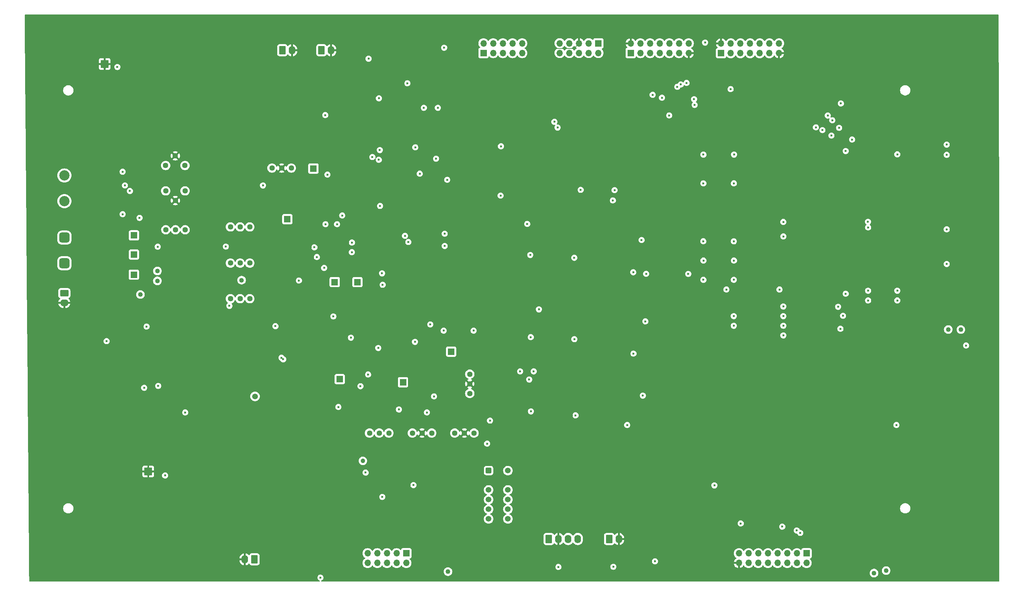
<source format=gbr>
%TF.GenerationSoftware,KiCad,Pcbnew,8.0.8*%
%TF.CreationDate,2025-03-14T14:35:35+00:00*%
%TF.ProjectId,Beehive_Monitor_main_PCB,42656568-6976-4655-9f4d-6f6e69746f72,rev?*%
%TF.SameCoordinates,Original*%
%TF.FileFunction,Copper,L4,Bot*%
%TF.FilePolarity,Positive*%
%FSLAX46Y46*%
G04 Gerber Fmt 4.6, Leading zero omitted, Abs format (unit mm)*
G04 Created by KiCad (PCBNEW 8.0.8) date 2025-03-14 14:35:35*
%MOMM*%
%LPD*%
G01*
G04 APERTURE LIST*
G04 Aperture macros list*
%AMRoundRect*
0 Rectangle with rounded corners*
0 $1 Rounding radius*
0 $2 $3 $4 $5 $6 $7 $8 $9 X,Y pos of 4 corners*
0 Add a 4 corners polygon primitive as box body*
4,1,4,$2,$3,$4,$5,$6,$7,$8,$9,$2,$3,0*
0 Add four circle primitives for the rounded corners*
1,1,$1+$1,$2,$3*
1,1,$1+$1,$4,$5*
1,1,$1+$1,$6,$7*
1,1,$1+$1,$8,$9*
0 Add four rect primitives between the rounded corners*
20,1,$1+$1,$2,$3,$4,$5,0*
20,1,$1+$1,$4,$5,$6,$7,0*
20,1,$1+$1,$6,$7,$8,$9,0*
20,1,$1+$1,$8,$9,$2,$3,0*%
G04 Aperture macros list end*
%TA.AperFunction,ComponentPad*%
%ADD10RoundRect,0.250000X-0.620000X-0.845000X0.620000X-0.845000X0.620000X0.845000X-0.620000X0.845000X0*%
%TD*%
%TA.AperFunction,ComponentPad*%
%ADD11O,1.740000X2.190000*%
%TD*%
%TA.AperFunction,ComponentPad*%
%ADD12C,1.440000*%
%TD*%
%TA.AperFunction,ComponentPad*%
%ADD13R,1.700000X1.700000*%
%TD*%
%TA.AperFunction,ComponentPad*%
%ADD14RoundRect,0.250500X-0.499500X-0.499500X0.499500X-0.499500X0.499500X0.499500X-0.499500X0.499500X0*%
%TD*%
%TA.AperFunction,ComponentPad*%
%ADD15C,1.500000*%
%TD*%
%TA.AperFunction,ComponentPad*%
%ADD16O,1.700000X1.700000*%
%TD*%
%TA.AperFunction,ComponentPad*%
%ADD17C,0.600000*%
%TD*%
%TA.AperFunction,SMDPad,CuDef*%
%ADD18R,2.050000X2.050000*%
%TD*%
%TA.AperFunction,ComponentPad*%
%ADD19RoundRect,0.675000X0.675000X-0.675000X0.675000X0.675000X-0.675000X0.675000X-0.675000X-0.675000X0*%
%TD*%
%TA.AperFunction,ComponentPad*%
%ADD20C,2.700000*%
%TD*%
%TA.AperFunction,ComponentPad*%
%ADD21RoundRect,0.250000X-0.845000X0.620000X-0.845000X-0.620000X0.845000X-0.620000X0.845000X0.620000X0*%
%TD*%
%TA.AperFunction,ComponentPad*%
%ADD22O,2.190000X1.740000*%
%TD*%
%TA.AperFunction,ComponentPad*%
%ADD23RoundRect,0.250000X0.620000X0.845000X-0.620000X0.845000X-0.620000X-0.845000X0.620000X-0.845000X0*%
%TD*%
%TA.AperFunction,ViaPad*%
%ADD24C,0.600000*%
%TD*%
%TA.AperFunction,ViaPad*%
%ADD25C,1.500000*%
%TD*%
%TA.AperFunction,ViaPad*%
%ADD26C,1.250000*%
%TD*%
%TA.AperFunction,ViaPad*%
%ADD27C,1.200000*%
%TD*%
%TA.AperFunction,Conductor*%
%ADD28C,0.200000*%
%TD*%
G04 APERTURE END LIST*
D10*
%TO.P,PI_PWR1,1,Pin_1*%
%TO.N,5_V*%
X118300000Y-59770000D03*
D11*
%TO.P,PI_PWR1,2,Pin_2*%
%TO.N,GND*%
X120840000Y-59770000D03*
%TD*%
D12*
%TO.P,RV7,1,1*%
%TO.N,unconnected-(RV7-Pad1)*%
X120665000Y-90760000D03*
%TO.P,RV7,2,2*%
%TO.N,GND*%
X118125000Y-90760000D03*
%TO.P,RV7,3,3*%
%TO.N,Cref*%
X115585000Y-90760000D03*
%TD*%
D13*
%TO.P,TP_4,1,Pin_1*%
%TO.N,LNA_MF_out*%
X119620000Y-104200000D03*
%TD*%
%TO.P,TP_2,1,Pin_1*%
%TO.N,Vt_bat_trig_MCU*%
X79300000Y-108480000D03*
%TD*%
D14*
%TO.P,K2,1,SET+*%
%TO.N,5_V*%
X172530000Y-170365000D03*
D15*
%TO.P,K2,3,NC_1*%
%TO.N,3.3_V_out*%
X172530000Y-175445000D03*
%TO.P,K2,4,COM_1*%
%TO.N,LDR_pin_1*%
X172530000Y-177985000D03*
%TO.P,K2,5,NO_1*%
%TO.N,unconnected-(K2-NO_1-Pad5)*%
X172530000Y-180525000D03*
%TO.P,K2,6,RESET+*%
%TO.N,5_V*%
X172530000Y-183065000D03*
%TO.P,K2,7,RESET-*%
%TO.N,Net-(D8-A)*%
X177610000Y-183065000D03*
%TO.P,K2,8,NO_2*%
%TO.N,unconnected-(K2-NO_2-Pad8)*%
X177610000Y-180525000D03*
%TO.P,K2,9,COM_2*%
%TO.N,unconnected-(K2-COM_2-Pad9)*%
X177610000Y-177985000D03*
%TO.P,K2,10,NC_2*%
%TO.N,unconnected-(K2-NC_2-Pad10)*%
X177610000Y-175445000D03*
%TO.P,K2,12,SET-*%
%TO.N,Net-(D7-A)*%
X177610000Y-170365000D03*
%TD*%
D12*
%TO.P,RV5,1,1*%
%TO.N,LNA_MR_out*%
X109730000Y-125130000D03*
%TO.P,RV5,2,2*%
%TO.N,Net-(R25-Pad1)*%
X107190000Y-125130000D03*
%TO.P,RV5,3,3*%
%TO.N,unconnected-(RV5-Pad3)*%
X104650000Y-125130000D03*
%TD*%
D13*
%TO.P,TC_1_2,1,Pin_1*%
%TO.N,MCU_TC_add_0*%
X209900000Y-60495000D03*
D16*
%TO.P,TC_1_2,2,Pin_2*%
%TO.N,GND*%
X209900000Y-57955000D03*
%TO.P,TC_1_2,3,Pin_3*%
%TO.N,TC_EN_1*%
X212440000Y-60495000D03*
%TO.P,TC_1_2,4,Pin_4*%
%TO.N,MCU_TC_add_1*%
X212440000Y-57955000D03*
%TO.P,TC_1_2,5,Pin_5*%
%TO.N,LDR_pin_1*%
X214980000Y-60495000D03*
%TO.P,TC_1_2,6,Pin_6*%
%TO.N,TC_Sig_1*%
X214980000Y-57955000D03*
%TO.P,TC_1_2,7,Pin_7*%
%TO.N,unconnected-(TC_1_2-Pin_7-Pad7)*%
X217520000Y-60495000D03*
%TO.P,TC_1_2,8,Pin_8*%
%TO.N,unconnected-(TC_1_2-Pin_8-Pad8)*%
X217520000Y-57955000D03*
%TO.P,TC_1_2,9,Pin_9*%
%TO.N,TC_Sig_1*%
X220060000Y-60495000D03*
%TO.P,TC_1_2,10,Pin_10*%
%TO.N,LDR_pin_1*%
X220060000Y-57955000D03*
%TO.P,TC_1_2,11,Pin_11*%
%TO.N,MCU_TC_add_1*%
X222600000Y-60495000D03*
%TO.P,TC_1_2,12,Pin_12*%
%TO.N,TC_EN_2*%
X222600000Y-57955000D03*
%TO.P,TC_1_2,13,Pin_13*%
%TO.N,GND*%
X225140000Y-60495000D03*
%TO.P,TC_1_2,14,Pin_14*%
%TO.N,MCU_TC_add_0*%
X225140000Y-57955000D03*
%TD*%
D17*
%TO.P,IC3,15,EP*%
%TO.N,GND*%
X71075000Y-62875000D03*
X71075000Y-63875000D03*
D18*
X71575000Y-63375000D03*
D17*
X72075000Y-62875000D03*
X72075000Y-63875000D03*
%TD*%
D12*
%TO.P,RV11,1,1*%
%TO.N,Net-(U5B--)*%
X168710000Y-160487500D03*
%TO.P,RV11,2,2*%
%TO.N,GND*%
X166170000Y-160487500D03*
%TO.P,RV11,3,3*%
%TO.N,unconnected-(RV11-Pad3)*%
X163630000Y-160487500D03*
%TD*%
D13*
%TO.P,LEDs1,1,Pin_1*%
%TO.N,Pwr_LED_Cathode*%
X150890000Y-192125000D03*
D16*
%TO.P,LEDs1,2,Pin_2*%
%TO.N,Pwr_LED_Anode*%
X150890000Y-194665000D03*
%TO.P,LEDs1,3,Pin_3*%
%TO.N,M_LED_1_cathode*%
X148350000Y-192125000D03*
%TO.P,LEDs1,4,Pin_4*%
%TO.N,5_V*%
X148350000Y-194665000D03*
%TO.P,LEDs1,5,Pin_5*%
%TO.N,M_LED_2_cathode*%
X145810000Y-192125000D03*
%TO.P,LEDs1,6,Pin_6*%
%TO.N,5_V*%
X145810000Y-194665000D03*
%TO.P,LEDs1,7,Pin_7*%
%TO.N,unconnected-(LEDs1-Pin_7-Pad7)*%
X143270000Y-192125000D03*
%TO.P,LEDs1,8,Pin_8*%
%TO.N,unconnected-(LEDs1-Pin_8-Pad8)*%
X143270000Y-194665000D03*
%TO.P,LEDs1,9,Pin_9*%
%TO.N,Maintainance _int*%
X140730000Y-192125000D03*
%TO.P,LEDs1,10,Pin_10*%
%TO.N,3.3_V_out*%
X140730000Y-194665000D03*
%TD*%
D10*
%TO.P,mic_1_LDR1,1,Pin_1*%
%TO.N,Front_mic_pin*%
X188360000Y-188360000D03*
D11*
%TO.P,mic_1_LDR1,2,Pin_2*%
%TO.N,GND*%
X190900000Y-188360000D03*
%TO.P,mic_1_LDR1,3,Pin_3*%
%TO.N,LDR_pin_1*%
X193440000Y-188360000D03*
%TO.P,mic_1_LDR1,4,Pin_4*%
%TO.N,LDR_pin_2*%
X195980000Y-188360000D03*
%TD*%
D10*
%TO.P,mic_2,1,Pin_1*%
%TO.N,Rear_mic_pin*%
X204230000Y-188360000D03*
D11*
%TO.P,mic_2,2,Pin_2*%
%TO.N,GND*%
X206770000Y-188360000D03*
%TD*%
D12*
%TO.P,RV6,1,1*%
%TO.N,LNA_Acc_out*%
X109730000Y-106250000D03*
%TO.P,RV6,2,2*%
%TO.N,Net-(R42-Pad1)*%
X107190000Y-106250000D03*
%TO.P,RV6,3,3*%
%TO.N,unconnected-(RV6-Pad3)*%
X104650000Y-106250000D03*
%TD*%
D19*
%TO.P,F1,1*%
%TO.N,12 V_in*%
X61000000Y-115825000D03*
X61000000Y-109065000D03*
D20*
%TO.P,F1,2*%
%TO.N,Net-(Q9-D)*%
X61000000Y-99475000D03*
X61000000Y-92715000D03*
%TD*%
D12*
%TO.P,RV8,1,1*%
%TO.N,unconnected-(RV8-Pad1)*%
X167585000Y-150077500D03*
%TO.P,RV8,2,2*%
%TO.N,GND*%
X167585000Y-147537500D03*
%TO.P,RV8,3,3*%
%TO.N,Cref2*%
X167585000Y-144997500D03*
%TD*%
D13*
%TO.P,PI_IN1,1,Pin_1*%
%TO.N,240_Hz_out_MCU*%
X171195000Y-60495000D03*
D16*
%TO.P,PI_IN1,2,Pin_2*%
%TO.N,PI_MOSI*%
X171195000Y-57955000D03*
%TO.P,PI_IN1,3,Pin_3*%
%TO.N,PI_LED_IN*%
X173735000Y-60495000D03*
%TO.P,PI_IN1,4,Pin_4*%
%TO.N,PI_SCLK*%
X173735000Y-57955000D03*
%TO.P,PI_IN1,5,Pin_5*%
%TO.N,Vt_bat_trig_MCU*%
X176275000Y-60495000D03*
%TO.P,PI_IN1,6,Pin_6*%
%TO.N,PI_MISO*%
X176275000Y-57955000D03*
%TO.P,PI_IN1,7,Pin_7*%
%TO.N,LDR_TRIG_out_MCU*%
X178815000Y-60495000D03*
%TO.P,PI_IN1,8,Pin_8*%
%TO.N,PI_CS*%
X178815000Y-57955000D03*
%TO.P,PI_IN1,9,Pin_9*%
%TO.N,6.11_kHz_out_MCU*%
X181355000Y-60495000D03*
%TO.P,PI_IN1,10,Pin_10*%
%TO.N,Maintainance _int*%
X181355000Y-57955000D03*
%TD*%
D21*
%TO.P,12_V_PWR2,1,Pin_1*%
%TO.N,12 V_in*%
X60975000Y-123680000D03*
D22*
%TO.P,12_V_PWR2,2,Pin_2*%
%TO.N,GND*%
X60975000Y-126220000D03*
%TD*%
D13*
%TO.P,TP_9,1,Pin_1*%
%TO.N,Cref2*%
X162700000Y-139060000D03*
%TD*%
%TO.P,TP_5,1,Pin_1*%
%TO.N,LNA_MR_out*%
X132070000Y-120770000D03*
%TD*%
%TO.P,TP_1,1,Pin_1*%
%TO.N,Ven*%
X79290000Y-113510000D03*
%TD*%
D12*
%TO.P,RV9,1,1*%
%TO.N,LDR_pin_2*%
X157575000Y-160487500D03*
%TO.P,RV9,2,2*%
%TO.N,GND*%
X155035000Y-160487500D03*
%TO.P,RV9,3,3*%
%TO.N,unconnected-(RV9-Pad3)*%
X152495000Y-160487500D03*
%TD*%
D23*
%TO.P,3.3_V_PWR1,1,Pin_1*%
%TO.N,3.3_V_out*%
X110970000Y-193710000D03*
D11*
%TO.P,3.3_V_PWR1,2,Pin_2*%
%TO.N,GND*%
X108430000Y-193710000D03*
%TD*%
D13*
%TO.P,TP_10,1,Pin_1*%
%TO.N,LDR_out_MCU*%
X133380000Y-146310000D03*
%TD*%
D12*
%TO.P,RV10,1,1*%
%TO.N,Net-(IC10-RG_1)*%
X141225000Y-160487500D03*
%TO.P,RV10,2,2*%
%TO.N,Net-(IC10-RG_2)*%
X143765000Y-160487500D03*
%TO.P,RV10,3,3*%
%TO.N,unconnected-(RV10-Pad3)*%
X146305000Y-160487500D03*
%TD*%
%TO.P,RV4,1,1*%
%TO.N,LNA_MF_out*%
X109730000Y-115770000D03*
%TO.P,RV4,2,2*%
%TO.N,Net-(R23-Pad1)*%
X107190000Y-115770000D03*
%TO.P,RV4,3,3*%
%TO.N,unconnected-(RV4-Pad3)*%
X104650000Y-115770000D03*
%TD*%
%TO.P,RV2,1,1*%
%TO.N,unconnected-(RV2-Pad1)*%
X92710000Y-96770000D03*
%TO.P,RV2,2,2*%
%TO.N,GND*%
X90170000Y-99310000D03*
%TO.P,RV2,3,3*%
%TO.N,Net-(IC1-+INB)*%
X87630000Y-96770000D03*
%TD*%
%TO.P,RV1,1,1*%
%TO.N,unconnected-(RV1-Pad1)*%
X87610000Y-90090000D03*
%TO.P,RV1,2,2*%
%TO.N,GND*%
X90150000Y-87550000D03*
%TO.P,RV1,3,3*%
%TO.N,Net-(IC1-+INA)*%
X92690000Y-90090000D03*
%TD*%
D13*
%TO.P,TP_6,1,Pin_1*%
%TO.N,LNA_Acc_out*%
X138040000Y-120770000D03*
%TD*%
D12*
%TO.P,RV3,1,1*%
%TO.N,Net-(IC2-RG_2)*%
X92740000Y-107000000D03*
%TO.P,RV3,2,2*%
%TO.N,Net-(IC2-RG_1)*%
X90200000Y-107000000D03*
%TO.P,RV3,3,3*%
%TO.N,unconnected-(RV3-Pad3)*%
X87660000Y-107000000D03*
%TD*%
D13*
%TO.P,TP_3,1,Pin_1*%
%TO.N,Vcharge_MCU*%
X79260000Y-118820000D03*
%TD*%
%TO.P,TP_8,1,Pin_1*%
%TO.N,Cref*%
X126475000Y-90900000D03*
%TD*%
D10*
%TO.P,5_V_PWR1,1,Pin_1*%
%TO.N,5_V*%
X128580000Y-59770000D03*
D11*
%TO.P,5_V_PWR1,2,Pin_2*%
%TO.N,GND*%
X131120000Y-59770000D03*
%TD*%
D13*
%TO.P,Accelerometer1,1,Pin_1*%
%TO.N,unconnected-(Accelerometer1-Pin_1-Pad1)*%
X201395000Y-57945000D03*
D16*
%TO.P,Accelerometer1,2,Pin_2*%
%TO.N,unconnected-(Accelerometer1-Pin_2-Pad2)*%
X201395000Y-60485000D03*
%TO.P,Accelerometer1,3,Pin_3*%
%TO.N,Acc_sig_in*%
X198855000Y-57945000D03*
%TO.P,Accelerometer1,4,Pin_4*%
%TO.N,LDR_pin_1*%
X198855000Y-60485000D03*
%TO.P,Accelerometer1,5,Pin_5*%
%TO.N,GND*%
X196315000Y-57945000D03*
%TO.P,Accelerometer1,6,Pin_6*%
%TO.N,Acc_tmp*%
X196315000Y-60485000D03*
%TO.P,Accelerometer1,7,Pin_7*%
%TO.N,unconnected-(Accelerometer1-Pin_7-Pad7)*%
X193775000Y-57945000D03*
%TO.P,Accelerometer1,8,Pin_8*%
%TO.N,unconnected-(Accelerometer1-Pin_8-Pad8)*%
X193775000Y-60485000D03*
%TO.P,Accelerometer1,9,Pin_9*%
%TO.N,unconnected-(Accelerometer1-Pin_9-Pad9)*%
X191235000Y-57945000D03*
%TO.P,Accelerometer1,10,Pin_10*%
%TO.N,unconnected-(Accelerometer1-Pin_10-Pad10)*%
X191235000Y-60485000D03*
%TD*%
D13*
%TO.P,TP_7,1,Pin_1*%
%TO.N,LDR_pin_2*%
X150025000Y-147117500D03*
%TD*%
%TO.P,TC_3_4,1,Pin_1*%
%TO.N,MCU_TC_add_0*%
X233660000Y-60510000D03*
D16*
%TO.P,TC_3_4,2,Pin_2*%
%TO.N,GND*%
X233660000Y-57970000D03*
%TO.P,TC_3_4,3,Pin_3*%
%TO.N,TC_EN_3*%
X236200000Y-60510000D03*
%TO.P,TC_3_4,4,Pin_4*%
%TO.N,MCU_TC_add_1*%
X236200000Y-57970000D03*
%TO.P,TC_3_4,5,Pin_5*%
%TO.N,LDR_pin_1*%
X238740000Y-60510000D03*
%TO.P,TC_3_4,6,Pin_6*%
%TO.N,TC_Sig_1*%
X238740000Y-57970000D03*
%TO.P,TC_3_4,7,Pin_7*%
%TO.N,unconnected-(TC_3_4-Pin_7-Pad7)*%
X241280000Y-60510000D03*
%TO.P,TC_3_4,8,Pin_8*%
%TO.N,unconnected-(TC_3_4-Pin_8-Pad8)*%
X241280000Y-57970000D03*
%TO.P,TC_3_4,9,Pin_9*%
%TO.N,TC_Sig_1*%
X243820000Y-60510000D03*
%TO.P,TC_3_4,10,Pin_10*%
%TO.N,LDR_pin_1*%
X243820000Y-57970000D03*
%TO.P,TC_3_4,11,Pin_11*%
%TO.N,MCU_TC_add_1*%
X246360000Y-60510000D03*
%TO.P,TC_3_4,12,Pin_12*%
%TO.N,TC_EN_4*%
X246360000Y-57970000D03*
%TO.P,TC_3_4,13,Pin_13*%
%TO.N,GND*%
X248900000Y-60510000D03*
%TO.P,TC_3_4,14,Pin_14*%
%TO.N,MCU_TC_add_0*%
X248900000Y-57970000D03*
%TD*%
D13*
%TO.P,LCD_BTNs1,1,Pin_1*%
%TO.N,BTN_3*%
X256120000Y-192130000D03*
D16*
%TO.P,LCD_BTNs1,2,Pin_2*%
%TO.N,LCD_B{slash}light*%
X256120000Y-194670000D03*
%TO.P,LCD_BTNs1,3,Pin_3*%
%TO.N,BTN_2*%
X253580000Y-192130000D03*
%TO.P,LCD_BTNs1,4,Pin_4*%
%TO.N,LDR_pin_1*%
X253580000Y-194670000D03*
%TO.P,LCD_BTNs1,5,Pin_5*%
%TO.N,BTN_1*%
X251040000Y-192130000D03*
%TO.P,LCD_BTNs1,6,Pin_6*%
%TO.N,LDR_pin_1*%
X251040000Y-194670000D03*
%TO.P,LCD_BTNs1,7,Pin_7*%
%TO.N,D_7*%
X248500000Y-192130000D03*
%TO.P,LCD_BTNs1,8,Pin_8*%
%TO.N,LDR_pin_1*%
X248500000Y-194670000D03*
%TO.P,LCD_BTNs1,9,Pin_9*%
%TO.N,D_6*%
X245960000Y-192130000D03*
%TO.P,LCD_BTNs1,10,Pin_10*%
%TO.N,LDR_pin_1*%
X245960000Y-194670000D03*
%TO.P,LCD_BTNs1,11,Pin_11*%
%TO.N,D_5*%
X243420000Y-192130000D03*
%TO.P,LCD_BTNs1,12,Pin_12*%
%TO.N,EN*%
X243420000Y-194670000D03*
%TO.P,LCD_BTNs1,13,Pin_13*%
%TO.N,D_4*%
X240880000Y-192130000D03*
%TO.P,LCD_BTNs1,14,Pin_14*%
%TO.N,RS*%
X240880000Y-194670000D03*
%TO.P,LCD_BTNs1,15,Pin_15*%
%TO.N,RW*%
X238340000Y-192130000D03*
%TO.P,LCD_BTNs1,16,Pin_16*%
%TO.N,GND*%
X238340000Y-194670000D03*
%TD*%
D17*
%TO.P,IC5,15,EP*%
%TO.N,GND*%
X82550000Y-170100000D03*
X82550000Y-171100000D03*
D18*
X83050000Y-170600000D03*
D17*
X83550000Y-170100000D03*
X83550000Y-171100000D03*
%TD*%
D24*
%TO.N,GND*%
X207765000Y-131140000D03*
X75300000Y-90275000D03*
X206850000Y-77745907D03*
X83564666Y-117980000D03*
X91500000Y-173175000D03*
X205815000Y-75005907D03*
X205505000Y-113722500D03*
X193255000Y-114352500D03*
X102775000Y-92525000D03*
X131290000Y-139640000D03*
X153985000Y-141667500D03*
X237020000Y-142400000D03*
X151185000Y-67282500D03*
X199555000Y-78570907D03*
X147790000Y-80550000D03*
X249010000Y-117650000D03*
X161685000Y-178365000D03*
X139630000Y-62030000D03*
X237010000Y-97330000D03*
X150470000Y-81230000D03*
X91350000Y-166600000D03*
X206472499Y-109732500D03*
X183492499Y-119822500D03*
X292980000Y-125600000D03*
X152445000Y-183310000D03*
X182707500Y-111212500D03*
X108025000Y-153335000D03*
X116910000Y-113910000D03*
X76709448Y-139520000D03*
X139132500Y-87870000D03*
X73690000Y-99390000D03*
X125730000Y-111610000D03*
X167126250Y-112572500D03*
X91445000Y-142570000D03*
X114040000Y-100120000D03*
X80650552Y-148564448D03*
X91275000Y-159925000D03*
X68425000Y-160075000D03*
X146766250Y-108617500D03*
X58375000Y-78900000D03*
X273450000Y-57500000D03*
X120533750Y-136736250D03*
X144815000Y-146932500D03*
X249000000Y-102410000D03*
X118653750Y-136306250D03*
X206840000Y-150640000D03*
X120300000Y-151735000D03*
X255670000Y-57070000D03*
X205905000Y-135162500D03*
X124650000Y-189825000D03*
X148120000Y-183310000D03*
X273040000Y-67890000D03*
X267360000Y-73770000D03*
X52875000Y-61925000D03*
X153790000Y-55032500D03*
X156930000Y-55032500D03*
X249020000Y-89710000D03*
X136610000Y-111705000D03*
X133840000Y-68690000D03*
X78875000Y-65925000D03*
X145630000Y-76640000D03*
X193385000Y-135782500D03*
X176602500Y-69373407D03*
X117525000Y-153210000D03*
X52750000Y-52975000D03*
X168021250Y-115152500D03*
X151470000Y-183310000D03*
X183670000Y-160830000D03*
X143520000Y-183310000D03*
X116583750Y-136276250D03*
X149395000Y-174085000D03*
X217830000Y-74330000D03*
X183257500Y-152680000D03*
X160986250Y-109640000D03*
X150305000Y-60217500D03*
X183655000Y-141240000D03*
X111000000Y-149135000D03*
X156770000Y-183310000D03*
X136735000Y-154847500D03*
X123440000Y-132870000D03*
X82027500Y-100222500D03*
X80425000Y-160075000D03*
X187980000Y-78625907D03*
X292980000Y-128100000D03*
X130060000Y-126830000D03*
X140855000Y-143807500D03*
X148970000Y-165635000D03*
X159762500Y-55032500D03*
X158125000Y-153917500D03*
X153260000Y-87870000D03*
X260310000Y-73770000D03*
X220000000Y-78655000D03*
X79325000Y-53175000D03*
X147341250Y-105882500D03*
X205960000Y-155210000D03*
X143750000Y-59360000D03*
X73680000Y-101690000D03*
X68450000Y-169600000D03*
X105125000Y-151960000D03*
X122020000Y-117290000D03*
X133740000Y-139640000D03*
X87430000Y-115350000D03*
X110000000Y-141060000D03*
X292990000Y-89700000D03*
X140150000Y-173650000D03*
X183515000Y-132730000D03*
X279990000Y-104910000D03*
X194430000Y-155840000D03*
X129980000Y-139640000D03*
X114650000Y-151610000D03*
%TO.N,Vref*%
X183207500Y-146400000D03*
D25*
X111115000Y-150850000D03*
D24*
X182697500Y-105472500D03*
X160986250Y-108040000D03*
X129590000Y-76830000D03*
X144681250Y-121482500D03*
X185755000Y-127940000D03*
X175680000Y-98015907D03*
X144521250Y-118462500D03*
X143990000Y-100740000D03*
X213755000Y-131100000D03*
X196740000Y-96505907D03*
X103430000Y-111420000D03*
X213090000Y-150640000D03*
X157191250Y-131902500D03*
X205652500Y-96575907D03*
X205205000Y-99295907D03*
X183625000Y-135260000D03*
X183492499Y-113632500D03*
X143655000Y-88592500D03*
X161660000Y-93870000D03*
X130160000Y-92490000D03*
X190670000Y-80105907D03*
X160986250Y-111270000D03*
X175780000Y-85045907D03*
X158710000Y-88300000D03*
X151426250Y-110220000D03*
X212762499Y-109702500D03*
X136610000Y-110360000D03*
X183670000Y-154790000D03*
D26*
%TO.N,3.3_V_out*%
X293380000Y-133240000D03*
X161850000Y-196950000D03*
X273880000Y-197320000D03*
D24*
%TO.N,LDR_pin_1*%
X141970000Y-87870000D03*
X189835000Y-78600907D03*
X113205000Y-95350000D03*
X140970000Y-62000000D03*
X118525000Y-141080000D03*
X116488750Y-132360000D03*
X195062499Y-114372500D03*
D26*
X107580000Y-120260000D03*
D24*
X153175000Y-136495000D03*
X220020000Y-76940000D03*
X195390000Y-155840000D03*
X80760000Y-103880000D03*
X136335000Y-135400000D03*
X138845000Y-148157500D03*
X160842500Y-59112500D03*
X118085000Y-140670000D03*
X195075000Y-135790000D03*
X150551250Y-108610000D03*
X131712500Y-129800000D03*
X140855000Y-145077500D03*
X158185000Y-150857500D03*
X172140000Y-163270000D03*
D26*
X85446290Y-117846471D03*
D24*
X126730000Y-111620000D03*
X265160000Y-73770000D03*
X151175000Y-68472500D03*
D26*
X85440000Y-120446471D03*
D24*
%TO.N,Rear_mic_pin*%
X143520000Y-138110000D03*
%TO.N,Front_mic_pin*%
X104380000Y-127010000D03*
X133031371Y-153627500D03*
%TO.N,IC7_outA*%
X136570000Y-112910000D03*
X134050000Y-103240000D03*
%TO.N,Net-(U1D--)*%
X153250000Y-85320000D03*
X154430000Y-92250000D03*
%TO.N,Acc_AA_out_to_MCU*%
X210635000Y-139592500D03*
X298075000Y-137455000D03*
D27*
%TO.N,5_V*%
X139457500Y-167797500D03*
D26*
X277060000Y-196670000D03*
X296710000Y-133270000D03*
X80990000Y-124040000D03*
D24*
%TO.N,Net-(L3-THRESHOLD)*%
X81975552Y-148579448D03*
X85650552Y-148079448D03*
%TO.N,Mic_F_AA_out_to_MCU*%
X210565000Y-118182500D03*
X225020000Y-118620000D03*
X213950000Y-118600000D03*
X292980000Y-116010000D03*
%TO.N,Mic_R_AA_out_to_MCU*%
X279770000Y-158370000D03*
X208970000Y-158380000D03*
%TO.N,Pwr_LED_Anode*%
X92760000Y-155070000D03*
%TO.N,Net-(IC1-+INB)*%
X78220000Y-96800000D03*
%TO.N,Ven*%
X87475000Y-171650000D03*
X76310000Y-102910000D03*
X74925000Y-64175000D03*
X76310000Y-91730000D03*
%TO.N,Vt_bat_trig_MCU*%
X237010000Y-132260000D03*
X82600552Y-132474448D03*
X128320000Y-198520000D03*
X216280000Y-194220000D03*
%TO.N,Vtest*%
X76910000Y-95340000D03*
X85540000Y-111460000D03*
%TO.N,Vcharge_MCU*%
X253540000Y-186120000D03*
X72090000Y-136300000D03*
%TO.N,LNA_MR_out*%
X168600000Y-133550000D03*
X129290000Y-117040000D03*
X160720000Y-133550000D03*
%TO.N,LNA_MF_out*%
X129650000Y-105560000D03*
X132690000Y-105560000D03*
X143925000Y-86032500D03*
%TO.N,Net-(IC8--IN_B)*%
X127380000Y-114180000D03*
X122660000Y-120370000D03*
%TO.N,Relay_close*%
X140195000Y-170885000D03*
X152780000Y-174180000D03*
%TO.N,LDR_out_MCU*%
X205340000Y-195660000D03*
X254470000Y-186760000D03*
X148955000Y-154287500D03*
X172900000Y-157210000D03*
%TO.N,TC_EN_1*%
X215660000Y-71500000D03*
%TO.N,MCU_TC_add_2*%
X292980000Y-87280000D03*
X218110000Y-72260000D03*
%TO.N,MCU_TC_add_3*%
X226560000Y-72651178D03*
X292980000Y-84610000D03*
%TO.N,TC_EN_3*%
X222150000Y-69400000D03*
%TO.N,TC_EN_4*%
X236170000Y-70000000D03*
X226700000Y-74160000D03*
%TO.N,TC_EN_2*%
X223060000Y-68780000D03*
%TO.N,SD__detect*%
X250020000Y-104950000D03*
X272280000Y-104900000D03*
%TO.N,MCU_TC_add_1*%
X279990000Y-123040000D03*
X272320000Y-123030000D03*
%TO.N,MCU_TC_add_0*%
X279990000Y-125600000D03*
X272320000Y-125600000D03*
%TO.N,SD_CS*%
X250020000Y-129720000D03*
X261710000Y-76950000D03*
X258590000Y-80070000D03*
X264440000Y-127270000D03*
%TO.N,SD_MISO*%
X268105000Y-83265000D03*
X250020000Y-127180000D03*
X266420000Y-123840000D03*
X266420000Y-86290000D03*
%TO.N,SD_SCLK*%
X262670000Y-82210000D03*
X250030000Y-132250000D03*
X264700000Y-80180000D03*
X265720000Y-129620000D03*
%TO.N,6.11_kHz_AA_out_MCU*%
X224580000Y-68380000D03*
X279990000Y-87160000D03*
%TO.N,LDR_TRIG_out_MCU*%
X156315000Y-155057500D03*
X231900000Y-174260000D03*
X236990000Y-129720000D03*
%TO.N,Acc_420_Hz_out_MCU*%
X180810000Y-144260000D03*
X184390000Y-144260000D03*
%TO.N,SD_MOSI*%
X262900000Y-78210000D03*
X250030000Y-134800000D03*
X260300000Y-80770000D03*
X265040000Y-133050000D03*
%TO.N,TC_Sig_1*%
X229460000Y-57760000D03*
X272320000Y-106390000D03*
X292980000Y-106890000D03*
%TO.N,MCU_LED_IN*%
X190890000Y-195710000D03*
X249740000Y-185110000D03*
%TO.N,Maintainance _int*%
X249010000Y-122730000D03*
X238820000Y-184270000D03*
X235060000Y-122730000D03*
%TO.N,PI_LED_IN*%
X144570000Y-177285000D03*
%TO.N,Cref*%
X143695000Y-72420000D03*
%TO.N,Net-(U2B-+)*%
X159190000Y-74920000D03*
X155510000Y-74920000D03*
%TO.N,Acc_tmp*%
X250040000Y-108750000D03*
%TO.N,Net-(J4-Pin_29)*%
X229010000Y-87230000D03*
X237070000Y-87220000D03*
%TO.N,Net-(J4-Pin_3)*%
X237010000Y-120170000D03*
X229010000Y-120170000D03*
%TO.N,Net-(J4-Pin_11)*%
X237010000Y-110050000D03*
X228980000Y-110030000D03*
%TO.N,Net-(J4-Pin_23)*%
X237020000Y-94790000D03*
X229010000Y-94800000D03*
%TO.N,Net-(J4-Pin_7)*%
X229020000Y-115100000D03*
X237040000Y-115100000D03*
%TD*%
D28*
%TO.N,GND*%
X194925000Y-59335000D02*
X189470000Y-59335000D01*
X196315000Y-57945000D02*
X194925000Y-59335000D01*
%TD*%
%TA.AperFunction,Conductor*%
%TO.N,GND*%
G36*
X192589855Y-58611546D02*
G01*
X192606575Y-58630842D01*
X192736501Y-58816396D01*
X192736506Y-58816402D01*
X192903597Y-58983493D01*
X192903603Y-58983498D01*
X193089158Y-59113425D01*
X193132783Y-59168002D01*
X193139977Y-59237500D01*
X193108454Y-59299855D01*
X193089158Y-59316575D01*
X192903597Y-59446505D01*
X192736505Y-59613597D01*
X192606575Y-59799158D01*
X192551998Y-59842783D01*
X192482500Y-59849977D01*
X192420145Y-59818454D01*
X192403425Y-59799158D01*
X192273494Y-59613597D01*
X192106402Y-59446506D01*
X192106396Y-59446501D01*
X191920842Y-59316575D01*
X191877217Y-59261998D01*
X191870023Y-59192500D01*
X191901546Y-59130145D01*
X191920842Y-59113425D01*
X191997623Y-59059662D01*
X192106401Y-58983495D01*
X192273495Y-58816401D01*
X192403425Y-58630842D01*
X192458002Y-58587217D01*
X192527500Y-58580023D01*
X192589855Y-58611546D01*
G37*
%TD.AperFunction*%
%TA.AperFunction,Conductor*%
G36*
X195130160Y-58611110D02*
G01*
X195146879Y-58630405D01*
X195276890Y-58816078D01*
X195443917Y-58983105D01*
X195629595Y-59113119D01*
X195673219Y-59167696D01*
X195680412Y-59237195D01*
X195648890Y-59299549D01*
X195629595Y-59316269D01*
X195443594Y-59446508D01*
X195276505Y-59613597D01*
X195146575Y-59799158D01*
X195091998Y-59842783D01*
X195022500Y-59849977D01*
X194960145Y-59818454D01*
X194943425Y-59799158D01*
X194813494Y-59613597D01*
X194646402Y-59446506D01*
X194646396Y-59446501D01*
X194460842Y-59316575D01*
X194417217Y-59261998D01*
X194410023Y-59192500D01*
X194441546Y-59130145D01*
X194460842Y-59113425D01*
X194537623Y-59059662D01*
X194646401Y-58983495D01*
X194813495Y-58816401D01*
X194943730Y-58630405D01*
X194998307Y-58586781D01*
X195067805Y-58579587D01*
X195130160Y-58611110D01*
G37*
%TD.AperFunction*%
%TA.AperFunction,Conductor*%
G36*
X306593853Y-50420185D02*
G01*
X306639608Y-50472989D01*
X306650813Y-50524165D01*
X306783418Y-100101472D01*
X306789500Y-102375562D01*
X306789500Y-199400500D01*
X306769815Y-199467539D01*
X306717011Y-199513294D01*
X306665500Y-199524500D01*
X128602825Y-199524500D01*
X128535786Y-199504815D01*
X128490031Y-199452011D01*
X128480087Y-199382853D01*
X128509112Y-199319297D01*
X128561870Y-199283458D01*
X128669522Y-199245789D01*
X128822262Y-199149816D01*
X128949816Y-199022262D01*
X129045789Y-198869522D01*
X129105368Y-198699255D01*
X129125565Y-198520000D01*
X129112852Y-198407171D01*
X129105369Y-198340750D01*
X129105368Y-198340745D01*
X129045788Y-198170476D01*
X129006582Y-198108080D01*
X128949816Y-198017738D01*
X128822262Y-197890184D01*
X128761515Y-197852014D01*
X128669523Y-197794211D01*
X128499254Y-197734631D01*
X128499249Y-197734630D01*
X128320004Y-197714435D01*
X128319996Y-197714435D01*
X128140750Y-197734630D01*
X128140745Y-197734631D01*
X127970476Y-197794211D01*
X127817737Y-197890184D01*
X127690184Y-198017737D01*
X127594211Y-198170476D01*
X127534631Y-198340745D01*
X127534630Y-198340750D01*
X127514435Y-198519996D01*
X127514435Y-198520003D01*
X127534630Y-198699249D01*
X127534631Y-198699254D01*
X127594211Y-198869523D01*
X127690184Y-199022262D01*
X127817738Y-199149816D01*
X127970478Y-199245789D01*
X128078130Y-199283458D01*
X128134906Y-199324180D01*
X128160653Y-199389133D01*
X128147197Y-199457694D01*
X128098810Y-199508097D01*
X128037175Y-199524500D01*
X51865385Y-199524500D01*
X51798346Y-199504815D01*
X51752591Y-199452011D01*
X51741389Y-199401493D01*
X51721803Y-196949999D01*
X160719678Y-196949999D01*
X160719678Y-196950000D01*
X160738923Y-197157691D01*
X160738923Y-197157693D01*
X160738924Y-197157696D01*
X160796006Y-197358319D01*
X160888981Y-197545038D01*
X161014682Y-197711493D01*
X161168829Y-197852016D01*
X161346172Y-197961823D01*
X161540673Y-198037173D01*
X161745707Y-198075500D01*
X161745710Y-198075500D01*
X161954290Y-198075500D01*
X161954293Y-198075500D01*
X162159327Y-198037173D01*
X162353828Y-197961823D01*
X162531171Y-197852016D01*
X162685318Y-197711493D01*
X162811019Y-197545038D01*
X162903994Y-197358319D01*
X162914897Y-197319999D01*
X272749678Y-197319999D01*
X272749678Y-197320000D01*
X272768923Y-197527691D01*
X272768923Y-197527693D01*
X272768924Y-197527696D01*
X272781534Y-197572014D01*
X272826007Y-197728322D01*
X272858816Y-197794211D01*
X272918981Y-197915038D01*
X273044682Y-198081493D01*
X273198829Y-198222016D01*
X273376172Y-198331823D01*
X273570673Y-198407173D01*
X273775707Y-198445500D01*
X273775710Y-198445500D01*
X273984290Y-198445500D01*
X273984293Y-198445500D01*
X274189327Y-198407173D01*
X274383828Y-198331823D01*
X274561171Y-198222016D01*
X274715318Y-198081493D01*
X274841019Y-197915038D01*
X274933994Y-197728319D01*
X274991076Y-197527696D01*
X275010322Y-197320000D01*
X274991076Y-197112304D01*
X274933994Y-196911681D01*
X274841019Y-196724962D01*
X274799513Y-196669999D01*
X275929678Y-196669999D01*
X275929678Y-196670000D01*
X275948923Y-196877691D01*
X275948923Y-196877693D01*
X275948924Y-196877696D01*
X276006006Y-197078319D01*
X276006007Y-197078322D01*
X276045531Y-197157696D01*
X276098981Y-197265038D01*
X276224682Y-197431493D01*
X276378829Y-197572016D01*
X276556172Y-197681823D01*
X276750673Y-197757173D01*
X276955707Y-197795500D01*
X276955710Y-197795500D01*
X277164290Y-197795500D01*
X277164293Y-197795500D01*
X277369327Y-197757173D01*
X277563828Y-197681823D01*
X277741171Y-197572016D01*
X277895318Y-197431493D01*
X278021019Y-197265038D01*
X278113994Y-197078319D01*
X278171076Y-196877696D01*
X278190322Y-196670000D01*
X278171076Y-196462304D01*
X278113994Y-196261681D01*
X278021019Y-196074962D01*
X277895318Y-195908507D01*
X277874199Y-195889255D01*
X277741172Y-195767985D01*
X277741171Y-195767984D01*
X277563828Y-195658177D01*
X277563827Y-195658176D01*
X277421609Y-195603081D01*
X277369327Y-195582827D01*
X277164293Y-195544500D01*
X276955707Y-195544500D01*
X276750673Y-195582827D01*
X276750670Y-195582827D01*
X276750670Y-195582828D01*
X276556172Y-195658176D01*
X276556171Y-195658177D01*
X276378827Y-195767985D01*
X276224683Y-195908505D01*
X276098981Y-196074961D01*
X276006007Y-196261677D01*
X276006006Y-196261681D01*
X275953743Y-196445369D01*
X275948923Y-196462308D01*
X275929678Y-196669999D01*
X274799513Y-196669999D01*
X274715318Y-196558507D01*
X274561171Y-196417984D01*
X274383828Y-196308177D01*
X274383827Y-196308176D01*
X274241609Y-196253081D01*
X274189327Y-196232827D01*
X273984293Y-196194500D01*
X273775707Y-196194500D01*
X273570673Y-196232827D01*
X273570670Y-196232827D01*
X273570670Y-196232828D01*
X273376172Y-196308176D01*
X273376171Y-196308177D01*
X273198827Y-196417985D01*
X273044683Y-196558505D01*
X272918981Y-196724961D01*
X272826007Y-196911677D01*
X272768923Y-197112308D01*
X272749678Y-197319999D01*
X162914897Y-197319999D01*
X162961076Y-197157696D01*
X162980322Y-196950000D01*
X162961076Y-196742304D01*
X162903994Y-196541681D01*
X162811019Y-196354962D01*
X162685318Y-196188507D01*
X162656528Y-196162262D01*
X162531172Y-196047985D01*
X162531171Y-196047984D01*
X162353828Y-195938177D01*
X162353827Y-195938176D01*
X162211609Y-195883081D01*
X162159327Y-195862827D01*
X161954293Y-195824500D01*
X161745707Y-195824500D01*
X161540673Y-195862827D01*
X161540670Y-195862827D01*
X161540670Y-195862828D01*
X161346172Y-195938176D01*
X161346171Y-195938177D01*
X161168827Y-196047985D01*
X161014683Y-196188505D01*
X160888981Y-196354961D01*
X160796007Y-196541677D01*
X160767465Y-196641992D01*
X160743859Y-196724961D01*
X160738923Y-196742308D01*
X160719678Y-196949999D01*
X51721803Y-196949999D01*
X51693259Y-193377179D01*
X107060000Y-193377179D01*
X107060000Y-193460000D01*
X107887291Y-193460000D01*
X107875548Y-193480339D01*
X107835000Y-193631667D01*
X107835000Y-193788333D01*
X107875548Y-193939661D01*
X107887291Y-193960000D01*
X107060000Y-193960000D01*
X107060000Y-194042820D01*
X107093734Y-194255809D01*
X107160372Y-194460901D01*
X107258271Y-194653036D01*
X107385025Y-194827496D01*
X107385025Y-194827497D01*
X107537502Y-194979974D01*
X107711963Y-195106728D01*
X107904098Y-195204627D01*
X108109190Y-195271266D01*
X108180000Y-195282481D01*
X108180000Y-194252709D01*
X108200339Y-194264452D01*
X108351667Y-194305000D01*
X108508333Y-194305000D01*
X108659661Y-194264452D01*
X108680000Y-194252709D01*
X108680000Y-195282480D01*
X108750809Y-195271266D01*
X108955901Y-195204627D01*
X109148036Y-195106728D01*
X109322493Y-194979977D01*
X109464578Y-194837892D01*
X109525901Y-194804407D01*
X109595593Y-194809391D01*
X109651527Y-194851262D01*
X109664640Y-194873165D01*
X109665181Y-194874325D01*
X109665185Y-194874331D01*
X109665186Y-194874334D01*
X109757288Y-195023656D01*
X109881344Y-195147712D01*
X110030666Y-195239814D01*
X110197203Y-195294999D01*
X110299991Y-195305500D01*
X111640008Y-195305499D01*
X111742797Y-195294999D01*
X111909334Y-195239814D01*
X112058656Y-195147712D01*
X112182712Y-195023656D01*
X112274814Y-194874334D01*
X112329999Y-194707797D01*
X112340500Y-194605009D01*
X112340499Y-192814992D01*
X112339767Y-192807830D01*
X112329999Y-192712203D01*
X112329998Y-192712200D01*
X112298923Y-192618422D01*
X112274814Y-192545666D01*
X112182712Y-192396344D01*
X112058656Y-192272288D01*
X111909334Y-192180186D01*
X111742797Y-192125001D01*
X111742795Y-192125000D01*
X111742785Y-192124999D01*
X139374341Y-192124999D01*
X139374341Y-192125000D01*
X139394936Y-192360403D01*
X139394938Y-192360413D01*
X139456094Y-192588655D01*
X139456096Y-192588659D01*
X139456097Y-192588663D01*
X139550703Y-192791546D01*
X139555965Y-192802830D01*
X139555967Y-192802834D01*
X139664281Y-192957521D01*
X139691501Y-192996396D01*
X139691506Y-192996402D01*
X139858597Y-193163493D01*
X139858603Y-193163498D01*
X140044158Y-193293425D01*
X140087783Y-193348002D01*
X140094977Y-193417500D01*
X140063454Y-193479855D01*
X140044158Y-193496575D01*
X139858597Y-193626505D01*
X139691505Y-193793597D01*
X139555965Y-193987169D01*
X139555964Y-193987171D01*
X139470710Y-194170000D01*
X139457669Y-194197967D01*
X139456098Y-194201335D01*
X139456094Y-194201344D01*
X139394938Y-194429586D01*
X139394936Y-194429596D01*
X139374341Y-194664999D01*
X139374341Y-194665000D01*
X139394936Y-194900403D01*
X139394938Y-194900413D01*
X139456094Y-195128655D01*
X139456096Y-195128659D01*
X139456097Y-195128663D01*
X139538335Y-195305023D01*
X139555965Y-195342830D01*
X139555967Y-195342834D01*
X139568322Y-195360478D01*
X139691505Y-195536401D01*
X139858599Y-195703495D01*
X139950699Y-195767984D01*
X140052165Y-195839032D01*
X140052167Y-195839033D01*
X140052170Y-195839035D01*
X140266337Y-195938903D01*
X140494592Y-196000063D01*
X140682918Y-196016539D01*
X140729999Y-196020659D01*
X140730000Y-196020659D01*
X140730001Y-196020659D01*
X140769234Y-196017226D01*
X140965408Y-196000063D01*
X141193663Y-195938903D01*
X141407830Y-195839035D01*
X141601401Y-195703495D01*
X141768495Y-195536401D01*
X141898425Y-195350842D01*
X141953002Y-195307217D01*
X142022500Y-195300023D01*
X142084855Y-195331546D01*
X142101575Y-195350842D01*
X142231500Y-195536395D01*
X142231505Y-195536401D01*
X142398599Y-195703495D01*
X142490699Y-195767984D01*
X142592165Y-195839032D01*
X142592167Y-195839033D01*
X142592170Y-195839035D01*
X142806337Y-195938903D01*
X143034592Y-196000063D01*
X143222918Y-196016539D01*
X143269999Y-196020659D01*
X143270000Y-196020659D01*
X143270001Y-196020659D01*
X143309234Y-196017226D01*
X143505408Y-196000063D01*
X143733663Y-195938903D01*
X143947830Y-195839035D01*
X144141401Y-195703495D01*
X144308495Y-195536401D01*
X144438425Y-195350842D01*
X144493002Y-195307217D01*
X144562500Y-195300023D01*
X144624855Y-195331546D01*
X144641575Y-195350842D01*
X144771500Y-195536395D01*
X144771505Y-195536401D01*
X144938599Y-195703495D01*
X145030699Y-195767984D01*
X145132165Y-195839032D01*
X145132167Y-195839033D01*
X145132170Y-195839035D01*
X145346337Y-195938903D01*
X145574592Y-196000063D01*
X145762918Y-196016539D01*
X145809999Y-196020659D01*
X145810000Y-196020659D01*
X145810001Y-196020659D01*
X145849234Y-196017226D01*
X146045408Y-196000063D01*
X146273663Y-195938903D01*
X146487830Y-195839035D01*
X146681401Y-195703495D01*
X146848495Y-195536401D01*
X146978425Y-195350842D01*
X147033002Y-195307217D01*
X147102500Y-195300023D01*
X147164855Y-195331546D01*
X147181575Y-195350842D01*
X147311500Y-195536395D01*
X147311505Y-195536401D01*
X147478599Y-195703495D01*
X147570699Y-195767984D01*
X147672165Y-195839032D01*
X147672167Y-195839033D01*
X147672170Y-195839035D01*
X147886337Y-195938903D01*
X148114592Y-196000063D01*
X148302918Y-196016539D01*
X148349999Y-196020659D01*
X148350000Y-196020659D01*
X148350001Y-196020659D01*
X148389234Y-196017226D01*
X148585408Y-196000063D01*
X148813663Y-195938903D01*
X149027830Y-195839035D01*
X149221401Y-195703495D01*
X149388495Y-195536401D01*
X149518425Y-195350842D01*
X149573002Y-195307217D01*
X149642500Y-195300023D01*
X149704855Y-195331546D01*
X149721575Y-195350842D01*
X149851500Y-195536395D01*
X149851505Y-195536401D01*
X150018599Y-195703495D01*
X150110699Y-195767984D01*
X150212165Y-195839032D01*
X150212167Y-195839033D01*
X150212170Y-195839035D01*
X150426337Y-195938903D01*
X150654592Y-196000063D01*
X150842918Y-196016539D01*
X150889999Y-196020659D01*
X150890000Y-196020659D01*
X150890001Y-196020659D01*
X150929234Y-196017226D01*
X151125408Y-196000063D01*
X151353663Y-195938903D01*
X151567830Y-195839035D01*
X151752117Y-195709996D01*
X190084435Y-195709996D01*
X190084435Y-195710003D01*
X190104630Y-195889249D01*
X190104631Y-195889254D01*
X190164211Y-196059523D01*
X190228767Y-196162262D01*
X190260184Y-196212262D01*
X190387738Y-196339816D01*
X190411843Y-196354962D01*
X190512141Y-196417984D01*
X190540478Y-196435789D01*
X190616254Y-196462304D01*
X190710745Y-196495368D01*
X190710750Y-196495369D01*
X190889996Y-196515565D01*
X190890000Y-196515565D01*
X190890004Y-196515565D01*
X191069249Y-196495369D01*
X191069252Y-196495368D01*
X191069255Y-196495368D01*
X191239522Y-196435789D01*
X191392262Y-196339816D01*
X191519816Y-196212262D01*
X191615789Y-196059522D01*
X191675368Y-195889255D01*
X191680463Y-195844034D01*
X191695565Y-195710003D01*
X191695565Y-195709996D01*
X191689931Y-195659996D01*
X204534435Y-195659996D01*
X204534435Y-195660003D01*
X204554630Y-195839249D01*
X204554631Y-195839254D01*
X204614211Y-196009523D01*
X204710184Y-196162262D01*
X204837738Y-196289816D01*
X204928080Y-196346582D01*
X204941415Y-196354961D01*
X204990478Y-196385789D01*
X205082486Y-196417984D01*
X205160745Y-196445368D01*
X205160750Y-196445369D01*
X205339996Y-196465565D01*
X205340000Y-196465565D01*
X205340004Y-196465565D01*
X205519249Y-196445369D01*
X205519252Y-196445368D01*
X205519255Y-196445368D01*
X205689522Y-196385789D01*
X205842262Y-196289816D01*
X205969816Y-196162262D01*
X206065789Y-196009522D01*
X206125368Y-195839255D01*
X206125393Y-195839032D01*
X206145565Y-195660003D01*
X206145565Y-195659996D01*
X206125369Y-195480750D01*
X206125368Y-195480745D01*
X206083284Y-195360476D01*
X206065789Y-195310478D01*
X206062660Y-195305499D01*
X205999278Y-195204627D01*
X205969816Y-195157738D01*
X205842262Y-195030184D01*
X205802768Y-195005368D01*
X205689523Y-194934211D01*
X205519254Y-194874631D01*
X205519249Y-194874630D01*
X205340004Y-194854435D01*
X205339996Y-194854435D01*
X205160750Y-194874630D01*
X205160745Y-194874631D01*
X204990476Y-194934211D01*
X204837737Y-195030184D01*
X204710184Y-195157737D01*
X204614211Y-195310476D01*
X204554631Y-195480745D01*
X204554630Y-195480750D01*
X204534435Y-195659996D01*
X191689931Y-195659996D01*
X191675369Y-195530750D01*
X191675368Y-195530745D01*
X191615788Y-195360476D01*
X191566780Y-195282481D01*
X191519816Y-195207738D01*
X191392262Y-195080184D01*
X191312688Y-195030184D01*
X191239523Y-194984211D01*
X191069254Y-194924631D01*
X191069249Y-194924630D01*
X190890004Y-194904435D01*
X190889996Y-194904435D01*
X190710750Y-194924630D01*
X190710745Y-194924631D01*
X190540476Y-194984211D01*
X190387737Y-195080184D01*
X190260184Y-195207737D01*
X190164211Y-195360476D01*
X190104631Y-195530745D01*
X190104630Y-195530750D01*
X190084435Y-195709996D01*
X151752117Y-195709996D01*
X151761401Y-195703495D01*
X151928495Y-195536401D01*
X152064035Y-195342830D01*
X152163903Y-195128663D01*
X152225063Y-194900408D01*
X152245659Y-194665000D01*
X152225063Y-194429592D01*
X152178499Y-194255809D01*
X152168903Y-194219996D01*
X215474435Y-194219996D01*
X215474435Y-194220003D01*
X215494630Y-194399249D01*
X215494631Y-194399254D01*
X215554211Y-194569523D01*
X215629714Y-194689685D01*
X215650184Y-194722262D01*
X215777738Y-194849816D01*
X215858247Y-194900403D01*
X215912051Y-194934211D01*
X215930478Y-194945789D01*
X216019694Y-194977007D01*
X216100745Y-195005368D01*
X216100750Y-195005369D01*
X216279996Y-195025565D01*
X216280000Y-195025565D01*
X216280004Y-195025565D01*
X216459249Y-195005369D01*
X216459252Y-195005368D01*
X216459255Y-195005368D01*
X216629522Y-194945789D01*
X216782262Y-194849816D01*
X216909816Y-194722262D01*
X217005789Y-194569522D01*
X217065368Y-194399255D01*
X217080557Y-194264452D01*
X217085565Y-194220003D01*
X217085565Y-194219996D01*
X217065369Y-194040750D01*
X217065368Y-194040745D01*
X217048371Y-193992171D01*
X217005789Y-193870478D01*
X216909816Y-193717738D01*
X216782262Y-193590184D01*
X216711401Y-193545659D01*
X216629523Y-193494211D01*
X216459254Y-193434631D01*
X216459249Y-193434630D01*
X216280004Y-193414435D01*
X216279996Y-193414435D01*
X216100750Y-193434630D01*
X216100745Y-193434631D01*
X215930476Y-193494211D01*
X215777737Y-193590184D01*
X215650184Y-193717737D01*
X215554211Y-193870476D01*
X215494631Y-194040745D01*
X215494630Y-194040750D01*
X215474435Y-194219996D01*
X152168903Y-194219996D01*
X152163905Y-194201344D01*
X152163904Y-194201343D01*
X152163903Y-194201337D01*
X152064035Y-193987171D01*
X152062231Y-193984595D01*
X151928496Y-193793600D01*
X151923229Y-193788333D01*
X151806567Y-193671671D01*
X151773084Y-193610351D01*
X151778068Y-193540659D01*
X151819939Y-193484725D01*
X151850915Y-193467810D01*
X151982331Y-193418796D01*
X152097546Y-193332546D01*
X152183796Y-193217331D01*
X152234091Y-193082483D01*
X152240500Y-193022873D01*
X152240500Y-192129999D01*
X236984341Y-192129999D01*
X236984341Y-192130000D01*
X237004936Y-192365403D01*
X237004938Y-192365413D01*
X237066094Y-192593655D01*
X237066096Y-192593659D01*
X237066097Y-192593663D01*
X237143672Y-192760023D01*
X237165965Y-192807830D01*
X237165967Y-192807834D01*
X237271884Y-192959098D01*
X237301505Y-193001401D01*
X237468599Y-193168495D01*
X237647017Y-193293425D01*
X237654594Y-193298730D01*
X237698219Y-193353307D01*
X237705413Y-193422805D01*
X237673890Y-193485160D01*
X237654595Y-193501880D01*
X237468922Y-193631890D01*
X237468920Y-193631891D01*
X237301891Y-193798920D01*
X237301886Y-193798926D01*
X237166400Y-193992420D01*
X237166399Y-193992422D01*
X237066570Y-194206507D01*
X237066567Y-194206513D01*
X237009364Y-194419999D01*
X237009364Y-194420000D01*
X237906988Y-194420000D01*
X237874075Y-194477007D01*
X237840000Y-194604174D01*
X237840000Y-194735826D01*
X237874075Y-194862993D01*
X237906988Y-194920000D01*
X237009364Y-194920000D01*
X237066567Y-195133486D01*
X237066570Y-195133492D01*
X237166399Y-195347578D01*
X237301894Y-195541082D01*
X237468917Y-195708105D01*
X237662421Y-195843600D01*
X237876507Y-195943429D01*
X237876516Y-195943433D01*
X238090000Y-196000634D01*
X238090000Y-195103012D01*
X238147007Y-195135925D01*
X238274174Y-195170000D01*
X238405826Y-195170000D01*
X238532993Y-195135925D01*
X238590000Y-195103012D01*
X238590000Y-196000633D01*
X238803483Y-195943433D01*
X238803492Y-195943429D01*
X239017578Y-195843600D01*
X239211082Y-195708105D01*
X239378105Y-195541082D01*
X239508119Y-195355405D01*
X239562696Y-195311781D01*
X239632195Y-195304588D01*
X239694549Y-195336110D01*
X239711269Y-195355405D01*
X239841505Y-195541401D01*
X240008599Y-195708495D01*
X240105384Y-195776265D01*
X240202165Y-195844032D01*
X240202167Y-195844033D01*
X240202170Y-195844035D01*
X240416337Y-195943903D01*
X240644592Y-196005063D01*
X240822851Y-196020659D01*
X240879999Y-196025659D01*
X240880000Y-196025659D01*
X240880001Y-196025659D01*
X240937149Y-196020659D01*
X241115408Y-196005063D01*
X241343663Y-195943903D01*
X241557830Y-195844035D01*
X241751401Y-195708495D01*
X241918495Y-195541401D01*
X242048425Y-195355842D01*
X242103002Y-195312217D01*
X242172500Y-195305023D01*
X242234855Y-195336546D01*
X242251575Y-195355842D01*
X242381500Y-195541395D01*
X242381505Y-195541401D01*
X242548599Y-195708495D01*
X242645384Y-195776265D01*
X242742165Y-195844032D01*
X242742167Y-195844033D01*
X242742170Y-195844035D01*
X242956337Y-195943903D01*
X243184592Y-196005063D01*
X243362851Y-196020659D01*
X243419999Y-196025659D01*
X243420000Y-196025659D01*
X243420001Y-196025659D01*
X243477149Y-196020659D01*
X243655408Y-196005063D01*
X243883663Y-195943903D01*
X244097830Y-195844035D01*
X244291401Y-195708495D01*
X244458495Y-195541401D01*
X244588425Y-195355842D01*
X244643002Y-195312217D01*
X244712500Y-195305023D01*
X244774855Y-195336546D01*
X244791575Y-195355842D01*
X244921500Y-195541395D01*
X244921505Y-195541401D01*
X245088599Y-195708495D01*
X245185384Y-195776265D01*
X245282165Y-195844032D01*
X245282167Y-195844033D01*
X245282170Y-195844035D01*
X245496337Y-195943903D01*
X245724592Y-196005063D01*
X245902851Y-196020659D01*
X245959999Y-196025659D01*
X245960000Y-196025659D01*
X245960001Y-196025659D01*
X246017149Y-196020659D01*
X246195408Y-196005063D01*
X246423663Y-195943903D01*
X246637830Y-195844035D01*
X246831401Y-195708495D01*
X246998495Y-195541401D01*
X247128425Y-195355842D01*
X247183002Y-195312217D01*
X247252500Y-195305023D01*
X247314855Y-195336546D01*
X247331575Y-195355842D01*
X247461500Y-195541395D01*
X247461505Y-195541401D01*
X247628599Y-195708495D01*
X247725384Y-195776265D01*
X247822165Y-195844032D01*
X247822167Y-195844033D01*
X247822170Y-195844035D01*
X248036337Y-195943903D01*
X248264592Y-196005063D01*
X248442851Y-196020659D01*
X248499999Y-196025659D01*
X248500000Y-196025659D01*
X248500001Y-196025659D01*
X248557149Y-196020659D01*
X248735408Y-196005063D01*
X248963663Y-195943903D01*
X249177830Y-195844035D01*
X249371401Y-195708495D01*
X249538495Y-195541401D01*
X249668425Y-195355842D01*
X249723002Y-195312217D01*
X249792500Y-195305023D01*
X249854855Y-195336546D01*
X249871575Y-195355842D01*
X250001500Y-195541395D01*
X250001505Y-195541401D01*
X250168599Y-195708495D01*
X250265384Y-195776265D01*
X250362165Y-195844032D01*
X250362167Y-195844033D01*
X250362170Y-195844035D01*
X250576337Y-195943903D01*
X250804592Y-196005063D01*
X250982851Y-196020659D01*
X251039999Y-196025659D01*
X251040000Y-196025659D01*
X251040001Y-196025659D01*
X251097149Y-196020659D01*
X251275408Y-196005063D01*
X251503663Y-195943903D01*
X251717830Y-195844035D01*
X251911401Y-195708495D01*
X252078495Y-195541401D01*
X252208425Y-195355842D01*
X252263002Y-195312217D01*
X252332500Y-195305023D01*
X252394855Y-195336546D01*
X252411575Y-195355842D01*
X252541500Y-195541395D01*
X252541505Y-195541401D01*
X252708599Y-195708495D01*
X252805384Y-195776265D01*
X252902165Y-195844032D01*
X252902167Y-195844033D01*
X252902170Y-195844035D01*
X253116337Y-195943903D01*
X253344592Y-196005063D01*
X253522851Y-196020659D01*
X253579999Y-196025659D01*
X253580000Y-196025659D01*
X253580001Y-196025659D01*
X253637149Y-196020659D01*
X253815408Y-196005063D01*
X254043663Y-195943903D01*
X254257830Y-195844035D01*
X254451401Y-195708495D01*
X254618495Y-195541401D01*
X254748425Y-195355842D01*
X254803002Y-195312217D01*
X254872500Y-195305023D01*
X254934855Y-195336546D01*
X254951575Y-195355842D01*
X255081500Y-195541395D01*
X255081505Y-195541401D01*
X255248599Y-195708495D01*
X255345384Y-195776265D01*
X255442165Y-195844032D01*
X255442167Y-195844033D01*
X255442170Y-195844035D01*
X255656337Y-195943903D01*
X255884592Y-196005063D01*
X256062851Y-196020659D01*
X256119999Y-196025659D01*
X256120000Y-196025659D01*
X256120001Y-196025659D01*
X256177149Y-196020659D01*
X256355408Y-196005063D01*
X256583663Y-195943903D01*
X256797830Y-195844035D01*
X256991401Y-195708495D01*
X257158495Y-195541401D01*
X257294035Y-195347830D01*
X257393903Y-195133663D01*
X257455063Y-194905408D01*
X257475659Y-194670000D01*
X257475221Y-194664999D01*
X257471539Y-194622918D01*
X257455063Y-194434592D01*
X257393903Y-194206337D01*
X257294035Y-193992171D01*
X257288730Y-193984595D01*
X257158496Y-193798600D01*
X257148229Y-193788333D01*
X257036567Y-193676671D01*
X257003084Y-193615351D01*
X257008068Y-193545659D01*
X257049939Y-193489725D01*
X257080915Y-193472810D01*
X257212331Y-193423796D01*
X257327546Y-193337546D01*
X257413796Y-193222331D01*
X257464091Y-193087483D01*
X257470500Y-193027873D01*
X257470499Y-191232128D01*
X257464091Y-191172517D01*
X257462810Y-191169083D01*
X257413797Y-191037671D01*
X257413793Y-191037664D01*
X257327547Y-190922455D01*
X257327544Y-190922452D01*
X257212335Y-190836206D01*
X257212328Y-190836202D01*
X257077482Y-190785908D01*
X257077483Y-190785908D01*
X257017883Y-190779501D01*
X257017881Y-190779500D01*
X257017873Y-190779500D01*
X257017864Y-190779500D01*
X255222129Y-190779500D01*
X255222123Y-190779501D01*
X255162516Y-190785908D01*
X255027671Y-190836202D01*
X255027664Y-190836206D01*
X254912455Y-190922452D01*
X254912452Y-190922455D01*
X254826206Y-191037664D01*
X254826203Y-191037669D01*
X254777189Y-191169083D01*
X254735317Y-191225016D01*
X254669853Y-191249433D01*
X254601580Y-191234581D01*
X254573326Y-191213430D01*
X254451402Y-191091506D01*
X254451395Y-191091501D01*
X254444261Y-191086506D01*
X254374518Y-191037671D01*
X254257834Y-190955967D01*
X254257830Y-190955965D01*
X254247105Y-190950964D01*
X254043663Y-190856097D01*
X254043659Y-190856096D01*
X254043655Y-190856094D01*
X253815413Y-190794938D01*
X253815403Y-190794936D01*
X253580001Y-190774341D01*
X253579999Y-190774341D01*
X253344596Y-190794936D01*
X253344586Y-190794938D01*
X253116344Y-190856094D01*
X253116335Y-190856098D01*
X252902171Y-190955964D01*
X252902169Y-190955965D01*
X252708597Y-191091505D01*
X252541505Y-191258597D01*
X252411575Y-191444158D01*
X252356998Y-191487783D01*
X252287500Y-191494977D01*
X252225145Y-191463454D01*
X252208425Y-191444158D01*
X252078494Y-191258597D01*
X251911402Y-191091506D01*
X251911395Y-191091501D01*
X251904261Y-191086506D01*
X251834518Y-191037671D01*
X251717834Y-190955967D01*
X251717830Y-190955965D01*
X251707105Y-190950964D01*
X251503663Y-190856097D01*
X251503659Y-190856096D01*
X251503655Y-190856094D01*
X251275413Y-190794938D01*
X251275403Y-190794936D01*
X251040001Y-190774341D01*
X251039999Y-190774341D01*
X250804596Y-190794936D01*
X250804586Y-190794938D01*
X250576344Y-190856094D01*
X250576335Y-190856098D01*
X250362171Y-190955964D01*
X250362169Y-190955965D01*
X250168597Y-191091505D01*
X250001505Y-191258597D01*
X249871575Y-191444158D01*
X249816998Y-191487783D01*
X249747500Y-191494977D01*
X249685145Y-191463454D01*
X249668425Y-191444158D01*
X249538494Y-191258597D01*
X249371402Y-191091506D01*
X249371395Y-191091501D01*
X249364261Y-191086506D01*
X249294518Y-191037671D01*
X249177834Y-190955967D01*
X249177830Y-190955965D01*
X249167105Y-190950964D01*
X248963663Y-190856097D01*
X248963659Y-190856096D01*
X248963655Y-190856094D01*
X248735413Y-190794938D01*
X248735403Y-190794936D01*
X248500001Y-190774341D01*
X248499999Y-190774341D01*
X248264596Y-190794936D01*
X248264586Y-190794938D01*
X248036344Y-190856094D01*
X248036335Y-190856098D01*
X247822171Y-190955964D01*
X247822169Y-190955965D01*
X247628597Y-191091505D01*
X247461505Y-191258597D01*
X247331575Y-191444158D01*
X247276998Y-191487783D01*
X247207500Y-191494977D01*
X247145145Y-191463454D01*
X247128425Y-191444158D01*
X246998494Y-191258597D01*
X246831402Y-191091506D01*
X246831395Y-191091501D01*
X246824261Y-191086506D01*
X246754518Y-191037671D01*
X246637834Y-190955967D01*
X246637830Y-190955965D01*
X246627105Y-190950964D01*
X246423663Y-190856097D01*
X246423659Y-190856096D01*
X246423655Y-190856094D01*
X246195413Y-190794938D01*
X246195403Y-190794936D01*
X245960001Y-190774341D01*
X245959999Y-190774341D01*
X245724596Y-190794936D01*
X245724586Y-190794938D01*
X245496344Y-190856094D01*
X245496335Y-190856098D01*
X245282171Y-190955964D01*
X245282169Y-190955965D01*
X245088597Y-191091505D01*
X244921505Y-191258597D01*
X244791575Y-191444158D01*
X244736998Y-191487783D01*
X244667500Y-191494977D01*
X244605145Y-191463454D01*
X244588425Y-191444158D01*
X244458494Y-191258597D01*
X244291402Y-191091506D01*
X244291395Y-191091501D01*
X244284261Y-191086506D01*
X244214518Y-191037671D01*
X244097834Y-190955967D01*
X244097830Y-190955965D01*
X244087105Y-190950964D01*
X243883663Y-190856097D01*
X243883659Y-190856096D01*
X243883655Y-190856094D01*
X243655413Y-190794938D01*
X243655403Y-190794936D01*
X243420001Y-190774341D01*
X243419999Y-190774341D01*
X243184596Y-190794936D01*
X243184586Y-190794938D01*
X242956344Y-190856094D01*
X242956335Y-190856098D01*
X242742171Y-190955964D01*
X242742169Y-190955965D01*
X242548597Y-191091505D01*
X242381505Y-191258597D01*
X242251575Y-191444158D01*
X242196998Y-191487783D01*
X242127500Y-191494977D01*
X242065145Y-191463454D01*
X242048425Y-191444158D01*
X241918494Y-191258597D01*
X241751402Y-191091506D01*
X241751395Y-191091501D01*
X241744261Y-191086506D01*
X241674518Y-191037671D01*
X241557834Y-190955967D01*
X241557830Y-190955965D01*
X241547105Y-190950964D01*
X241343663Y-190856097D01*
X241343659Y-190856096D01*
X241343655Y-190856094D01*
X241115413Y-190794938D01*
X241115403Y-190794936D01*
X240880001Y-190774341D01*
X240879999Y-190774341D01*
X240644596Y-190794936D01*
X240644586Y-190794938D01*
X240416344Y-190856094D01*
X240416335Y-190856098D01*
X240202171Y-190955964D01*
X240202169Y-190955965D01*
X240008597Y-191091505D01*
X239841505Y-191258597D01*
X239711575Y-191444158D01*
X239656998Y-191487783D01*
X239587500Y-191494977D01*
X239525145Y-191463454D01*
X239508425Y-191444158D01*
X239378494Y-191258597D01*
X239211402Y-191091506D01*
X239211395Y-191091501D01*
X239204261Y-191086506D01*
X239134518Y-191037671D01*
X239017834Y-190955967D01*
X239017830Y-190955965D01*
X239007105Y-190950964D01*
X238803663Y-190856097D01*
X238803659Y-190856096D01*
X238803655Y-190856094D01*
X238575413Y-190794938D01*
X238575403Y-190794936D01*
X238340001Y-190774341D01*
X238339999Y-190774341D01*
X238104596Y-190794936D01*
X238104586Y-190794938D01*
X237876344Y-190856094D01*
X237876335Y-190856098D01*
X237662171Y-190955964D01*
X237662169Y-190955965D01*
X237468597Y-191091505D01*
X237301505Y-191258597D01*
X237165965Y-191452169D01*
X237165964Y-191452171D01*
X237072401Y-191652816D01*
X237068430Y-191661335D01*
X237066098Y-191666335D01*
X237066094Y-191666344D01*
X237004938Y-191894586D01*
X237004936Y-191894596D01*
X236984341Y-192129999D01*
X152240500Y-192129999D01*
X152240499Y-191227128D01*
X152235299Y-191178757D01*
X152234091Y-191167516D01*
X152183797Y-191032671D01*
X152183793Y-191032664D01*
X152097547Y-190917455D01*
X152097544Y-190917452D01*
X151982335Y-190831206D01*
X151982328Y-190831202D01*
X151847482Y-190780908D01*
X151847483Y-190780908D01*
X151787883Y-190774501D01*
X151787881Y-190774500D01*
X151787873Y-190774500D01*
X151787864Y-190774500D01*
X149992129Y-190774500D01*
X149992123Y-190774501D01*
X149932516Y-190780908D01*
X149797671Y-190831202D01*
X149797664Y-190831206D01*
X149682455Y-190917452D01*
X149682452Y-190917455D01*
X149596206Y-191032664D01*
X149596203Y-191032669D01*
X149547189Y-191164083D01*
X149505317Y-191220016D01*
X149439853Y-191244433D01*
X149371580Y-191229581D01*
X149343326Y-191208430D01*
X149221402Y-191086506D01*
X149221395Y-191086501D01*
X149027834Y-190950967D01*
X149027830Y-190950965D01*
X148966684Y-190922452D01*
X148813663Y-190851097D01*
X148813659Y-190851096D01*
X148813655Y-190851094D01*
X148585413Y-190789938D01*
X148585403Y-190789936D01*
X148350001Y-190769341D01*
X148349999Y-190769341D01*
X148114596Y-190789936D01*
X148114586Y-190789938D01*
X147886344Y-190851094D01*
X147886335Y-190851098D01*
X147672171Y-190950964D01*
X147672169Y-190950965D01*
X147478597Y-191086505D01*
X147311505Y-191253597D01*
X147181575Y-191439158D01*
X147126998Y-191482783D01*
X147057500Y-191489977D01*
X146995145Y-191458454D01*
X146978425Y-191439158D01*
X146848494Y-191253597D01*
X146681402Y-191086506D01*
X146681395Y-191086501D01*
X146487834Y-190950967D01*
X146487830Y-190950965D01*
X146426684Y-190922452D01*
X146273663Y-190851097D01*
X146273659Y-190851096D01*
X146273655Y-190851094D01*
X146045413Y-190789938D01*
X146045403Y-190789936D01*
X145810001Y-190769341D01*
X145809999Y-190769341D01*
X145574596Y-190789936D01*
X145574586Y-190789938D01*
X145346344Y-190851094D01*
X145346335Y-190851098D01*
X145132171Y-190950964D01*
X145132169Y-190950965D01*
X144938597Y-191086505D01*
X144771505Y-191253597D01*
X144641575Y-191439158D01*
X144586998Y-191482783D01*
X144517500Y-191489977D01*
X144455145Y-191458454D01*
X144438425Y-191439158D01*
X144308494Y-191253597D01*
X144141402Y-191086506D01*
X144141395Y-191086501D01*
X143947834Y-190950967D01*
X143947830Y-190950965D01*
X143886684Y-190922452D01*
X143733663Y-190851097D01*
X143733659Y-190851096D01*
X143733655Y-190851094D01*
X143505413Y-190789938D01*
X143505403Y-190789936D01*
X143270001Y-190769341D01*
X143269999Y-190769341D01*
X143034596Y-190789936D01*
X143034586Y-190789938D01*
X142806344Y-190851094D01*
X142806335Y-190851098D01*
X142592171Y-190950964D01*
X142592169Y-190950965D01*
X142398597Y-191086505D01*
X142231505Y-191253597D01*
X142101575Y-191439158D01*
X142046998Y-191482783D01*
X141977500Y-191489977D01*
X141915145Y-191458454D01*
X141898425Y-191439158D01*
X141768494Y-191253597D01*
X141601402Y-191086506D01*
X141601395Y-191086501D01*
X141407834Y-190950967D01*
X141407830Y-190950965D01*
X141346684Y-190922452D01*
X141193663Y-190851097D01*
X141193659Y-190851096D01*
X141193655Y-190851094D01*
X140965413Y-190789938D01*
X140965403Y-190789936D01*
X140730001Y-190769341D01*
X140729999Y-190769341D01*
X140494596Y-190789936D01*
X140494586Y-190789938D01*
X140266344Y-190851094D01*
X140266335Y-190851098D01*
X140052171Y-190950964D01*
X140052169Y-190950965D01*
X139858597Y-191086505D01*
X139691505Y-191253597D01*
X139555965Y-191447169D01*
X139555964Y-191447171D01*
X139462401Y-191647816D01*
X139457669Y-191657967D01*
X139456098Y-191661335D01*
X139456094Y-191661344D01*
X139394938Y-191889586D01*
X139394936Y-191889596D01*
X139374341Y-192124999D01*
X111742785Y-192124999D01*
X111640010Y-192114500D01*
X110299998Y-192114500D01*
X110299981Y-192114501D01*
X110197203Y-192125000D01*
X110197200Y-192125001D01*
X110030668Y-192180185D01*
X110030663Y-192180187D01*
X109881342Y-192272289D01*
X109757289Y-192396342D01*
X109665182Y-192545672D01*
X109664638Y-192546840D01*
X109664051Y-192547505D01*
X109661395Y-192551813D01*
X109660658Y-192551358D01*
X109618461Y-192599275D01*
X109551266Y-192618422D01*
X109484387Y-192598201D01*
X109464579Y-192582107D01*
X109322497Y-192440025D01*
X109148036Y-192313271D01*
X108955899Y-192215372D01*
X108750805Y-192148733D01*
X108680000Y-192137518D01*
X108680000Y-193167290D01*
X108659661Y-193155548D01*
X108508333Y-193115000D01*
X108351667Y-193115000D01*
X108200339Y-193155548D01*
X108180000Y-193167290D01*
X108180000Y-192137518D01*
X108179999Y-192137518D01*
X108109194Y-192148733D01*
X107904100Y-192215372D01*
X107711963Y-192313271D01*
X107537503Y-192440025D01*
X107537502Y-192440025D01*
X107385025Y-192592502D01*
X107385025Y-192592503D01*
X107258271Y-192766963D01*
X107160372Y-192959098D01*
X107093734Y-193164190D01*
X107060000Y-193377179D01*
X51693259Y-193377179D01*
X51646024Y-187464983D01*
X186989500Y-187464983D01*
X186989500Y-189255001D01*
X186989501Y-189255018D01*
X187000000Y-189357796D01*
X187000001Y-189357799D01*
X187037774Y-189471788D01*
X187055186Y-189524334D01*
X187147288Y-189673656D01*
X187271344Y-189797712D01*
X187420666Y-189889814D01*
X187587203Y-189944999D01*
X187689991Y-189955500D01*
X189030008Y-189955499D01*
X189132797Y-189944999D01*
X189299334Y-189889814D01*
X189448656Y-189797712D01*
X189572712Y-189673656D01*
X189664814Y-189524334D01*
X189664817Y-189524323D01*
X189665353Y-189523177D01*
X189665934Y-189522516D01*
X189668605Y-189518187D01*
X189669344Y-189518643D01*
X189711521Y-189470734D01*
X189778713Y-189451577D01*
X189845596Y-189471788D01*
X189865420Y-189487892D01*
X190007502Y-189629974D01*
X190181963Y-189756728D01*
X190374098Y-189854627D01*
X190579190Y-189921266D01*
X190650000Y-189932481D01*
X190650000Y-188902709D01*
X190670339Y-188914452D01*
X190821667Y-188955000D01*
X190978333Y-188955000D01*
X191129661Y-188914452D01*
X191150000Y-188902709D01*
X191150000Y-189932480D01*
X191220809Y-189921266D01*
X191425901Y-189854627D01*
X191618036Y-189756728D01*
X191792496Y-189629974D01*
X191792497Y-189629974D01*
X191944974Y-189477497D01*
X191944979Y-189477491D01*
X192069372Y-189306280D01*
X192124702Y-189263614D01*
X192194315Y-189257635D01*
X192256110Y-189290241D01*
X192270008Y-189306279D01*
X192394641Y-189477821D01*
X192547179Y-189630359D01*
X192721701Y-189757157D01*
X192913911Y-189855092D01*
X193119074Y-189921754D01*
X193186796Y-189932480D01*
X193332134Y-189955500D01*
X193332139Y-189955500D01*
X193547866Y-189955500D01*
X193666230Y-189936752D01*
X193760926Y-189921754D01*
X193966089Y-189855092D01*
X194158299Y-189757157D01*
X194332821Y-189630359D01*
X194485359Y-189477821D01*
X194609682Y-189306704D01*
X194665012Y-189264040D01*
X194734626Y-189258061D01*
X194796420Y-189290667D01*
X194810315Y-189306702D01*
X194934641Y-189477821D01*
X195087179Y-189630359D01*
X195261701Y-189757157D01*
X195453911Y-189855092D01*
X195659074Y-189921754D01*
X195726796Y-189932480D01*
X195872134Y-189955500D01*
X195872139Y-189955500D01*
X196087866Y-189955500D01*
X196206230Y-189936752D01*
X196300926Y-189921754D01*
X196506089Y-189855092D01*
X196698299Y-189757157D01*
X196872821Y-189630359D01*
X197025359Y-189477821D01*
X197152157Y-189303299D01*
X197250092Y-189111089D01*
X197316754Y-188905926D01*
X197331752Y-188811230D01*
X197350500Y-188692866D01*
X197350500Y-188027133D01*
X197316754Y-187814077D01*
X197316754Y-187814074D01*
X197250092Y-187608911D01*
X197176758Y-187464983D01*
X202859500Y-187464983D01*
X202859500Y-189255001D01*
X202859501Y-189255018D01*
X202870000Y-189357796D01*
X202870001Y-189357799D01*
X202907774Y-189471788D01*
X202925186Y-189524334D01*
X203017288Y-189673656D01*
X203141344Y-189797712D01*
X203290666Y-189889814D01*
X203457203Y-189944999D01*
X203559991Y-189955500D01*
X204900008Y-189955499D01*
X205002797Y-189944999D01*
X205169334Y-189889814D01*
X205318656Y-189797712D01*
X205442712Y-189673656D01*
X205534814Y-189524334D01*
X205534817Y-189524323D01*
X205535353Y-189523177D01*
X205535934Y-189522516D01*
X205538605Y-189518187D01*
X205539344Y-189518643D01*
X205581521Y-189470734D01*
X205648713Y-189451577D01*
X205715596Y-189471788D01*
X205735420Y-189487892D01*
X205877502Y-189629974D01*
X206051963Y-189756728D01*
X206244098Y-189854627D01*
X206449190Y-189921266D01*
X206520000Y-189932481D01*
X206520000Y-188902709D01*
X206540339Y-188914452D01*
X206691667Y-188955000D01*
X206848333Y-188955000D01*
X206999661Y-188914452D01*
X207020000Y-188902709D01*
X207020000Y-189932480D01*
X207090809Y-189921266D01*
X207295901Y-189854627D01*
X207488036Y-189756728D01*
X207662496Y-189629974D01*
X207662497Y-189629974D01*
X207814974Y-189477497D01*
X207814974Y-189477496D01*
X207941728Y-189303036D01*
X208039627Y-189110901D01*
X208106265Y-188905809D01*
X208140000Y-188692820D01*
X208140000Y-188610000D01*
X207312709Y-188610000D01*
X207324452Y-188589661D01*
X207365000Y-188438333D01*
X207365000Y-188281667D01*
X207324452Y-188130339D01*
X207312709Y-188110000D01*
X208140000Y-188110000D01*
X208140000Y-188027179D01*
X208106265Y-187814190D01*
X208039627Y-187609098D01*
X207941728Y-187416963D01*
X207814974Y-187242503D01*
X207814974Y-187242502D01*
X207662497Y-187090025D01*
X207488036Y-186963271D01*
X207295899Y-186865372D01*
X207090805Y-186798733D01*
X207020000Y-186787518D01*
X207020000Y-187817290D01*
X206999661Y-187805548D01*
X206848333Y-187765000D01*
X206691667Y-187765000D01*
X206540339Y-187805548D01*
X206520000Y-187817290D01*
X206520000Y-186787518D01*
X206519999Y-186787518D01*
X206449194Y-186798733D01*
X206244100Y-186865372D01*
X206051963Y-186963271D01*
X205877506Y-187090022D01*
X205735420Y-187232108D01*
X205674097Y-187265592D01*
X205604405Y-187260608D01*
X205548472Y-187218736D01*
X205535356Y-187196828D01*
X205534816Y-187195670D01*
X205534812Y-187195663D01*
X205442712Y-187046344D01*
X205318656Y-186922288D01*
X205169334Y-186830186D01*
X205002797Y-186775001D01*
X205002795Y-186775000D01*
X204900010Y-186764500D01*
X203559998Y-186764500D01*
X203559981Y-186764501D01*
X203457203Y-186775000D01*
X203457200Y-186775001D01*
X203290668Y-186830185D01*
X203290663Y-186830187D01*
X203141342Y-186922289D01*
X203017289Y-187046342D01*
X202925187Y-187195663D01*
X202925185Y-187195668D01*
X202924801Y-187196828D01*
X202870001Y-187362203D01*
X202870001Y-187362204D01*
X202870000Y-187362204D01*
X202859500Y-187464983D01*
X197176758Y-187464983D01*
X197152157Y-187416701D01*
X197025359Y-187242179D01*
X196872821Y-187089641D01*
X196698299Y-186962843D01*
X196506089Y-186864908D01*
X196300926Y-186798246D01*
X196300924Y-186798245D01*
X196300922Y-186798245D01*
X196087866Y-186764500D01*
X196087861Y-186764500D01*
X195872139Y-186764500D01*
X195872134Y-186764500D01*
X195659077Y-186798245D01*
X195453908Y-186864909D01*
X195261700Y-186962843D01*
X195236875Y-186980880D01*
X195087179Y-187089641D01*
X195087177Y-187089643D01*
X195087176Y-187089643D01*
X194934643Y-187242176D01*
X194934643Y-187242177D01*
X194934641Y-187242179D01*
X194857729Y-187348038D01*
X194810318Y-187413294D01*
X194754988Y-187455959D01*
X194685374Y-187461938D01*
X194623579Y-187429332D01*
X194609682Y-187413294D01*
X194587435Y-187382674D01*
X194485359Y-187242179D01*
X194332821Y-187089641D01*
X194158299Y-186962843D01*
X193966089Y-186864908D01*
X193760926Y-186798246D01*
X193760924Y-186798245D01*
X193760922Y-186798245D01*
X193547866Y-186764500D01*
X193547861Y-186764500D01*
X193332139Y-186764500D01*
X193332134Y-186764500D01*
X193119077Y-186798245D01*
X192913908Y-186864909D01*
X192721700Y-186962843D01*
X192696875Y-186980880D01*
X192547179Y-187089641D01*
X192547177Y-187089643D01*
X192547176Y-187089643D01*
X192394642Y-187242177D01*
X192270008Y-187413720D01*
X192214677Y-187456385D01*
X192145064Y-187462364D01*
X192083269Y-187429758D01*
X192069372Y-187413720D01*
X191944974Y-187242503D01*
X191944974Y-187242502D01*
X191792497Y-187090025D01*
X191618036Y-186963271D01*
X191425899Y-186865372D01*
X191220805Y-186798733D01*
X191150000Y-186787518D01*
X191150000Y-187817290D01*
X191129661Y-187805548D01*
X190978333Y-187765000D01*
X190821667Y-187765000D01*
X190670339Y-187805548D01*
X190650000Y-187817290D01*
X190650000Y-186787518D01*
X190649999Y-186787518D01*
X190579194Y-186798733D01*
X190374100Y-186865372D01*
X190181963Y-186963271D01*
X190007506Y-187090022D01*
X189865420Y-187232108D01*
X189804097Y-187265592D01*
X189734405Y-187260608D01*
X189678472Y-187218736D01*
X189665356Y-187196828D01*
X189664816Y-187195670D01*
X189664812Y-187195663D01*
X189572712Y-187046344D01*
X189448656Y-186922288D01*
X189299334Y-186830186D01*
X189132797Y-186775001D01*
X189132795Y-186775000D01*
X189030010Y-186764500D01*
X187689998Y-186764500D01*
X187689981Y-186764501D01*
X187587203Y-186775000D01*
X187587200Y-186775001D01*
X187420668Y-186830185D01*
X187420663Y-186830187D01*
X187271342Y-186922289D01*
X187147289Y-187046342D01*
X187055187Y-187195663D01*
X187055185Y-187195668D01*
X187054801Y-187196828D01*
X187000001Y-187362203D01*
X187000001Y-187362204D01*
X187000000Y-187362204D01*
X186989500Y-187464983D01*
X51646024Y-187464983D01*
X51635278Y-186119996D01*
X252734435Y-186119996D01*
X252734435Y-186120003D01*
X252754630Y-186299249D01*
X252754631Y-186299254D01*
X252814211Y-186469523D01*
X252884097Y-186580745D01*
X252910184Y-186622262D01*
X253037738Y-186749816D01*
X253114812Y-186798245D01*
X253165647Y-186830187D01*
X253190478Y-186845789D01*
X253360745Y-186905368D01*
X253360750Y-186905369D01*
X253539997Y-186925565D01*
X253540000Y-186925565D01*
X253540001Y-186925565D01*
X253557026Y-186923646D01*
X253576270Y-186921478D01*
X253645092Y-186933532D01*
X253696472Y-186980880D01*
X253707196Y-187003743D01*
X253744209Y-187109519D01*
X253744211Y-187109522D01*
X253840184Y-187262262D01*
X253967738Y-187389816D01*
X254120478Y-187485789D01*
X254290745Y-187545368D01*
X254290750Y-187545369D01*
X254469996Y-187565565D01*
X254470000Y-187565565D01*
X254470004Y-187565565D01*
X254649249Y-187545369D01*
X254649252Y-187545368D01*
X254649255Y-187545368D01*
X254819522Y-187485789D01*
X254972262Y-187389816D01*
X255099816Y-187262262D01*
X255195789Y-187109522D01*
X255255368Y-186939255D01*
X255256013Y-186933532D01*
X255275565Y-186760003D01*
X255275565Y-186759996D01*
X255255369Y-186580750D01*
X255255368Y-186580745D01*
X255195788Y-186410476D01*
X255099815Y-186257737D01*
X254972262Y-186130184D01*
X254819523Y-186034211D01*
X254649254Y-185974631D01*
X254649249Y-185974630D01*
X254470004Y-185954435D01*
X254469994Y-185954435D01*
X254433726Y-185958521D01*
X254364904Y-185946466D01*
X254313525Y-185899116D01*
X254302802Y-185876255D01*
X254265789Y-185770478D01*
X254169815Y-185617737D01*
X254042262Y-185490184D01*
X253889523Y-185394211D01*
X253719254Y-185334631D01*
X253719249Y-185334630D01*
X253540004Y-185314435D01*
X253539996Y-185314435D01*
X253360750Y-185334630D01*
X253360745Y-185334631D01*
X253190476Y-185394211D01*
X253037737Y-185490184D01*
X252910184Y-185617737D01*
X252814211Y-185770476D01*
X252754631Y-185940745D01*
X252754630Y-185940750D01*
X252734435Y-186119996D01*
X51635278Y-186119996D01*
X51627209Y-185109996D01*
X248934435Y-185109996D01*
X248934435Y-185110003D01*
X248954630Y-185289249D01*
X248954631Y-185289254D01*
X249014211Y-185459523D01*
X249033477Y-185490184D01*
X249110184Y-185612262D01*
X249237738Y-185739816D01*
X249390478Y-185835789D01*
X249506123Y-185876255D01*
X249560745Y-185895368D01*
X249560750Y-185895369D01*
X249739996Y-185915565D01*
X249740000Y-185915565D01*
X249740004Y-185915565D01*
X249919249Y-185895369D01*
X249919252Y-185895368D01*
X249919255Y-185895368D01*
X250089522Y-185835789D01*
X250242262Y-185739816D01*
X250369816Y-185612262D01*
X250465789Y-185459522D01*
X250525368Y-185289255D01*
X250545565Y-185110000D01*
X250541685Y-185075565D01*
X250525369Y-184930750D01*
X250525368Y-184930745D01*
X250465788Y-184760476D01*
X250369815Y-184607737D01*
X250242262Y-184480184D01*
X250089523Y-184384211D01*
X249919254Y-184324631D01*
X249919249Y-184324630D01*
X249740004Y-184304435D01*
X249739996Y-184304435D01*
X249560750Y-184324630D01*
X249560745Y-184324631D01*
X249390476Y-184384211D01*
X249237737Y-184480184D01*
X249110184Y-184607737D01*
X249014211Y-184760476D01*
X248954631Y-184930745D01*
X248954630Y-184930750D01*
X248934435Y-185109996D01*
X51627209Y-185109996D01*
X51587851Y-180183713D01*
X60669500Y-180183713D01*
X60669500Y-180396286D01*
X60701169Y-180596239D01*
X60702754Y-180606243D01*
X60765194Y-180798414D01*
X60768444Y-180808414D01*
X60864951Y-180997820D01*
X60989890Y-181169786D01*
X61140213Y-181320109D01*
X61312179Y-181445048D01*
X61312181Y-181445049D01*
X61312184Y-181445051D01*
X61501588Y-181541557D01*
X61703757Y-181607246D01*
X61913713Y-181640500D01*
X61913714Y-181640500D01*
X62126286Y-181640500D01*
X62126287Y-181640500D01*
X62336243Y-181607246D01*
X62538412Y-181541557D01*
X62727816Y-181445051D01*
X62749789Y-181429086D01*
X62899786Y-181320109D01*
X62899788Y-181320106D01*
X62899792Y-181320104D01*
X63050104Y-181169792D01*
X63050106Y-181169788D01*
X63050109Y-181169786D01*
X63175048Y-180997820D01*
X63175047Y-180997820D01*
X63175051Y-180997816D01*
X63271557Y-180808412D01*
X63337246Y-180606243D01*
X63370500Y-180396287D01*
X63370500Y-180183713D01*
X63337246Y-179973757D01*
X63271557Y-179771588D01*
X63175051Y-179582184D01*
X63175049Y-179582181D01*
X63175048Y-179582179D01*
X63050109Y-179410213D01*
X62899786Y-179259890D01*
X62727820Y-179134951D01*
X62538414Y-179038444D01*
X62538413Y-179038443D01*
X62538412Y-179038443D01*
X62336243Y-178972754D01*
X62336241Y-178972753D01*
X62336240Y-178972753D01*
X62171070Y-178946593D01*
X62126287Y-178939500D01*
X61913713Y-178939500D01*
X61868930Y-178946593D01*
X61703760Y-178972753D01*
X61501585Y-179038444D01*
X61312179Y-179134951D01*
X61140213Y-179259890D01*
X60989890Y-179410213D01*
X60864951Y-179582179D01*
X60768444Y-179771585D01*
X60702753Y-179973760D01*
X60669500Y-180183713D01*
X51587851Y-180183713D01*
X51564692Y-177284996D01*
X143764435Y-177284996D01*
X143764435Y-177285003D01*
X143784630Y-177464249D01*
X143784631Y-177464254D01*
X143844211Y-177634523D01*
X143927465Y-177767020D01*
X143940184Y-177787262D01*
X144067738Y-177914816D01*
X144220478Y-178010789D01*
X144390745Y-178070368D01*
X144390750Y-178070369D01*
X144569996Y-178090565D01*
X144570000Y-178090565D01*
X144570004Y-178090565D01*
X144749249Y-178070369D01*
X144749252Y-178070368D01*
X144749255Y-178070368D01*
X144919522Y-178010789D01*
X145072262Y-177914816D01*
X145199816Y-177787262D01*
X145295789Y-177634522D01*
X145355368Y-177464255D01*
X145367412Y-177357361D01*
X145375565Y-177285003D01*
X145375565Y-177284996D01*
X145355369Y-177105750D01*
X145355368Y-177105745D01*
X145295788Y-176935476D01*
X145214071Y-176805425D01*
X145199816Y-176782738D01*
X145072262Y-176655184D01*
X144988604Y-176602618D01*
X144919523Y-176559211D01*
X144749254Y-176499631D01*
X144749249Y-176499630D01*
X144570004Y-176479435D01*
X144569996Y-176479435D01*
X144390750Y-176499630D01*
X144390745Y-176499631D01*
X144220476Y-176559211D01*
X144067737Y-176655184D01*
X143940184Y-176782737D01*
X143844211Y-176935476D01*
X143784631Y-177105745D01*
X143784630Y-177105750D01*
X143764435Y-177284996D01*
X51564692Y-177284996D01*
X51549992Y-175444997D01*
X171274723Y-175444997D01*
X171274723Y-175445002D01*
X171293793Y-175662975D01*
X171293793Y-175662979D01*
X171350422Y-175874322D01*
X171350424Y-175874326D01*
X171350425Y-175874330D01*
X171396661Y-175973484D01*
X171442897Y-176072638D01*
X171442898Y-176072639D01*
X171568402Y-176251877D01*
X171723123Y-176406598D01*
X171902360Y-176532101D01*
X171902361Y-176532102D01*
X172053583Y-176602618D01*
X172106022Y-176648790D01*
X172125174Y-176715984D01*
X172104958Y-176782865D01*
X172053583Y-176827382D01*
X171902361Y-176897898D01*
X171902357Y-176897900D01*
X171723121Y-177023402D01*
X171568402Y-177178121D01*
X171442900Y-177357357D01*
X171442898Y-177357361D01*
X171350426Y-177555668D01*
X171350422Y-177555677D01*
X171293793Y-177767020D01*
X171293793Y-177767024D01*
X171274723Y-177984997D01*
X171274723Y-177985002D01*
X171293793Y-178202975D01*
X171293793Y-178202979D01*
X171350422Y-178414322D01*
X171350424Y-178414326D01*
X171350425Y-178414330D01*
X171396661Y-178513484D01*
X171442897Y-178612638D01*
X171442898Y-178612639D01*
X171568402Y-178791877D01*
X171723123Y-178946598D01*
X171902360Y-179072101D01*
X171902361Y-179072102D01*
X172053583Y-179142618D01*
X172106022Y-179188790D01*
X172125174Y-179255984D01*
X172104958Y-179322865D01*
X172053583Y-179367382D01*
X171902361Y-179437898D01*
X171902357Y-179437900D01*
X171723121Y-179563402D01*
X171568402Y-179718121D01*
X171442900Y-179897357D01*
X171442898Y-179897361D01*
X171350426Y-180095668D01*
X171350422Y-180095677D01*
X171293793Y-180307020D01*
X171293793Y-180307024D01*
X171274723Y-180524997D01*
X171274723Y-180525002D01*
X171293793Y-180742975D01*
X171293793Y-180742979D01*
X171350422Y-180954322D01*
X171350424Y-180954326D01*
X171350425Y-180954330D01*
X171366040Y-180987816D01*
X171442897Y-181152638D01*
X171454904Y-181169786D01*
X171568402Y-181331877D01*
X171723123Y-181486598D01*
X171895426Y-181607246D01*
X171902361Y-181612102D01*
X172053583Y-181682618D01*
X172106022Y-181728790D01*
X172125174Y-181795984D01*
X172104958Y-181862865D01*
X172053583Y-181907382D01*
X171902361Y-181977898D01*
X171902357Y-181977900D01*
X171723121Y-182103402D01*
X171568402Y-182258121D01*
X171442900Y-182437357D01*
X171442898Y-182437361D01*
X171350426Y-182635668D01*
X171350422Y-182635677D01*
X171293793Y-182847020D01*
X171293793Y-182847024D01*
X171274723Y-183064997D01*
X171274723Y-183065002D01*
X171293793Y-183282975D01*
X171293793Y-183282979D01*
X171350422Y-183494322D01*
X171350424Y-183494326D01*
X171350425Y-183494330D01*
X171373685Y-183544211D01*
X171442897Y-183692638D01*
X171442898Y-183692639D01*
X171568402Y-183871877D01*
X171723123Y-184026598D01*
X171902361Y-184152102D01*
X172100670Y-184244575D01*
X172312023Y-184301207D01*
X172494926Y-184317208D01*
X172529998Y-184320277D01*
X172530000Y-184320277D01*
X172530002Y-184320277D01*
X172558254Y-184317805D01*
X172747977Y-184301207D01*
X172959330Y-184244575D01*
X173157639Y-184152102D01*
X173336877Y-184026598D01*
X173491598Y-183871877D01*
X173617102Y-183692639D01*
X173709575Y-183494330D01*
X173766207Y-183282977D01*
X173785277Y-183065000D01*
X173766207Y-182847023D01*
X173709575Y-182635670D01*
X173617102Y-182437362D01*
X173617100Y-182437359D01*
X173617099Y-182437357D01*
X173491599Y-182258124D01*
X173491596Y-182258121D01*
X173336877Y-182103402D01*
X173157639Y-181977898D01*
X173006414Y-181907381D01*
X172953977Y-181861210D01*
X172934825Y-181794016D01*
X172955041Y-181727135D01*
X173006414Y-181682618D01*
X173157639Y-181612102D01*
X173336877Y-181486598D01*
X173491598Y-181331877D01*
X173617102Y-181152639D01*
X173709575Y-180954330D01*
X173766207Y-180742977D01*
X173785277Y-180525000D01*
X173766207Y-180307023D01*
X173709575Y-180095670D01*
X173617102Y-179897362D01*
X173617100Y-179897359D01*
X173617099Y-179897357D01*
X173491599Y-179718124D01*
X173491596Y-179718121D01*
X173336877Y-179563402D01*
X173157639Y-179437898D01*
X173006414Y-179367381D01*
X172953977Y-179321210D01*
X172934825Y-179254016D01*
X172955041Y-179187135D01*
X173006414Y-179142618D01*
X173157639Y-179072102D01*
X173336877Y-178946598D01*
X173491598Y-178791877D01*
X173617102Y-178612639D01*
X173709575Y-178414330D01*
X173766207Y-178202977D01*
X173785277Y-177985000D01*
X173766207Y-177767023D01*
X173709575Y-177555670D01*
X173617102Y-177357362D01*
X173617100Y-177357359D01*
X173617099Y-177357357D01*
X173491599Y-177178124D01*
X173419220Y-177105745D01*
X173336877Y-177023402D01*
X173157639Y-176897898D01*
X173006414Y-176827381D01*
X172953977Y-176781210D01*
X172934825Y-176714016D01*
X172955041Y-176647135D01*
X173006414Y-176602618D01*
X173157639Y-176532102D01*
X173336877Y-176406598D01*
X173491598Y-176251877D01*
X173617102Y-176072639D01*
X173709575Y-175874330D01*
X173766207Y-175662977D01*
X173785277Y-175445000D01*
X173785277Y-175444997D01*
X176354723Y-175444997D01*
X176354723Y-175445002D01*
X176373793Y-175662975D01*
X176373793Y-175662979D01*
X176430422Y-175874322D01*
X176430424Y-175874326D01*
X176430425Y-175874330D01*
X176476661Y-175973484D01*
X176522897Y-176072638D01*
X176522898Y-176072639D01*
X176648402Y-176251877D01*
X176803123Y-176406598D01*
X176982360Y-176532101D01*
X176982361Y-176532102D01*
X177133583Y-176602618D01*
X177186022Y-176648790D01*
X177205174Y-176715984D01*
X177184958Y-176782865D01*
X177133583Y-176827382D01*
X176982361Y-176897898D01*
X176982357Y-176897900D01*
X176803121Y-177023402D01*
X176648402Y-177178121D01*
X176522900Y-177357357D01*
X176522898Y-177357361D01*
X176430426Y-177555668D01*
X176430422Y-177555677D01*
X176373793Y-177767020D01*
X176373793Y-177767024D01*
X176354723Y-177984997D01*
X176354723Y-177985002D01*
X176373793Y-178202975D01*
X176373793Y-178202979D01*
X176430422Y-178414322D01*
X176430424Y-178414326D01*
X176430425Y-178414330D01*
X176476661Y-178513484D01*
X176522897Y-178612638D01*
X176522898Y-178612639D01*
X176648402Y-178791877D01*
X176803123Y-178946598D01*
X176982360Y-179072101D01*
X176982361Y-179072102D01*
X177133583Y-179142618D01*
X177186022Y-179188790D01*
X177205174Y-179255984D01*
X177184958Y-179322865D01*
X177133583Y-179367382D01*
X176982361Y-179437898D01*
X176982357Y-179437900D01*
X176803121Y-179563402D01*
X176648402Y-179718121D01*
X176522900Y-179897357D01*
X176522898Y-179897361D01*
X176430426Y-180095668D01*
X176430422Y-180095677D01*
X176373793Y-180307020D01*
X176373793Y-180307024D01*
X176354723Y-180524997D01*
X176354723Y-180525002D01*
X176373793Y-180742975D01*
X176373793Y-180742979D01*
X176430422Y-180954322D01*
X176430424Y-180954326D01*
X176430425Y-180954330D01*
X176446040Y-180987816D01*
X176522897Y-181152638D01*
X176534904Y-181169786D01*
X176648402Y-181331877D01*
X176803123Y-181486598D01*
X176975426Y-181607246D01*
X176982361Y-181612102D01*
X177133583Y-181682618D01*
X177186022Y-181728790D01*
X177205174Y-181795984D01*
X177184958Y-181862865D01*
X177133583Y-181907382D01*
X176982361Y-181977898D01*
X176982357Y-181977900D01*
X176803121Y-182103402D01*
X176648402Y-182258121D01*
X176522900Y-182437357D01*
X176522898Y-182437361D01*
X176430426Y-182635668D01*
X176430422Y-182635677D01*
X176373793Y-182847020D01*
X176373793Y-182847024D01*
X176354723Y-183064997D01*
X176354723Y-183065002D01*
X176373793Y-183282975D01*
X176373793Y-183282979D01*
X176430422Y-183494322D01*
X176430424Y-183494326D01*
X176430425Y-183494330D01*
X176453685Y-183544211D01*
X176522897Y-183692638D01*
X176522898Y-183692639D01*
X176648402Y-183871877D01*
X176803123Y-184026598D01*
X176982361Y-184152102D01*
X177180670Y-184244575D01*
X177392023Y-184301207D01*
X177574926Y-184317208D01*
X177609998Y-184320277D01*
X177610000Y-184320277D01*
X177610002Y-184320277D01*
X177638254Y-184317805D01*
X177827977Y-184301207D01*
X177944458Y-184269996D01*
X238014435Y-184269996D01*
X238014435Y-184270003D01*
X238034630Y-184449249D01*
X238034631Y-184449254D01*
X238094211Y-184619523D01*
X238182778Y-184760476D01*
X238190184Y-184772262D01*
X238317738Y-184899816D01*
X238470478Y-184995789D01*
X238640745Y-185055368D01*
X238640750Y-185055369D01*
X238819996Y-185075565D01*
X238820000Y-185075565D01*
X238820004Y-185075565D01*
X238999249Y-185055369D01*
X238999252Y-185055368D01*
X238999255Y-185055368D01*
X239169522Y-184995789D01*
X239322262Y-184899816D01*
X239449816Y-184772262D01*
X239545789Y-184619522D01*
X239605368Y-184449255D01*
X239619410Y-184324630D01*
X239625565Y-184270003D01*
X239625565Y-184269996D01*
X239605369Y-184090750D01*
X239605368Y-184090745D01*
X239545788Y-183920476D01*
X239449815Y-183767737D01*
X239322262Y-183640184D01*
X239169523Y-183544211D01*
X238999254Y-183484631D01*
X238999249Y-183484630D01*
X238820004Y-183464435D01*
X238819996Y-183464435D01*
X238640750Y-183484630D01*
X238640745Y-183484631D01*
X238470476Y-183544211D01*
X238317737Y-183640184D01*
X238190184Y-183767737D01*
X238094211Y-183920476D01*
X238034631Y-184090745D01*
X238034630Y-184090750D01*
X238014435Y-184269996D01*
X177944458Y-184269996D01*
X178039330Y-184244575D01*
X178237639Y-184152102D01*
X178416877Y-184026598D01*
X178571598Y-183871877D01*
X178697102Y-183692639D01*
X178789575Y-183494330D01*
X178846207Y-183282977D01*
X178865277Y-183065000D01*
X178846207Y-182847023D01*
X178789575Y-182635670D01*
X178697102Y-182437362D01*
X178697100Y-182437359D01*
X178697099Y-182437357D01*
X178571599Y-182258124D01*
X178571596Y-182258121D01*
X178416877Y-182103402D01*
X178237639Y-181977898D01*
X178086414Y-181907381D01*
X178033977Y-181861210D01*
X178014825Y-181794016D01*
X178035041Y-181727135D01*
X178086414Y-181682618D01*
X178237639Y-181612102D01*
X178416877Y-181486598D01*
X178571598Y-181331877D01*
X178697102Y-181152639D01*
X178789575Y-180954330D01*
X178846207Y-180742977D01*
X178865277Y-180525000D01*
X178846207Y-180307023D01*
X178810487Y-180173713D01*
X280719500Y-180173713D01*
X280719500Y-180386286D01*
X280741469Y-180524997D01*
X280752754Y-180596243D01*
X280800430Y-180742975D01*
X280818444Y-180798414D01*
X280914951Y-180987820D01*
X281039890Y-181159786D01*
X281190213Y-181310109D01*
X281362179Y-181435048D01*
X281362181Y-181435049D01*
X281362184Y-181435051D01*
X281551588Y-181531557D01*
X281753757Y-181597246D01*
X281963713Y-181630500D01*
X281963714Y-181630500D01*
X282176286Y-181630500D01*
X282176287Y-181630500D01*
X282386243Y-181597246D01*
X282588412Y-181531557D01*
X282777816Y-181435051D01*
X282799789Y-181419086D01*
X282949786Y-181310109D01*
X282949788Y-181310106D01*
X282949792Y-181310104D01*
X283100104Y-181159792D01*
X283100106Y-181159788D01*
X283100109Y-181159786D01*
X283225048Y-180987820D01*
X283225047Y-180987820D01*
X283225051Y-180987816D01*
X283321557Y-180798412D01*
X283387246Y-180596243D01*
X283420500Y-180386287D01*
X283420500Y-180173713D01*
X283387246Y-179963757D01*
X283321557Y-179761588D01*
X283225051Y-179572184D01*
X283225049Y-179572181D01*
X283225048Y-179572179D01*
X283100109Y-179400213D01*
X282949786Y-179249890D01*
X282777820Y-179124951D01*
X282588414Y-179028444D01*
X282588413Y-179028443D01*
X282588412Y-179028443D01*
X282386243Y-178962754D01*
X282386241Y-178962753D01*
X282386240Y-178962753D01*
X282224957Y-178937208D01*
X282176287Y-178929500D01*
X281963713Y-178929500D01*
X281915042Y-178937208D01*
X281753760Y-178962753D01*
X281551585Y-179028444D01*
X281362179Y-179124951D01*
X281190213Y-179249890D01*
X281039890Y-179400213D01*
X280914951Y-179572179D01*
X280818444Y-179761585D01*
X280752753Y-179963760D01*
X280719500Y-180173713D01*
X178810487Y-180173713D01*
X178789575Y-180095670D01*
X178697102Y-179897362D01*
X178697100Y-179897359D01*
X178697099Y-179897357D01*
X178571599Y-179718124D01*
X178571596Y-179718121D01*
X178416877Y-179563402D01*
X178237639Y-179437898D01*
X178086414Y-179367381D01*
X178033977Y-179321210D01*
X178014825Y-179254016D01*
X178035041Y-179187135D01*
X178086414Y-179142618D01*
X178237639Y-179072102D01*
X178416877Y-178946598D01*
X178571598Y-178791877D01*
X178697102Y-178612639D01*
X178789575Y-178414330D01*
X178846207Y-178202977D01*
X178865277Y-177985000D01*
X178846207Y-177767023D01*
X178789575Y-177555670D01*
X178697102Y-177357362D01*
X178697100Y-177357359D01*
X178697099Y-177357357D01*
X178571599Y-177178124D01*
X178499220Y-177105745D01*
X178416877Y-177023402D01*
X178237639Y-176897898D01*
X178086414Y-176827381D01*
X178033977Y-176781210D01*
X178014825Y-176714016D01*
X178035041Y-176647135D01*
X178086414Y-176602618D01*
X178237639Y-176532102D01*
X178416877Y-176406598D01*
X178571598Y-176251877D01*
X178697102Y-176072639D01*
X178789575Y-175874330D01*
X178846207Y-175662977D01*
X178865277Y-175445000D01*
X178846207Y-175227023D01*
X178789575Y-175015670D01*
X178697102Y-174817362D01*
X178697100Y-174817359D01*
X178697099Y-174817357D01*
X178571599Y-174638124D01*
X178542997Y-174609522D01*
X178416877Y-174483402D01*
X178239576Y-174359254D01*
X178237638Y-174357897D01*
X178138484Y-174311661D01*
X178039330Y-174265425D01*
X178039326Y-174265424D01*
X178039322Y-174265422D01*
X178019072Y-174259996D01*
X231094435Y-174259996D01*
X231094435Y-174260003D01*
X231114630Y-174439249D01*
X231114631Y-174439254D01*
X231174211Y-174609523D01*
X231270184Y-174762262D01*
X231397738Y-174889816D01*
X231423159Y-174905789D01*
X231550121Y-174985565D01*
X231550478Y-174985789D01*
X231635873Y-175015670D01*
X231720745Y-175045368D01*
X231720750Y-175045369D01*
X231899996Y-175065565D01*
X231900000Y-175065565D01*
X231900004Y-175065565D01*
X232079249Y-175045369D01*
X232079252Y-175045368D01*
X232079255Y-175045368D01*
X232249522Y-174985789D01*
X232402262Y-174889816D01*
X232529816Y-174762262D01*
X232625789Y-174609522D01*
X232685368Y-174439255D01*
X232694382Y-174359254D01*
X232705565Y-174260003D01*
X232705565Y-174259996D01*
X232685369Y-174080750D01*
X232685368Y-174080745D01*
X232625789Y-173910478D01*
X232529816Y-173757738D01*
X232402262Y-173630184D01*
X232249523Y-173534211D01*
X232079254Y-173474631D01*
X232079249Y-173474630D01*
X231900004Y-173454435D01*
X231899996Y-173454435D01*
X231720750Y-173474630D01*
X231720745Y-173474631D01*
X231550476Y-173534211D01*
X231397737Y-173630184D01*
X231270184Y-173757737D01*
X231174211Y-173910476D01*
X231114631Y-174080745D01*
X231114630Y-174080750D01*
X231094435Y-174259996D01*
X178019072Y-174259996D01*
X177827977Y-174208793D01*
X177610002Y-174189723D01*
X177609998Y-174189723D01*
X177464682Y-174202436D01*
X177392023Y-174208793D01*
X177392020Y-174208793D01*
X177180677Y-174265422D01*
X177180668Y-174265426D01*
X176982361Y-174357898D01*
X176982357Y-174357900D01*
X176803121Y-174483402D01*
X176648402Y-174638121D01*
X176522900Y-174817357D01*
X176522898Y-174817361D01*
X176430426Y-175015668D01*
X176430422Y-175015677D01*
X176373793Y-175227020D01*
X176373793Y-175227024D01*
X176354723Y-175444997D01*
X173785277Y-175444997D01*
X173766207Y-175227023D01*
X173709575Y-175015670D01*
X173617102Y-174817362D01*
X173617100Y-174817359D01*
X173617099Y-174817357D01*
X173491599Y-174638124D01*
X173462997Y-174609522D01*
X173336877Y-174483402D01*
X173159576Y-174359254D01*
X173157638Y-174357897D01*
X173058484Y-174311661D01*
X172959330Y-174265425D01*
X172959326Y-174265424D01*
X172959322Y-174265422D01*
X172747977Y-174208793D01*
X172530002Y-174189723D01*
X172529998Y-174189723D01*
X172384682Y-174202436D01*
X172312023Y-174208793D01*
X172312020Y-174208793D01*
X172100677Y-174265422D01*
X172100668Y-174265426D01*
X171902361Y-174357898D01*
X171902357Y-174357900D01*
X171723121Y-174483402D01*
X171568402Y-174638121D01*
X171442900Y-174817357D01*
X171442898Y-174817361D01*
X171350426Y-175015668D01*
X171350422Y-175015677D01*
X171293793Y-175227020D01*
X171293793Y-175227024D01*
X171274723Y-175444997D01*
X51549992Y-175444997D01*
X51539885Y-174179996D01*
X151974435Y-174179996D01*
X151974435Y-174180003D01*
X151994630Y-174359249D01*
X151994631Y-174359254D01*
X152054211Y-174529523D01*
X152122450Y-174638124D01*
X152150184Y-174682262D01*
X152277738Y-174809816D01*
X152368080Y-174866582D01*
X152405055Y-174889815D01*
X152430478Y-174905789D01*
X152600745Y-174965368D01*
X152600750Y-174965369D01*
X152779996Y-174985565D01*
X152780000Y-174985565D01*
X152780004Y-174985565D01*
X152959249Y-174965369D01*
X152959252Y-174965368D01*
X152959255Y-174965368D01*
X153129522Y-174905789D01*
X153282262Y-174809816D01*
X153409816Y-174682262D01*
X153505789Y-174529522D01*
X153565368Y-174359255D01*
X153575940Y-174265425D01*
X153585565Y-174180003D01*
X153585565Y-174179996D01*
X153565369Y-174000750D01*
X153565368Y-174000745D01*
X153533782Y-173910478D01*
X153505789Y-173830478D01*
X153409816Y-173677738D01*
X153282262Y-173550184D01*
X153256841Y-173534211D01*
X153129523Y-173454211D01*
X152959254Y-173394631D01*
X152959249Y-173394630D01*
X152780004Y-173374435D01*
X152779996Y-173374435D01*
X152600750Y-173394630D01*
X152600745Y-173394631D01*
X152430476Y-173454211D01*
X152277737Y-173550184D01*
X152150184Y-173677737D01*
X152054211Y-173830476D01*
X151994631Y-174000745D01*
X151994630Y-174000750D01*
X151974435Y-174179996D01*
X51539885Y-174179996D01*
X51519855Y-171672844D01*
X81525000Y-171672844D01*
X81531401Y-171732372D01*
X81531403Y-171732379D01*
X81581645Y-171867086D01*
X81581649Y-171867093D01*
X81667809Y-171982187D01*
X81667812Y-171982190D01*
X81782906Y-172068350D01*
X81782913Y-172068354D01*
X81917620Y-172118596D01*
X81917627Y-172118598D01*
X81977155Y-172124999D01*
X81977172Y-172125000D01*
X82800000Y-172125000D01*
X82800000Y-171703553D01*
X82799999Y-171703552D01*
X83300000Y-171703552D01*
X83300000Y-172125000D01*
X84122828Y-172125000D01*
X84122844Y-172124999D01*
X84182372Y-172118598D01*
X84182379Y-172118596D01*
X84317086Y-172068354D01*
X84317093Y-172068350D01*
X84432187Y-171982190D01*
X84432190Y-171982187D01*
X84518350Y-171867093D01*
X84518354Y-171867086D01*
X84568596Y-171732379D01*
X84568598Y-171732372D01*
X84574999Y-171672844D01*
X84575000Y-171672827D01*
X84575000Y-171649996D01*
X86669435Y-171649996D01*
X86669435Y-171650003D01*
X86689630Y-171829249D01*
X86689631Y-171829254D01*
X86749211Y-171999523D01*
X86828054Y-172125000D01*
X86845184Y-172152262D01*
X86972738Y-172279816D01*
X87125478Y-172375789D01*
X87295745Y-172435368D01*
X87295750Y-172435369D01*
X87474996Y-172455565D01*
X87475000Y-172455565D01*
X87475004Y-172455565D01*
X87654249Y-172435369D01*
X87654252Y-172435368D01*
X87654255Y-172435368D01*
X87824522Y-172375789D01*
X87977262Y-172279816D01*
X88104816Y-172152262D01*
X88200789Y-171999522D01*
X88260368Y-171829255D01*
X88260369Y-171829249D01*
X88280565Y-171650003D01*
X88280565Y-171649996D01*
X88260369Y-171470750D01*
X88260368Y-171470745D01*
X88255770Y-171457605D01*
X88200789Y-171300478D01*
X88104816Y-171147738D01*
X87977262Y-171020184D01*
X87969063Y-171015032D01*
X87824523Y-170924211D01*
X87712454Y-170884996D01*
X139389435Y-170884996D01*
X139389435Y-170885003D01*
X139409630Y-171064249D01*
X139409631Y-171064254D01*
X139469211Y-171234523D01*
X139565184Y-171387262D01*
X139692738Y-171514816D01*
X139748369Y-171549771D01*
X139836250Y-171604991D01*
X139845478Y-171610789D01*
X139957525Y-171649996D01*
X140015745Y-171670368D01*
X140015750Y-171670369D01*
X140194996Y-171690565D01*
X140195000Y-171690565D01*
X140195004Y-171690565D01*
X140374249Y-171670369D01*
X140374252Y-171670368D01*
X140374255Y-171670368D01*
X140544522Y-171610789D01*
X140697262Y-171514816D01*
X140824816Y-171387262D01*
X140920789Y-171234522D01*
X140980368Y-171064255D01*
X140985334Y-171020184D01*
X141000565Y-170885003D01*
X141000565Y-170884996D01*
X140980369Y-170705750D01*
X140980368Y-170705745D01*
X140937410Y-170582979D01*
X140920789Y-170535478D01*
X140824816Y-170382738D01*
X140697262Y-170255184D01*
X140689012Y-170250000D01*
X140544523Y-170159211D01*
X140374254Y-170099631D01*
X140374249Y-170099630D01*
X140195004Y-170079435D01*
X140194996Y-170079435D01*
X140015750Y-170099630D01*
X140015745Y-170099631D01*
X139845476Y-170159211D01*
X139692737Y-170255184D01*
X139565184Y-170382737D01*
X139469211Y-170535476D01*
X139409631Y-170705745D01*
X139409630Y-170705750D01*
X139389435Y-170884996D01*
X87712454Y-170884996D01*
X87654254Y-170864631D01*
X87654249Y-170864630D01*
X87475004Y-170844435D01*
X87474996Y-170844435D01*
X87295750Y-170864630D01*
X87295745Y-170864631D01*
X87125476Y-170924211D01*
X86972737Y-171020184D01*
X86845184Y-171147737D01*
X86749211Y-171300476D01*
X86689631Y-171470745D01*
X86689630Y-171470750D01*
X86669435Y-171649996D01*
X84575000Y-171649996D01*
X84575000Y-170850000D01*
X84153552Y-170850000D01*
X83726777Y-171276777D01*
X83300000Y-171703552D01*
X82799999Y-171703552D01*
X82373223Y-171276777D01*
X82166609Y-171070163D01*
X82400000Y-171070163D01*
X82400000Y-171129837D01*
X82422836Y-171184968D01*
X82465032Y-171227164D01*
X82520163Y-171250000D01*
X82579837Y-171250000D01*
X82634968Y-171227164D01*
X82677164Y-171184968D01*
X82700000Y-171129837D01*
X82700000Y-171070163D01*
X83400000Y-171070163D01*
X83400000Y-171129837D01*
X83422836Y-171184968D01*
X83465032Y-171227164D01*
X83520163Y-171250000D01*
X83579837Y-171250000D01*
X83634968Y-171227164D01*
X83677164Y-171184968D01*
X83700000Y-171129837D01*
X83700000Y-171070163D01*
X83677164Y-171015032D01*
X83634968Y-170972836D01*
X83579837Y-170950000D01*
X83520163Y-170950000D01*
X83465032Y-170972836D01*
X83422836Y-171015032D01*
X83400000Y-171070163D01*
X82700000Y-171070163D01*
X82677164Y-171015032D01*
X82634968Y-170972836D01*
X82579837Y-170950000D01*
X82520163Y-170950000D01*
X82465032Y-170972836D01*
X82422836Y-171015032D01*
X82400000Y-171070163D01*
X82166609Y-171070163D01*
X81946447Y-170850000D01*
X81525000Y-170850000D01*
X81525000Y-171672844D01*
X51519855Y-171672844D01*
X51502712Y-169527155D01*
X81525000Y-169527155D01*
X81525000Y-170350000D01*
X81946447Y-170350000D01*
X81946447Y-170349999D01*
X82226283Y-170070163D01*
X82400000Y-170070163D01*
X82400000Y-170129837D01*
X82422836Y-170184968D01*
X82465032Y-170227164D01*
X82520163Y-170250000D01*
X82579837Y-170250000D01*
X82634968Y-170227164D01*
X82677164Y-170184968D01*
X82700000Y-170129837D01*
X82700000Y-170070163D01*
X83400000Y-170070163D01*
X83400000Y-170129837D01*
X83422836Y-170184968D01*
X83465032Y-170227164D01*
X83520163Y-170250000D01*
X83579837Y-170250000D01*
X83634968Y-170227164D01*
X83677164Y-170184968D01*
X83700000Y-170129837D01*
X83700000Y-170070163D01*
X83677164Y-170015032D01*
X83634968Y-169972836D01*
X83579837Y-169950000D01*
X83520163Y-169950000D01*
X83465032Y-169972836D01*
X83422836Y-170015032D01*
X83400000Y-170070163D01*
X82700000Y-170070163D01*
X82677164Y-170015032D01*
X82634968Y-169972836D01*
X82579837Y-169950000D01*
X82520163Y-169950000D01*
X82465032Y-169972836D01*
X82422836Y-170015032D01*
X82400000Y-170070163D01*
X82226283Y-170070163D01*
X82373223Y-169923223D01*
X82799999Y-169496446D01*
X83300000Y-169496446D01*
X83726777Y-169923223D01*
X84153552Y-170349999D01*
X84153553Y-170350000D01*
X84575000Y-170350000D01*
X84575000Y-169815446D01*
X171279500Y-169815446D01*
X171279500Y-170914553D01*
X171280487Y-170924211D01*
X171290008Y-171017399D01*
X171345229Y-171184047D01*
X171437393Y-171333468D01*
X171561532Y-171457607D01*
X171710953Y-171549771D01*
X171877601Y-171604992D01*
X171980454Y-171615500D01*
X171980459Y-171615500D01*
X173079541Y-171615500D01*
X173079546Y-171615500D01*
X173182399Y-171604992D01*
X173349047Y-171549771D01*
X173498468Y-171457607D01*
X173622607Y-171333468D01*
X173714771Y-171184047D01*
X173769992Y-171017399D01*
X173780500Y-170914546D01*
X173780500Y-170365000D01*
X176354723Y-170365000D01*
X176369637Y-170535478D01*
X176373793Y-170582975D01*
X176373793Y-170582979D01*
X176430422Y-170794322D01*
X176430424Y-170794326D01*
X176430425Y-170794330D01*
X176472703Y-170884996D01*
X176522897Y-170992638D01*
X176522898Y-170992639D01*
X176648402Y-171171877D01*
X176803123Y-171326598D01*
X176982361Y-171452102D01*
X177180670Y-171544575D01*
X177392023Y-171601207D01*
X177574926Y-171617208D01*
X177609998Y-171620277D01*
X177610000Y-171620277D01*
X177610002Y-171620277D01*
X177638254Y-171617805D01*
X177827977Y-171601207D01*
X178039330Y-171544575D01*
X178237639Y-171452102D01*
X178416877Y-171326598D01*
X178571598Y-171171877D01*
X178697102Y-170992639D01*
X178789575Y-170794330D01*
X178846207Y-170582977D01*
X178865277Y-170365000D01*
X178846207Y-170147023D01*
X178789575Y-169935670D01*
X178697102Y-169737362D01*
X178697100Y-169737359D01*
X178697099Y-169737357D01*
X178571599Y-169558124D01*
X178509920Y-169496445D01*
X178416877Y-169403402D01*
X178237639Y-169277898D01*
X178237640Y-169277898D01*
X178237638Y-169277897D01*
X178108784Y-169217812D01*
X178039330Y-169185425D01*
X178039326Y-169185424D01*
X178039322Y-169185422D01*
X177827977Y-169128793D01*
X177610002Y-169109723D01*
X177609998Y-169109723D01*
X177464682Y-169122436D01*
X177392023Y-169128793D01*
X177392020Y-169128793D01*
X177180677Y-169185422D01*
X177180668Y-169185426D01*
X176982361Y-169277898D01*
X176982357Y-169277900D01*
X176803121Y-169403402D01*
X176648402Y-169558121D01*
X176522900Y-169737357D01*
X176522898Y-169737361D01*
X176430426Y-169935668D01*
X176430422Y-169935677D01*
X176373793Y-170147020D01*
X176373793Y-170147023D01*
X176354723Y-170365000D01*
X173780500Y-170365000D01*
X173780500Y-169815454D01*
X173769992Y-169712601D01*
X173714771Y-169545953D01*
X173622607Y-169396532D01*
X173498468Y-169272393D01*
X173349047Y-169180229D01*
X173182399Y-169125008D01*
X173079553Y-169114500D01*
X173079546Y-169114500D01*
X171980454Y-169114500D01*
X171980446Y-169114500D01*
X171877600Y-169125008D01*
X171710955Y-169180228D01*
X171710950Y-169180230D01*
X171561530Y-169272394D01*
X171437394Y-169396530D01*
X171345230Y-169545950D01*
X171345228Y-169545955D01*
X171290008Y-169712600D01*
X171279500Y-169815446D01*
X84575000Y-169815446D01*
X84575000Y-169527172D01*
X84574999Y-169527155D01*
X84568598Y-169467627D01*
X84568596Y-169467620D01*
X84518354Y-169332913D01*
X84518350Y-169332906D01*
X84432190Y-169217812D01*
X84432187Y-169217809D01*
X84317093Y-169131649D01*
X84317086Y-169131645D01*
X84182379Y-169081403D01*
X84182372Y-169081401D01*
X84122844Y-169075000D01*
X83300000Y-169075000D01*
X83300000Y-169496446D01*
X82799999Y-169496446D01*
X82800000Y-169496445D01*
X82800000Y-169075000D01*
X81977155Y-169075000D01*
X81917627Y-169081401D01*
X81917620Y-169081403D01*
X81782913Y-169131645D01*
X81782906Y-169131649D01*
X81667812Y-169217809D01*
X81667809Y-169217812D01*
X81581649Y-169332906D01*
X81581645Y-169332913D01*
X81531403Y-169467620D01*
X81531401Y-169467627D01*
X81525000Y-169527155D01*
X51502712Y-169527155D01*
X51488893Y-167797499D01*
X138352285Y-167797499D01*
X138352285Y-167797500D01*
X138371102Y-168000582D01*
X138426917Y-168196747D01*
X138426922Y-168196760D01*
X138517827Y-168379321D01*
X138640737Y-168542081D01*
X138791458Y-168679480D01*
X138791460Y-168679482D01*
X138890641Y-168740892D01*
X138964863Y-168786848D01*
X139155044Y-168860524D01*
X139355524Y-168898000D01*
X139355526Y-168898000D01*
X139559474Y-168898000D01*
X139559476Y-168898000D01*
X139759956Y-168860524D01*
X139950137Y-168786848D01*
X140123541Y-168679481D01*
X140274264Y-168542079D01*
X140397173Y-168379321D01*
X140488082Y-168196750D01*
X140543897Y-168000583D01*
X140562715Y-167797500D01*
X140543897Y-167594417D01*
X140488082Y-167398250D01*
X140397173Y-167215679D01*
X140274264Y-167052921D01*
X140274262Y-167052918D01*
X140123541Y-166915519D01*
X140123539Y-166915517D01*
X139950142Y-166808155D01*
X139950135Y-166808151D01*
X139855046Y-166771314D01*
X139759956Y-166734476D01*
X139559476Y-166697000D01*
X139355524Y-166697000D01*
X139155044Y-166734476D01*
X139155041Y-166734476D01*
X139155041Y-166734477D01*
X138964864Y-166808151D01*
X138964857Y-166808155D01*
X138791460Y-166915517D01*
X138791458Y-166915519D01*
X138640737Y-167052918D01*
X138517827Y-167215678D01*
X138426922Y-167398239D01*
X138426917Y-167398252D01*
X138371102Y-167594417D01*
X138352285Y-167797499D01*
X51488893Y-167797499D01*
X51452721Y-163269996D01*
X171334435Y-163269996D01*
X171334435Y-163270003D01*
X171354630Y-163449249D01*
X171354631Y-163449254D01*
X171414211Y-163619523D01*
X171510184Y-163772262D01*
X171637738Y-163899816D01*
X171790478Y-163995789D01*
X171960745Y-164055368D01*
X171960750Y-164055369D01*
X172139996Y-164075565D01*
X172140000Y-164075565D01*
X172140004Y-164075565D01*
X172319249Y-164055369D01*
X172319252Y-164055368D01*
X172319255Y-164055368D01*
X172489522Y-163995789D01*
X172642262Y-163899816D01*
X172769816Y-163772262D01*
X172865789Y-163619522D01*
X172925368Y-163449255D01*
X172945565Y-163270000D01*
X172925368Y-163090745D01*
X172865789Y-162920478D01*
X172769816Y-162767738D01*
X172642262Y-162640184D01*
X172489523Y-162544211D01*
X172319254Y-162484631D01*
X172319249Y-162484630D01*
X172140004Y-162464435D01*
X172139996Y-162464435D01*
X171960750Y-162484630D01*
X171960745Y-162484631D01*
X171790476Y-162544211D01*
X171637737Y-162640184D01*
X171510184Y-162767737D01*
X171414211Y-162920476D01*
X171354631Y-163090745D01*
X171354630Y-163090750D01*
X171334435Y-163269996D01*
X51452721Y-163269996D01*
X51430491Y-160487498D01*
X139999838Y-160487498D01*
X139999838Y-160487501D01*
X140018450Y-160700241D01*
X140018452Y-160700252D01*
X140073721Y-160906522D01*
X140073723Y-160906526D01*
X140073724Y-160906530D01*
X140116171Y-160997558D01*
X140163977Y-161100078D01*
X140286472Y-161275021D01*
X140437478Y-161426027D01*
X140437481Y-161426029D01*
X140612419Y-161548521D01*
X140612421Y-161548522D01*
X140612420Y-161548522D01*
X140676936Y-161578606D01*
X140805970Y-161638776D01*
X141012253Y-161694049D01*
X141164215Y-161707344D01*
X141224998Y-161712662D01*
X141225000Y-161712662D01*
X141225002Y-161712662D01*
X141278186Y-161708008D01*
X141437747Y-161694049D01*
X141644030Y-161638776D01*
X141837581Y-161548521D01*
X142012519Y-161426029D01*
X142163529Y-161275019D01*
X142286021Y-161100081D01*
X142376276Y-160906530D01*
X142376280Y-160906513D01*
X142378130Y-160901436D01*
X142380253Y-160902209D01*
X142411576Y-160850805D01*
X142474419Y-160820266D01*
X142543796Y-160828550D01*
X142597680Y-160873028D01*
X142610827Y-160901815D01*
X142611870Y-160901436D01*
X142613722Y-160906522D01*
X142613724Y-160906530D01*
X142656171Y-160997558D01*
X142703977Y-161100078D01*
X142826472Y-161275021D01*
X142977478Y-161426027D01*
X142977481Y-161426029D01*
X143152419Y-161548521D01*
X143152421Y-161548522D01*
X143152420Y-161548522D01*
X143216936Y-161578606D01*
X143345970Y-161638776D01*
X143552253Y-161694049D01*
X143704215Y-161707344D01*
X143764998Y-161712662D01*
X143765000Y-161712662D01*
X143765002Y-161712662D01*
X143818186Y-161708008D01*
X143977747Y-161694049D01*
X144184030Y-161638776D01*
X144377581Y-161548521D01*
X144552519Y-161426029D01*
X144703529Y-161275019D01*
X144826021Y-161100081D01*
X144916276Y-160906530D01*
X144916280Y-160906513D01*
X144918130Y-160901436D01*
X144920253Y-160902209D01*
X144951576Y-160850805D01*
X145014419Y-160820266D01*
X145083796Y-160828550D01*
X145137680Y-160873028D01*
X145150827Y-160901815D01*
X145151870Y-160901436D01*
X145153722Y-160906522D01*
X145153724Y-160906530D01*
X145196171Y-160997558D01*
X145243977Y-161100078D01*
X145366472Y-161275021D01*
X145517478Y-161426027D01*
X145517481Y-161426029D01*
X145692419Y-161548521D01*
X145692421Y-161548522D01*
X145692420Y-161548522D01*
X145756936Y-161578606D01*
X145885970Y-161638776D01*
X146092253Y-161694049D01*
X146244215Y-161707344D01*
X146304998Y-161712662D01*
X146305000Y-161712662D01*
X146305002Y-161712662D01*
X146358186Y-161708008D01*
X146517747Y-161694049D01*
X146724030Y-161638776D01*
X146917581Y-161548521D01*
X147092519Y-161426029D01*
X147243529Y-161275019D01*
X147366021Y-161100081D01*
X147456276Y-160906530D01*
X147511549Y-160700247D01*
X147530162Y-160487500D01*
X147530162Y-160487498D01*
X151269838Y-160487498D01*
X151269838Y-160487501D01*
X151288450Y-160700241D01*
X151288452Y-160700252D01*
X151343721Y-160906522D01*
X151343723Y-160906526D01*
X151343724Y-160906530D01*
X151386171Y-160997558D01*
X151433977Y-161100078D01*
X151556472Y-161275021D01*
X151707478Y-161426027D01*
X151707481Y-161426029D01*
X151882419Y-161548521D01*
X151882421Y-161548522D01*
X151882420Y-161548522D01*
X151946936Y-161578606D01*
X152075970Y-161638776D01*
X152282253Y-161694049D01*
X152434215Y-161707344D01*
X152494998Y-161712662D01*
X152495000Y-161712662D01*
X152495002Y-161712662D01*
X152548186Y-161708008D01*
X152707747Y-161694049D01*
X152914030Y-161638776D01*
X153107581Y-161548521D01*
X153282519Y-161426029D01*
X153433529Y-161275019D01*
X153556021Y-161100081D01*
X153646276Y-160906530D01*
X153646280Y-160906513D01*
X153648130Y-160901436D01*
X153649981Y-160902109D01*
X153681847Y-160849828D01*
X153744694Y-160819297D01*
X153814069Y-160827591D01*
X153867948Y-160872075D01*
X153881430Y-160901595D01*
X153882342Y-160901264D01*
X153884197Y-160906359D01*
X153974413Y-161099829D01*
X154013415Y-161155530D01*
X154635000Y-160533945D01*
X154635000Y-160540161D01*
X154662259Y-160641894D01*
X154714920Y-160733106D01*
X154789394Y-160807580D01*
X154880606Y-160860241D01*
X154982339Y-160887500D01*
X154988554Y-160887500D01*
X154366968Y-161509084D01*
X154422663Y-161548082D01*
X154422669Y-161548086D01*
X154616140Y-161638302D01*
X154616146Y-161638305D01*
X154822337Y-161693554D01*
X154822345Y-161693555D01*
X155034998Y-161712160D01*
X155035002Y-161712160D01*
X155247654Y-161693555D01*
X155247662Y-161693554D01*
X155453853Y-161638305D01*
X155453864Y-161638301D01*
X155647325Y-161548089D01*
X155703030Y-161509083D01*
X155081447Y-160887500D01*
X155087661Y-160887500D01*
X155189394Y-160860241D01*
X155280606Y-160807580D01*
X155355080Y-160733106D01*
X155407741Y-160641894D01*
X155435000Y-160540161D01*
X155435000Y-160533946D01*
X156056583Y-161155529D01*
X156095589Y-161099825D01*
X156185801Y-160906364D01*
X156187658Y-160901264D01*
X156189567Y-160901958D01*
X156221291Y-160849862D01*
X156284125Y-160819306D01*
X156353504Y-160827571D01*
X156407401Y-160872033D01*
X156420989Y-160901756D01*
X156421870Y-160901436D01*
X156423722Y-160906522D01*
X156423724Y-160906530D01*
X156466171Y-160997558D01*
X156513977Y-161100078D01*
X156636472Y-161275021D01*
X156787478Y-161426027D01*
X156787481Y-161426029D01*
X156962419Y-161548521D01*
X156962421Y-161548522D01*
X156962420Y-161548522D01*
X157026936Y-161578606D01*
X157155970Y-161638776D01*
X157362253Y-161694049D01*
X157514215Y-161707344D01*
X157574998Y-161712662D01*
X157575000Y-161712662D01*
X157575002Y-161712662D01*
X157628186Y-161708008D01*
X157787747Y-161694049D01*
X157994030Y-161638776D01*
X158187581Y-161548521D01*
X158362519Y-161426029D01*
X158513529Y-161275019D01*
X158636021Y-161100081D01*
X158726276Y-160906530D01*
X158781549Y-160700247D01*
X158800162Y-160487500D01*
X158800162Y-160487498D01*
X162404838Y-160487498D01*
X162404838Y-160487501D01*
X162423450Y-160700241D01*
X162423452Y-160700252D01*
X162478721Y-160906522D01*
X162478723Y-160906526D01*
X162478724Y-160906530D01*
X162521171Y-160997558D01*
X162568977Y-161100078D01*
X162691472Y-161275021D01*
X162842478Y-161426027D01*
X162842481Y-161426029D01*
X163017419Y-161548521D01*
X163017421Y-161548522D01*
X163017420Y-161548522D01*
X163081936Y-161578606D01*
X163210970Y-161638776D01*
X163417253Y-161694049D01*
X163569215Y-161707344D01*
X163629998Y-161712662D01*
X163630000Y-161712662D01*
X163630002Y-161712662D01*
X163683186Y-161708008D01*
X163842747Y-161694049D01*
X164049030Y-161638776D01*
X164242581Y-161548521D01*
X164417519Y-161426029D01*
X164568529Y-161275019D01*
X164691021Y-161100081D01*
X164781276Y-160906530D01*
X164781280Y-160906513D01*
X164783130Y-160901436D01*
X164784981Y-160902109D01*
X164816847Y-160849828D01*
X164879694Y-160819297D01*
X164949069Y-160827591D01*
X165002948Y-160872075D01*
X165016430Y-160901595D01*
X165017342Y-160901264D01*
X165019197Y-160906359D01*
X165109413Y-161099829D01*
X165148415Y-161155530D01*
X165770000Y-160533945D01*
X165770000Y-160540161D01*
X165797259Y-160641894D01*
X165849920Y-160733106D01*
X165924394Y-160807580D01*
X166015606Y-160860241D01*
X166117339Y-160887500D01*
X166123554Y-160887500D01*
X165501968Y-161509084D01*
X165557663Y-161548082D01*
X165557669Y-161548086D01*
X165751140Y-161638302D01*
X165751146Y-161638305D01*
X165957337Y-161693554D01*
X165957345Y-161693555D01*
X166169998Y-161712160D01*
X166170002Y-161712160D01*
X166382654Y-161693555D01*
X166382662Y-161693554D01*
X166588853Y-161638305D01*
X166588864Y-161638301D01*
X166782325Y-161548089D01*
X166838030Y-161509083D01*
X166216447Y-160887500D01*
X166222661Y-160887500D01*
X166324394Y-160860241D01*
X166415606Y-160807580D01*
X166490080Y-160733106D01*
X166542741Y-160641894D01*
X166570000Y-160540161D01*
X166570000Y-160533946D01*
X167191583Y-161155529D01*
X167230589Y-161099825D01*
X167320801Y-160906364D01*
X167322658Y-160901264D01*
X167324567Y-160901958D01*
X167356291Y-160849862D01*
X167419125Y-160819306D01*
X167488504Y-160827571D01*
X167542401Y-160872033D01*
X167555989Y-160901756D01*
X167556870Y-160901436D01*
X167558722Y-160906522D01*
X167558724Y-160906530D01*
X167601171Y-160997558D01*
X167648977Y-161100078D01*
X167771472Y-161275021D01*
X167922478Y-161426027D01*
X167922481Y-161426029D01*
X168097419Y-161548521D01*
X168097421Y-161548522D01*
X168097420Y-161548522D01*
X168161936Y-161578606D01*
X168290970Y-161638776D01*
X168497253Y-161694049D01*
X168649215Y-161707344D01*
X168709998Y-161712662D01*
X168710000Y-161712662D01*
X168710002Y-161712662D01*
X168763186Y-161708008D01*
X168922747Y-161694049D01*
X169129030Y-161638776D01*
X169322581Y-161548521D01*
X169497519Y-161426029D01*
X169648529Y-161275019D01*
X169771021Y-161100081D01*
X169861276Y-160906530D01*
X169916549Y-160700247D01*
X169935162Y-160487500D01*
X169916549Y-160274753D01*
X169862502Y-160073045D01*
X169861278Y-160068477D01*
X169861277Y-160068476D01*
X169861276Y-160068470D01*
X169771021Y-159874919D01*
X169648529Y-159699981D01*
X169648527Y-159699978D01*
X169497521Y-159548972D01*
X169322578Y-159426477D01*
X169322579Y-159426477D01*
X169193547Y-159366309D01*
X169129030Y-159336224D01*
X169129026Y-159336223D01*
X169129022Y-159336221D01*
X168922752Y-159280952D01*
X168922748Y-159280951D01*
X168922747Y-159280951D01*
X168922746Y-159280950D01*
X168922741Y-159280950D01*
X168710002Y-159262338D01*
X168709998Y-159262338D01*
X168497258Y-159280950D01*
X168497247Y-159280952D01*
X168290977Y-159336221D01*
X168290968Y-159336225D01*
X168097421Y-159426477D01*
X167922478Y-159548972D01*
X167771472Y-159699978D01*
X167648977Y-159874921D01*
X167558725Y-160068468D01*
X167556870Y-160073564D01*
X167555031Y-160072894D01*
X167523104Y-160125215D01*
X167460242Y-160155712D01*
X167390870Y-160147383D01*
X167337015Y-160102871D01*
X167323571Y-160073403D01*
X167322658Y-160073736D01*
X167320802Y-160068640D01*
X167230586Y-159875169D01*
X167230582Y-159875163D01*
X167191584Y-159819468D01*
X166570000Y-160441052D01*
X166570000Y-160434839D01*
X166542741Y-160333106D01*
X166490080Y-160241894D01*
X166415606Y-160167420D01*
X166324394Y-160114759D01*
X166222661Y-160087500D01*
X166216447Y-160087500D01*
X166838030Y-159465915D01*
X166782329Y-159426913D01*
X166588859Y-159336697D01*
X166588853Y-159336694D01*
X166382662Y-159281445D01*
X166382654Y-159281444D01*
X166170002Y-159262840D01*
X166169998Y-159262840D01*
X165957345Y-159281444D01*
X165957337Y-159281445D01*
X165751146Y-159336694D01*
X165751140Y-159336697D01*
X165557671Y-159426912D01*
X165557669Y-159426913D01*
X165501969Y-159465915D01*
X165501968Y-159465915D01*
X166123554Y-160087500D01*
X166117339Y-160087500D01*
X166015606Y-160114759D01*
X165924394Y-160167420D01*
X165849920Y-160241894D01*
X165797259Y-160333106D01*
X165770000Y-160434839D01*
X165770000Y-160441053D01*
X165148415Y-159819468D01*
X165148415Y-159819469D01*
X165109413Y-159875169D01*
X165109412Y-159875171D01*
X165019197Y-160068640D01*
X165017342Y-160073736D01*
X165015445Y-160073045D01*
X164983656Y-160125184D01*
X164920805Y-160155705D01*
X164851431Y-160147401D01*
X164797559Y-160102908D01*
X164784012Y-160073242D01*
X164783130Y-160073564D01*
X164781279Y-160068483D01*
X164781276Y-160068470D01*
X164691021Y-159874919D01*
X164568529Y-159699981D01*
X164568527Y-159699978D01*
X164417521Y-159548972D01*
X164242578Y-159426477D01*
X164242579Y-159426477D01*
X164113547Y-159366309D01*
X164049030Y-159336224D01*
X164049026Y-159336223D01*
X164049022Y-159336221D01*
X163842752Y-159280952D01*
X163842748Y-159280951D01*
X163842747Y-159280951D01*
X163842746Y-159280950D01*
X163842741Y-159280950D01*
X163630002Y-159262338D01*
X163629998Y-159262338D01*
X163417258Y-159280950D01*
X163417247Y-159280952D01*
X163210977Y-159336221D01*
X163210968Y-159336225D01*
X163017421Y-159426477D01*
X162842478Y-159548972D01*
X162691472Y-159699978D01*
X162568977Y-159874921D01*
X162478725Y-160068468D01*
X162478721Y-160068477D01*
X162423452Y-160274747D01*
X162423450Y-160274758D01*
X162404838Y-160487498D01*
X158800162Y-160487498D01*
X158781549Y-160274753D01*
X158727502Y-160073045D01*
X158726278Y-160068477D01*
X158726277Y-160068476D01*
X158726276Y-160068470D01*
X158636021Y-159874919D01*
X158513529Y-159699981D01*
X158513527Y-159699978D01*
X158362521Y-159548972D01*
X158187578Y-159426477D01*
X158187579Y-159426477D01*
X158058547Y-159366309D01*
X157994030Y-159336224D01*
X157994026Y-159336223D01*
X157994022Y-159336221D01*
X157787752Y-159280952D01*
X157787748Y-159280951D01*
X157787747Y-159280951D01*
X157787746Y-159280950D01*
X157787741Y-159280950D01*
X157575002Y-159262338D01*
X157574998Y-159262338D01*
X157362258Y-159280950D01*
X157362247Y-159280952D01*
X157155977Y-159336221D01*
X157155968Y-159336225D01*
X156962421Y-159426477D01*
X156787478Y-159548972D01*
X156636472Y-159699978D01*
X156513977Y-159874921D01*
X156423725Y-160068468D01*
X156421870Y-160073564D01*
X156420031Y-160072894D01*
X156388104Y-160125215D01*
X156325242Y-160155712D01*
X156255870Y-160147383D01*
X156202015Y-160102871D01*
X156188571Y-160073403D01*
X156187658Y-160073736D01*
X156185802Y-160068640D01*
X156095586Y-159875169D01*
X156095582Y-159875163D01*
X156056584Y-159819468D01*
X155435000Y-160441052D01*
X155435000Y-160434839D01*
X155407741Y-160333106D01*
X155355080Y-160241894D01*
X155280606Y-160167420D01*
X155189394Y-160114759D01*
X155087661Y-160087500D01*
X155081447Y-160087500D01*
X155703030Y-159465915D01*
X155647329Y-159426913D01*
X155453859Y-159336697D01*
X155453853Y-159336694D01*
X155247662Y-159281445D01*
X155247654Y-159281444D01*
X155035002Y-159262840D01*
X155034998Y-159262840D01*
X154822345Y-159281444D01*
X154822337Y-159281445D01*
X154616146Y-159336694D01*
X154616140Y-159336697D01*
X154422671Y-159426912D01*
X154422669Y-159426913D01*
X154366969Y-159465915D01*
X154366968Y-159465915D01*
X154988554Y-160087500D01*
X154982339Y-160087500D01*
X154880606Y-160114759D01*
X154789394Y-160167420D01*
X154714920Y-160241894D01*
X154662259Y-160333106D01*
X154635000Y-160434839D01*
X154635000Y-160441053D01*
X154013415Y-159819468D01*
X154013415Y-159819469D01*
X153974413Y-159875169D01*
X153974412Y-159875171D01*
X153884197Y-160068640D01*
X153882342Y-160073736D01*
X153880445Y-160073045D01*
X153848656Y-160125184D01*
X153785805Y-160155705D01*
X153716431Y-160147401D01*
X153662559Y-160102908D01*
X153649012Y-160073242D01*
X153648130Y-160073564D01*
X153646279Y-160068483D01*
X153646276Y-160068470D01*
X153556021Y-159874919D01*
X153433529Y-159699981D01*
X153433527Y-159699978D01*
X153282521Y-159548972D01*
X153107578Y-159426477D01*
X153107579Y-159426477D01*
X152978547Y-159366309D01*
X152914030Y-159336224D01*
X152914026Y-159336223D01*
X152914022Y-159336221D01*
X152707752Y-159280952D01*
X152707748Y-159280951D01*
X152707747Y-159280951D01*
X152707746Y-159280950D01*
X152707741Y-159280950D01*
X152495002Y-159262338D01*
X152494998Y-159262338D01*
X152282258Y-159280950D01*
X152282247Y-159280952D01*
X152075977Y-159336221D01*
X152075968Y-159336225D01*
X151882421Y-159426477D01*
X151707478Y-159548972D01*
X151556472Y-159699978D01*
X151433977Y-159874921D01*
X151343725Y-160068468D01*
X151343721Y-160068477D01*
X151288452Y-160274747D01*
X151288450Y-160274758D01*
X151269838Y-160487498D01*
X147530162Y-160487498D01*
X147511549Y-160274753D01*
X147457502Y-160073045D01*
X147456278Y-160068477D01*
X147456277Y-160068476D01*
X147456276Y-160068470D01*
X147366021Y-159874919D01*
X147243529Y-159699981D01*
X147243527Y-159699978D01*
X147092521Y-159548972D01*
X146917578Y-159426477D01*
X146917579Y-159426477D01*
X146788547Y-159366309D01*
X146724030Y-159336224D01*
X146724026Y-159336223D01*
X146724022Y-159336221D01*
X146517752Y-159280952D01*
X146517748Y-159280951D01*
X146517747Y-159280951D01*
X146517746Y-159280950D01*
X146517741Y-159280950D01*
X146305002Y-159262338D01*
X146304998Y-159262338D01*
X146092258Y-159280950D01*
X146092247Y-159280952D01*
X145885977Y-159336221D01*
X145885968Y-159336225D01*
X145692421Y-159426477D01*
X145517478Y-159548972D01*
X145366472Y-159699978D01*
X145243977Y-159874921D01*
X145153725Y-160068468D01*
X145151870Y-160073564D01*
X145149749Y-160072792D01*
X145118406Y-160124210D01*
X145055558Y-160154737D01*
X144986183Y-160146439D01*
X144932307Y-160101952D01*
X144919169Y-160073185D01*
X144918130Y-160073564D01*
X144916279Y-160068483D01*
X144916276Y-160068470D01*
X144826021Y-159874919D01*
X144703529Y-159699981D01*
X144703527Y-159699978D01*
X144552521Y-159548972D01*
X144377578Y-159426477D01*
X144377579Y-159426477D01*
X144248547Y-159366309D01*
X144184030Y-159336224D01*
X144184026Y-159336223D01*
X144184022Y-159336221D01*
X143977752Y-159280952D01*
X143977748Y-159280951D01*
X143977747Y-159280951D01*
X143977746Y-159280950D01*
X143977741Y-159280950D01*
X143765002Y-159262338D01*
X143764998Y-159262338D01*
X143552258Y-159280950D01*
X143552247Y-159280952D01*
X143345977Y-159336221D01*
X143345968Y-159336225D01*
X143152421Y-159426477D01*
X142977478Y-159548972D01*
X142826472Y-159699978D01*
X142703977Y-159874921D01*
X142613725Y-160068468D01*
X142611870Y-160073564D01*
X142609749Y-160072792D01*
X142578406Y-160124210D01*
X142515558Y-160154737D01*
X142446183Y-160146439D01*
X142392307Y-160101952D01*
X142379169Y-160073185D01*
X142378130Y-160073564D01*
X142376279Y-160068483D01*
X142376276Y-160068470D01*
X142286021Y-159874919D01*
X142163529Y-159699981D01*
X142163527Y-159699978D01*
X142012521Y-159548972D01*
X141837578Y-159426477D01*
X141837579Y-159426477D01*
X141708547Y-159366309D01*
X141644030Y-159336224D01*
X141644026Y-159336223D01*
X141644022Y-159336221D01*
X141437752Y-159280952D01*
X141437748Y-159280951D01*
X141437747Y-159280951D01*
X141437746Y-159280950D01*
X141437741Y-159280950D01*
X141225002Y-159262338D01*
X141224998Y-159262338D01*
X141012258Y-159280950D01*
X141012247Y-159280952D01*
X140805977Y-159336221D01*
X140805968Y-159336225D01*
X140612421Y-159426477D01*
X140437478Y-159548972D01*
X140286472Y-159699978D01*
X140163977Y-159874921D01*
X140073725Y-160068468D01*
X140073721Y-160068477D01*
X140018452Y-160274747D01*
X140018450Y-160274758D01*
X139999838Y-160487498D01*
X51430491Y-160487498D01*
X51413653Y-158379996D01*
X208164435Y-158379996D01*
X208164435Y-158380003D01*
X208184630Y-158559249D01*
X208184631Y-158559254D01*
X208244211Y-158729523D01*
X208333901Y-158872262D01*
X208340184Y-158882262D01*
X208467738Y-159009816D01*
X208558080Y-159066582D01*
X208604561Y-159095788D01*
X208620478Y-159105789D01*
X208790745Y-159165368D01*
X208790750Y-159165369D01*
X208969996Y-159185565D01*
X208970000Y-159185565D01*
X208970004Y-159185565D01*
X209149249Y-159165369D01*
X209149252Y-159165368D01*
X209149255Y-159165368D01*
X209319522Y-159105789D01*
X209472262Y-159009816D01*
X209599816Y-158882262D01*
X209695789Y-158729522D01*
X209755368Y-158559255D01*
X209756495Y-158549254D01*
X209775565Y-158380003D01*
X209775565Y-158379996D01*
X209774438Y-158369996D01*
X278964435Y-158369996D01*
X278964435Y-158370003D01*
X278984630Y-158549249D01*
X278984631Y-158549254D01*
X279044211Y-158719523D01*
X279140184Y-158872262D01*
X279267738Y-158999816D01*
X279420478Y-159095789D01*
X279590745Y-159155368D01*
X279590750Y-159155369D01*
X279769996Y-159175565D01*
X279770000Y-159175565D01*
X279770004Y-159175565D01*
X279949249Y-159155369D01*
X279949252Y-159155368D01*
X279949255Y-159155368D01*
X280119522Y-159095789D01*
X280272262Y-158999816D01*
X280399816Y-158872262D01*
X280495789Y-158719522D01*
X280555368Y-158549255D01*
X280574438Y-158380003D01*
X280575565Y-158370003D01*
X280575565Y-158369996D01*
X280555369Y-158190750D01*
X280555368Y-158190745D01*
X280495788Y-158020476D01*
X280406099Y-157877738D01*
X280399816Y-157867738D01*
X280272262Y-157740184D01*
X280119523Y-157644211D01*
X279949254Y-157584631D01*
X279949249Y-157584630D01*
X279770004Y-157564435D01*
X279769996Y-157564435D01*
X279590750Y-157584630D01*
X279590745Y-157584631D01*
X279420476Y-157644211D01*
X279267737Y-157740184D01*
X279140184Y-157867737D01*
X279044211Y-158020476D01*
X278984631Y-158190745D01*
X278984630Y-158190750D01*
X278964435Y-158369996D01*
X209774438Y-158369996D01*
X209755369Y-158200750D01*
X209755368Y-158200745D01*
X209695788Y-158030476D01*
X209599815Y-157877737D01*
X209472262Y-157750184D01*
X209319523Y-157654211D01*
X209149254Y-157594631D01*
X209149249Y-157594630D01*
X208970004Y-157574435D01*
X208969996Y-157574435D01*
X208790750Y-157594630D01*
X208790745Y-157594631D01*
X208620476Y-157654211D01*
X208467737Y-157750184D01*
X208340184Y-157877737D01*
X208244211Y-158030476D01*
X208184631Y-158200745D01*
X208184630Y-158200750D01*
X208164435Y-158379996D01*
X51413653Y-158379996D01*
X51404305Y-157209996D01*
X172094435Y-157209996D01*
X172094435Y-157210003D01*
X172114630Y-157389249D01*
X172114631Y-157389254D01*
X172174211Y-157559523D01*
X172233708Y-157654211D01*
X172270184Y-157712262D01*
X172397738Y-157839816D01*
X172550478Y-157935789D01*
X172720745Y-157995368D01*
X172720750Y-157995369D01*
X172899996Y-158015565D01*
X172900000Y-158015565D01*
X172900004Y-158015565D01*
X173079249Y-157995369D01*
X173079252Y-157995368D01*
X173079255Y-157995368D01*
X173249522Y-157935789D01*
X173402262Y-157839816D01*
X173529816Y-157712262D01*
X173625789Y-157559522D01*
X173685368Y-157389255D01*
X173705565Y-157210000D01*
X173685368Y-157030745D01*
X173625789Y-156860478D01*
X173529816Y-156707738D01*
X173402262Y-156580184D01*
X173379351Y-156565788D01*
X173249523Y-156484211D01*
X173079254Y-156424631D01*
X173079249Y-156424630D01*
X172900004Y-156404435D01*
X172899996Y-156404435D01*
X172720750Y-156424630D01*
X172720745Y-156424631D01*
X172550476Y-156484211D01*
X172397737Y-156580184D01*
X172270184Y-156707737D01*
X172174211Y-156860476D01*
X172114631Y-157030745D01*
X172114630Y-157030750D01*
X172094435Y-157209996D01*
X51404305Y-157209996D01*
X51387208Y-155069996D01*
X91954435Y-155069996D01*
X91954435Y-155070003D01*
X91974630Y-155249249D01*
X91974631Y-155249254D01*
X92034211Y-155419523D01*
X92122330Y-155559762D01*
X92130184Y-155572262D01*
X92257738Y-155699816D01*
X92410478Y-155795789D01*
X92545022Y-155842868D01*
X92580745Y-155855368D01*
X92580750Y-155855369D01*
X92759996Y-155875565D01*
X92760000Y-155875565D01*
X92760004Y-155875565D01*
X92939249Y-155855369D01*
X92939252Y-155855368D01*
X92939255Y-155855368D01*
X93109522Y-155795789D01*
X93262262Y-155699816D01*
X93389816Y-155572262D01*
X93485789Y-155419522D01*
X93545368Y-155249255D01*
X93545369Y-155249249D01*
X93565565Y-155070003D01*
X93565565Y-155069996D01*
X93545369Y-154890750D01*
X93545368Y-154890745D01*
X93510114Y-154789996D01*
X93485789Y-154720478D01*
X93477933Y-154707976D01*
X93389815Y-154567737D01*
X93262262Y-154440184D01*
X93109523Y-154344211D01*
X92939254Y-154284631D01*
X92939249Y-154284630D01*
X92760004Y-154264435D01*
X92759996Y-154264435D01*
X92580750Y-154284630D01*
X92580745Y-154284631D01*
X92410476Y-154344211D01*
X92257737Y-154440184D01*
X92130184Y-154567737D01*
X92034211Y-154720476D01*
X91974631Y-154890745D01*
X91974630Y-154890750D01*
X91954435Y-155069996D01*
X51387208Y-155069996D01*
X51375683Y-153627496D01*
X132225806Y-153627496D01*
X132225806Y-153627503D01*
X132246001Y-153806749D01*
X132246002Y-153806754D01*
X132305582Y-153977023D01*
X132388035Y-154108245D01*
X132401555Y-154129762D01*
X132529109Y-154257316D01*
X132681849Y-154353289D01*
X132852116Y-154412868D01*
X132852121Y-154412869D01*
X133031367Y-154433065D01*
X133031371Y-154433065D01*
X133031375Y-154433065D01*
X133210620Y-154412869D01*
X133210623Y-154412868D01*
X133210626Y-154412868D01*
X133380893Y-154353289D01*
X133485602Y-154287496D01*
X148149435Y-154287496D01*
X148149435Y-154287503D01*
X148169630Y-154466749D01*
X148169631Y-154466754D01*
X148229211Y-154637023D01*
X148281650Y-154720478D01*
X148325184Y-154789762D01*
X148452738Y-154917316D01*
X148605478Y-155013289D01*
X148767537Y-155069996D01*
X148775745Y-155072868D01*
X148775750Y-155072869D01*
X148954996Y-155093065D01*
X148955000Y-155093065D01*
X148955004Y-155093065D01*
X149134249Y-155072869D01*
X149134252Y-155072868D01*
X149134255Y-155072868D01*
X149178186Y-155057496D01*
X155509435Y-155057496D01*
X155509435Y-155057503D01*
X155529630Y-155236749D01*
X155529631Y-155236754D01*
X155589211Y-155407023D01*
X155641650Y-155490478D01*
X155685184Y-155559762D01*
X155812738Y-155687316D01*
X155965478Y-155783289D01*
X156127537Y-155839996D01*
X156135745Y-155842868D01*
X156135750Y-155842869D01*
X156314996Y-155863065D01*
X156315000Y-155863065D01*
X156315004Y-155863065D01*
X156494249Y-155842869D01*
X156494252Y-155842868D01*
X156494255Y-155842868D01*
X156502463Y-155839996D01*
X194584435Y-155839996D01*
X194584435Y-155840003D01*
X194604630Y-156019249D01*
X194604631Y-156019254D01*
X194664211Y-156189523D01*
X194760184Y-156342262D01*
X194887738Y-156469816D01*
X195040478Y-156565789D01*
X195081617Y-156580184D01*
X195210745Y-156625368D01*
X195210750Y-156625369D01*
X195389996Y-156645565D01*
X195390000Y-156645565D01*
X195390004Y-156645565D01*
X195569249Y-156625369D01*
X195569252Y-156625368D01*
X195569255Y-156625368D01*
X195739522Y-156565789D01*
X195892262Y-156469816D01*
X196019816Y-156342262D01*
X196115789Y-156189522D01*
X196175368Y-156019255D01*
X196191558Y-155875565D01*
X196195565Y-155840003D01*
X196195565Y-155839996D01*
X196175369Y-155660750D01*
X196175368Y-155660745D01*
X196115789Y-155490478D01*
X196019816Y-155337738D01*
X195892262Y-155210184D01*
X195739523Y-155114211D01*
X195569254Y-155054631D01*
X195569249Y-155054630D01*
X195390004Y-155034435D01*
X195389996Y-155034435D01*
X195210750Y-155054630D01*
X195210745Y-155054631D01*
X195040476Y-155114211D01*
X194887737Y-155210184D01*
X194760184Y-155337737D01*
X194664211Y-155490476D01*
X194604631Y-155660745D01*
X194604630Y-155660750D01*
X194584435Y-155839996D01*
X156502463Y-155839996D01*
X156664522Y-155783289D01*
X156817262Y-155687316D01*
X156944816Y-155559762D01*
X157040789Y-155407022D01*
X157100368Y-155236755D01*
X157103362Y-155210184D01*
X157120565Y-155057503D01*
X157120565Y-155057496D01*
X157100369Y-154878250D01*
X157100368Y-154878245D01*
X157069488Y-154789996D01*
X182864435Y-154789996D01*
X182864435Y-154790003D01*
X182884630Y-154969249D01*
X182884631Y-154969254D01*
X182944211Y-155139523D01*
X183013157Y-155249249D01*
X183040184Y-155292262D01*
X183167738Y-155419816D01*
X183258080Y-155476582D01*
X183280192Y-155490476D01*
X183320478Y-155515789D01*
X183446146Y-155559762D01*
X183490745Y-155575368D01*
X183490750Y-155575369D01*
X183669996Y-155595565D01*
X183670000Y-155595565D01*
X183670004Y-155595565D01*
X183849249Y-155575369D01*
X183849252Y-155575368D01*
X183849255Y-155575368D01*
X184019522Y-155515789D01*
X184172262Y-155419816D01*
X184299816Y-155292262D01*
X184395789Y-155139522D01*
X184455368Y-154969255D01*
X184461220Y-154917316D01*
X184475565Y-154790003D01*
X184475565Y-154789996D01*
X184455369Y-154610750D01*
X184455368Y-154610745D01*
X184435945Y-154555237D01*
X184395789Y-154440478D01*
X184395604Y-154440184D01*
X184299815Y-154287737D01*
X184172262Y-154160184D01*
X184019523Y-154064211D01*
X183849254Y-154004631D01*
X183849249Y-154004630D01*
X183670004Y-153984435D01*
X183669996Y-153984435D01*
X183490750Y-154004630D01*
X183490745Y-154004631D01*
X183320476Y-154064211D01*
X183167737Y-154160184D01*
X183040184Y-154287737D01*
X182944211Y-154440476D01*
X182884631Y-154610745D01*
X182884630Y-154610750D01*
X182864435Y-154789996D01*
X157069488Y-154789996D01*
X157040788Y-154707976D01*
X156996204Y-154637022D01*
X156944816Y-154555238D01*
X156817262Y-154427684D01*
X156793684Y-154412869D01*
X156664523Y-154331711D01*
X156494254Y-154272131D01*
X156494249Y-154272130D01*
X156315004Y-154251935D01*
X156314996Y-154251935D01*
X156135750Y-154272130D01*
X156135745Y-154272131D01*
X155965476Y-154331711D01*
X155812737Y-154427684D01*
X155685184Y-154555237D01*
X155589211Y-154707976D01*
X155529631Y-154878245D01*
X155529630Y-154878250D01*
X155509435Y-155057496D01*
X149178186Y-155057496D01*
X149304522Y-155013289D01*
X149457262Y-154917316D01*
X149584816Y-154789762D01*
X149680789Y-154637022D01*
X149740368Y-154466755D01*
X149744164Y-154433065D01*
X149760565Y-154287503D01*
X149760565Y-154287496D01*
X149740369Y-154108250D01*
X149740368Y-154108245D01*
X149704112Y-154004631D01*
X149680789Y-153937978D01*
X149584816Y-153785238D01*
X149457262Y-153657684D01*
X149304523Y-153561711D01*
X149134254Y-153502131D01*
X149134249Y-153502130D01*
X148955004Y-153481935D01*
X148954996Y-153481935D01*
X148775750Y-153502130D01*
X148775745Y-153502131D01*
X148605476Y-153561711D01*
X148452737Y-153657684D01*
X148325184Y-153785237D01*
X148229211Y-153937976D01*
X148169631Y-154108245D01*
X148169630Y-154108250D01*
X148149435Y-154287496D01*
X133485602Y-154287496D01*
X133533633Y-154257316D01*
X133661187Y-154129762D01*
X133757160Y-153977022D01*
X133816739Y-153806755D01*
X133816740Y-153806749D01*
X133836936Y-153627503D01*
X133836936Y-153627496D01*
X133816740Y-153448250D01*
X133816739Y-153448245D01*
X133757159Y-153277976D01*
X133661186Y-153125237D01*
X133533633Y-152997684D01*
X133380894Y-152901711D01*
X133210625Y-152842131D01*
X133210620Y-152842130D01*
X133031375Y-152821935D01*
X133031367Y-152821935D01*
X132852121Y-152842130D01*
X132852116Y-152842131D01*
X132681847Y-152901711D01*
X132529108Y-152997684D01*
X132401555Y-153125237D01*
X132305582Y-153277976D01*
X132246002Y-153448245D01*
X132246001Y-153448250D01*
X132225806Y-153627496D01*
X51375683Y-153627496D01*
X51353493Y-150850000D01*
X109859723Y-150850000D01*
X109876061Y-151036754D01*
X109878793Y-151067975D01*
X109878793Y-151067979D01*
X109935422Y-151279322D01*
X109935424Y-151279326D01*
X109935425Y-151279330D01*
X109981661Y-151378484D01*
X110027897Y-151477638D01*
X110027898Y-151477639D01*
X110153402Y-151656877D01*
X110308123Y-151811598D01*
X110487361Y-151937102D01*
X110685670Y-152029575D01*
X110897023Y-152086207D01*
X111079926Y-152102208D01*
X111114998Y-152105277D01*
X111115000Y-152105277D01*
X111115002Y-152105277D01*
X111143254Y-152102805D01*
X111332977Y-152086207D01*
X111544330Y-152029575D01*
X111742639Y-151937102D01*
X111921877Y-151811598D01*
X112076598Y-151656877D01*
X112202102Y-151477639D01*
X112294575Y-151279330D01*
X112351207Y-151067977D01*
X112369621Y-150857496D01*
X157379435Y-150857496D01*
X157379435Y-150857503D01*
X157399630Y-151036749D01*
X157399631Y-151036754D01*
X157459211Y-151207023D01*
X157555184Y-151359762D01*
X157682738Y-151487316D01*
X157835478Y-151583289D01*
X158005745Y-151642868D01*
X158005750Y-151642869D01*
X158184996Y-151663065D01*
X158185000Y-151663065D01*
X158185004Y-151663065D01*
X158364249Y-151642869D01*
X158364252Y-151642868D01*
X158364255Y-151642868D01*
X158534522Y-151583289D01*
X158687262Y-151487316D01*
X158814816Y-151359762D01*
X158910789Y-151207022D01*
X158970368Y-151036755D01*
X158970369Y-151036749D01*
X158990565Y-150857503D01*
X158990565Y-150857496D01*
X158970369Y-150678250D01*
X158970368Y-150678245D01*
X158910789Y-150507978D01*
X158903596Y-150496531D01*
X158814815Y-150355237D01*
X158687262Y-150227684D01*
X158534523Y-150131711D01*
X158364254Y-150072131D01*
X158364249Y-150072130D01*
X158185004Y-150051935D01*
X158184996Y-150051935D01*
X158005750Y-150072130D01*
X158005745Y-150072131D01*
X157835476Y-150131711D01*
X157682737Y-150227684D01*
X157555184Y-150355237D01*
X157459211Y-150507976D01*
X157399631Y-150678245D01*
X157399630Y-150678250D01*
X157379435Y-150857496D01*
X112369621Y-150857496D01*
X112370277Y-150850000D01*
X112351207Y-150632023D01*
X112294575Y-150420670D01*
X112202102Y-150222362D01*
X112202100Y-150222359D01*
X112202099Y-150222357D01*
X112076599Y-150043124D01*
X112043659Y-150010184D01*
X111921877Y-149888402D01*
X111742639Y-149762898D01*
X111742640Y-149762898D01*
X111742638Y-149762897D01*
X111643484Y-149716661D01*
X111544330Y-149670425D01*
X111544326Y-149670424D01*
X111544322Y-149670422D01*
X111332977Y-149613793D01*
X111115002Y-149594723D01*
X111114998Y-149594723D01*
X110969682Y-149607436D01*
X110897023Y-149613793D01*
X110897020Y-149613793D01*
X110685677Y-149670422D01*
X110685668Y-149670426D01*
X110487361Y-149762898D01*
X110487357Y-149762900D01*
X110308121Y-149888402D01*
X110153402Y-150043121D01*
X110027900Y-150222357D01*
X110027898Y-150222361D01*
X109935426Y-150420668D01*
X109935422Y-150420677D01*
X109878793Y-150632020D01*
X109878793Y-150632023D01*
X109859723Y-150850000D01*
X51353493Y-150850000D01*
X51335352Y-148579444D01*
X81169987Y-148579444D01*
X81169987Y-148579451D01*
X81190182Y-148758697D01*
X81190183Y-148758702D01*
X81249763Y-148928971D01*
X81345736Y-149081710D01*
X81473290Y-149209264D01*
X81626030Y-149305237D01*
X81796297Y-149364816D01*
X81796302Y-149364817D01*
X81975548Y-149385013D01*
X81975552Y-149385013D01*
X81975556Y-149385013D01*
X82154801Y-149364817D01*
X82154804Y-149364816D01*
X82154807Y-149364816D01*
X82325074Y-149305237D01*
X82477814Y-149209264D01*
X82605368Y-149081710D01*
X82701341Y-148928970D01*
X82760920Y-148758703D01*
X82760956Y-148758383D01*
X82781117Y-148579451D01*
X82781117Y-148579444D01*
X82760921Y-148400198D01*
X82760920Y-148400193D01*
X82734624Y-148325044D01*
X82701341Y-148229926D01*
X82688714Y-148209831D01*
X82606789Y-148079448D01*
X82606786Y-148079444D01*
X84844987Y-148079444D01*
X84844987Y-148079451D01*
X84865182Y-148258697D01*
X84865183Y-148258702D01*
X84924763Y-148428971D01*
X84949287Y-148468000D01*
X85020736Y-148581710D01*
X85148290Y-148709264D01*
X85301030Y-148805237D01*
X85365383Y-148827755D01*
X85471297Y-148864816D01*
X85471302Y-148864817D01*
X85650548Y-148885013D01*
X85650552Y-148885013D01*
X85650556Y-148885013D01*
X85829801Y-148864817D01*
X85829804Y-148864816D01*
X85829807Y-148864816D01*
X86000074Y-148805237D01*
X86152814Y-148709264D01*
X86280368Y-148581710D01*
X86376341Y-148428970D01*
X86435920Y-148258703D01*
X86435921Y-148258697D01*
X86447324Y-148157496D01*
X138039435Y-148157496D01*
X138039435Y-148157503D01*
X138059630Y-148336749D01*
X138059631Y-148336754D01*
X138119211Y-148507023D01*
X138176428Y-148598082D01*
X138215184Y-148659762D01*
X138342738Y-148787316D01*
X138495478Y-148883289D01*
X138516412Y-148890614D01*
X138665745Y-148942868D01*
X138665750Y-148942869D01*
X138844996Y-148963065D01*
X138845000Y-148963065D01*
X138845004Y-148963065D01*
X139024249Y-148942869D01*
X139024252Y-148942868D01*
X139024255Y-148942868D01*
X139194522Y-148883289D01*
X139347262Y-148787316D01*
X139474816Y-148659762D01*
X139570789Y-148507022D01*
X139630368Y-148336755D01*
X139631687Y-148325047D01*
X139650565Y-148157503D01*
X139650565Y-148157496D01*
X139630369Y-147978250D01*
X139630368Y-147978245D01*
X139570789Y-147807978D01*
X139474816Y-147655238D01*
X139347262Y-147527684D01*
X139331129Y-147517547D01*
X139194523Y-147431711D01*
X139024254Y-147372131D01*
X139024249Y-147372130D01*
X138845004Y-147351935D01*
X138844996Y-147351935D01*
X138665750Y-147372130D01*
X138665745Y-147372131D01*
X138495476Y-147431711D01*
X138342737Y-147527684D01*
X138215184Y-147655237D01*
X138119211Y-147807976D01*
X138059631Y-147978245D01*
X138059630Y-147978250D01*
X138039435Y-148157496D01*
X86447324Y-148157496D01*
X86456117Y-148079451D01*
X86456117Y-148079444D01*
X86435921Y-147900198D01*
X86435920Y-147900193D01*
X86419637Y-147853659D01*
X86376341Y-147729926D01*
X86280368Y-147577186D01*
X86152814Y-147449632D01*
X86124293Y-147431711D01*
X86000075Y-147353659D01*
X85829806Y-147294079D01*
X85829801Y-147294078D01*
X85650556Y-147273883D01*
X85650548Y-147273883D01*
X85471302Y-147294078D01*
X85471297Y-147294079D01*
X85301028Y-147353659D01*
X85148289Y-147449632D01*
X85020736Y-147577185D01*
X84924763Y-147729924D01*
X84865183Y-147900193D01*
X84865182Y-147900198D01*
X84844987Y-148079444D01*
X82606786Y-148079444D01*
X82605368Y-148077186D01*
X82477814Y-147949632D01*
X82415124Y-147910241D01*
X82325075Y-147853659D01*
X82154806Y-147794079D01*
X82154801Y-147794078D01*
X81975556Y-147773883D01*
X81975548Y-147773883D01*
X81796302Y-147794078D01*
X81796297Y-147794079D01*
X81626028Y-147853659D01*
X81473289Y-147949632D01*
X81345736Y-148077185D01*
X81249763Y-148229924D01*
X81190183Y-148400193D01*
X81190182Y-148400198D01*
X81169987Y-148579444D01*
X51335352Y-148579444D01*
X51310047Y-145412135D01*
X132029500Y-145412135D01*
X132029500Y-147207870D01*
X132029501Y-147207876D01*
X132035908Y-147267483D01*
X132086202Y-147402328D01*
X132086206Y-147402335D01*
X132172452Y-147517544D01*
X132172455Y-147517547D01*
X132287664Y-147603793D01*
X132287671Y-147603797D01*
X132422517Y-147654091D01*
X132422516Y-147654091D01*
X132429444Y-147654835D01*
X132482127Y-147660500D01*
X134277872Y-147660499D01*
X134337483Y-147654091D01*
X134472331Y-147603796D01*
X134587546Y-147517546D01*
X134673796Y-147402331D01*
X134724091Y-147267483D01*
X134730500Y-147207873D01*
X134730499Y-146219635D01*
X148674500Y-146219635D01*
X148674500Y-148015370D01*
X148674501Y-148015376D01*
X148680908Y-148074983D01*
X148731202Y-148209828D01*
X148731206Y-148209835D01*
X148817452Y-148325044D01*
X148817455Y-148325047D01*
X148932664Y-148411293D01*
X148932671Y-148411297D01*
X149067517Y-148461591D01*
X149067516Y-148461591D01*
X149074444Y-148462335D01*
X149127127Y-148468000D01*
X150922872Y-148467999D01*
X150982483Y-148461591D01*
X151117331Y-148411296D01*
X151232546Y-148325046D01*
X151318796Y-148209831D01*
X151369091Y-148074983D01*
X151375500Y-148015373D01*
X151375499Y-146219628D01*
X151369091Y-146160017D01*
X151366279Y-146152478D01*
X151318797Y-146025171D01*
X151318793Y-146025164D01*
X151232547Y-145909955D01*
X151232544Y-145909952D01*
X151117335Y-145823706D01*
X151117328Y-145823702D01*
X150982482Y-145773408D01*
X150982483Y-145773408D01*
X150922883Y-145767001D01*
X150922881Y-145767000D01*
X150922873Y-145767000D01*
X150922864Y-145767000D01*
X149127129Y-145767000D01*
X149127123Y-145767001D01*
X149067516Y-145773408D01*
X148932671Y-145823702D01*
X148932664Y-145823706D01*
X148817455Y-145909952D01*
X148817452Y-145909955D01*
X148731206Y-146025164D01*
X148731202Y-146025171D01*
X148680908Y-146160017D01*
X148674573Y-146218944D01*
X148674501Y-146219623D01*
X148674500Y-146219635D01*
X134730499Y-146219635D01*
X134730499Y-145412128D01*
X134724091Y-145352517D01*
X134673796Y-145217669D01*
X134673795Y-145217668D01*
X134673793Y-145217664D01*
X134587547Y-145102455D01*
X134587544Y-145102452D01*
X134554207Y-145077496D01*
X140049435Y-145077496D01*
X140049435Y-145077503D01*
X140069630Y-145256749D01*
X140069631Y-145256754D01*
X140129211Y-145427023D01*
X140225184Y-145579762D01*
X140352738Y-145707316D01*
X140443080Y-145764082D01*
X140476404Y-145785021D01*
X140505478Y-145803289D01*
X140675745Y-145862868D01*
X140675750Y-145862869D01*
X140854996Y-145883065D01*
X140855000Y-145883065D01*
X140855004Y-145883065D01*
X141034249Y-145862869D01*
X141034252Y-145862868D01*
X141034255Y-145862868D01*
X141204522Y-145803289D01*
X141357262Y-145707316D01*
X141484816Y-145579762D01*
X141580789Y-145427022D01*
X141640368Y-145256755D01*
X141644772Y-145217669D01*
X141660565Y-145077503D01*
X141660565Y-145077496D01*
X141651551Y-144997498D01*
X166359838Y-144997498D01*
X166359838Y-144997501D01*
X166378450Y-145210241D01*
X166378452Y-145210252D01*
X166433721Y-145416522D01*
X166433723Y-145416526D01*
X166433724Y-145416530D01*
X166438617Y-145427022D01*
X166523977Y-145610078D01*
X166646472Y-145785021D01*
X166797478Y-145936027D01*
X166797481Y-145936029D01*
X166972419Y-146058521D01*
X166972421Y-146058522D01*
X166972420Y-146058522D01*
X167036936Y-146088606D01*
X167165970Y-146148776D01*
X167165983Y-146148779D01*
X167171064Y-146150630D01*
X167170390Y-146152478D01*
X167222680Y-146184357D01*
X167253204Y-146247207D01*
X167244903Y-146316582D01*
X167200413Y-146370456D01*
X167170904Y-146383932D01*
X167171236Y-146384842D01*
X167166140Y-146386697D01*
X166972671Y-146476912D01*
X166972669Y-146476913D01*
X166916969Y-146515915D01*
X166916968Y-146515915D01*
X167538554Y-147137500D01*
X167532339Y-147137500D01*
X167430606Y-147164759D01*
X167339394Y-147217420D01*
X167264920Y-147291894D01*
X167212259Y-147383106D01*
X167185000Y-147484839D01*
X167185000Y-147491053D01*
X166563415Y-146869468D01*
X166563415Y-146869469D01*
X166524413Y-146925169D01*
X166524412Y-146925171D01*
X166434197Y-147118640D01*
X166434194Y-147118646D01*
X166378945Y-147324837D01*
X166378944Y-147324845D01*
X166360340Y-147537497D01*
X166360340Y-147537502D01*
X166378944Y-147750154D01*
X166378945Y-147750162D01*
X166434194Y-147956353D01*
X166434197Y-147956359D01*
X166524413Y-148149829D01*
X166563415Y-148205530D01*
X167185000Y-147583945D01*
X167185000Y-147590161D01*
X167212259Y-147691894D01*
X167264920Y-147783106D01*
X167339394Y-147857580D01*
X167430606Y-147910241D01*
X167532339Y-147937500D01*
X167538554Y-147937500D01*
X166916968Y-148559084D01*
X166972663Y-148598082D01*
X166972669Y-148598086D01*
X167166140Y-148688302D01*
X167171236Y-148690158D01*
X167170542Y-148692063D01*
X167222647Y-148723802D01*
X167253196Y-148786639D01*
X167244922Y-148856018D01*
X167200454Y-148909909D01*
X167170744Y-148923491D01*
X167171064Y-148924370D01*
X167165972Y-148926223D01*
X167165970Y-148926224D01*
X167165968Y-148926225D01*
X166972421Y-149016477D01*
X166797478Y-149138972D01*
X166646472Y-149289978D01*
X166523977Y-149464921D01*
X166433725Y-149658468D01*
X166433721Y-149658477D01*
X166378452Y-149864747D01*
X166378450Y-149864758D01*
X166359838Y-150077498D01*
X166359838Y-150077501D01*
X166378450Y-150290241D01*
X166378452Y-150290252D01*
X166433721Y-150496522D01*
X166433723Y-150496526D01*
X166433724Y-150496530D01*
X166476171Y-150587558D01*
X166523977Y-150690078D01*
X166646472Y-150865021D01*
X166797478Y-151016027D01*
X166797481Y-151016029D01*
X166972419Y-151138521D01*
X166972421Y-151138522D01*
X166972420Y-151138522D01*
X167036936Y-151168606D01*
X167165970Y-151228776D01*
X167372253Y-151284049D01*
X167524215Y-151297344D01*
X167584998Y-151302662D01*
X167585000Y-151302662D01*
X167585002Y-151302662D01*
X167638186Y-151298008D01*
X167797747Y-151284049D01*
X168004030Y-151228776D01*
X168197581Y-151138521D01*
X168372519Y-151016029D01*
X168523529Y-150865019D01*
X168646021Y-150690081D01*
X168669376Y-150639996D01*
X212284435Y-150639996D01*
X212284435Y-150640003D01*
X212304630Y-150819249D01*
X212304631Y-150819254D01*
X212364211Y-150989523D01*
X212413509Y-151067979D01*
X212460184Y-151142262D01*
X212587738Y-151269816D01*
X212740478Y-151365789D01*
X212910745Y-151425368D01*
X212910750Y-151425369D01*
X213089996Y-151445565D01*
X213090000Y-151445565D01*
X213090004Y-151445565D01*
X213269249Y-151425369D01*
X213269252Y-151425368D01*
X213269255Y-151425368D01*
X213439522Y-151365789D01*
X213592262Y-151269816D01*
X213719816Y-151142262D01*
X213815789Y-150989522D01*
X213875368Y-150819255D01*
X213875369Y-150819249D01*
X213895565Y-150640003D01*
X213895565Y-150639996D01*
X213875369Y-150460750D01*
X213875368Y-150460745D01*
X213861344Y-150420668D01*
X213815789Y-150290478D01*
X213719816Y-150137738D01*
X213592262Y-150010184D01*
X213439523Y-149914211D01*
X213269254Y-149854631D01*
X213269249Y-149854630D01*
X213090004Y-149834435D01*
X213089996Y-149834435D01*
X212910750Y-149854630D01*
X212910745Y-149854631D01*
X212740476Y-149914211D01*
X212587737Y-150010184D01*
X212460184Y-150137737D01*
X212364211Y-150290476D01*
X212304631Y-150460745D01*
X212304630Y-150460750D01*
X212284435Y-150639996D01*
X168669376Y-150639996D01*
X168736276Y-150496530D01*
X168791549Y-150290247D01*
X168810162Y-150077500D01*
X168809692Y-150072132D01*
X168791549Y-149864758D01*
X168791549Y-149864753D01*
X168736276Y-149658470D01*
X168646021Y-149464919D01*
X168523529Y-149289981D01*
X168523527Y-149289978D01*
X168372521Y-149138972D01*
X168197578Y-149016477D01*
X168197579Y-149016477D01*
X168039725Y-148942869D01*
X168004030Y-148926224D01*
X168004023Y-148926222D01*
X167998936Y-148924370D01*
X167999606Y-148922528D01*
X167947293Y-148890614D01*
X167916789Y-148827755D01*
X167925111Y-148758383D01*
X167969617Y-148704522D01*
X167999097Y-148691074D01*
X167998764Y-148690158D01*
X168003864Y-148688301D01*
X168197325Y-148598089D01*
X168253030Y-148559083D01*
X167631447Y-147937500D01*
X167637661Y-147937500D01*
X167739394Y-147910241D01*
X167830606Y-147857580D01*
X167905080Y-147783106D01*
X167957741Y-147691894D01*
X167985000Y-147590161D01*
X167985000Y-147583946D01*
X168606583Y-148205529D01*
X168645589Y-148149825D01*
X168735801Y-147956364D01*
X168735805Y-147956353D01*
X168791054Y-147750162D01*
X168791055Y-147750154D01*
X168809660Y-147537502D01*
X168809660Y-147537497D01*
X168791055Y-147324845D01*
X168791054Y-147324837D01*
X168735805Y-147118646D01*
X168735802Y-147118640D01*
X168645586Y-146925169D01*
X168645582Y-146925163D01*
X168606584Y-146869468D01*
X167985000Y-147491052D01*
X167985000Y-147484839D01*
X167957741Y-147383106D01*
X167905080Y-147291894D01*
X167830606Y-147217420D01*
X167739394Y-147164759D01*
X167637661Y-147137500D01*
X167631447Y-147137500D01*
X168253030Y-146515915D01*
X168197329Y-146476913D01*
X168032379Y-146399996D01*
X182401935Y-146399996D01*
X182401935Y-146400003D01*
X182422130Y-146579249D01*
X182422131Y-146579254D01*
X182481711Y-146749523D01*
X182557078Y-146869468D01*
X182577684Y-146902262D01*
X182705238Y-147029816D01*
X182857978Y-147125789D01*
X182969348Y-147164759D01*
X183028245Y-147185368D01*
X183028250Y-147185369D01*
X183207496Y-147205565D01*
X183207500Y-147205565D01*
X183207504Y-147205565D01*
X183386749Y-147185369D01*
X183386752Y-147185368D01*
X183386755Y-147185368D01*
X183557022Y-147125789D01*
X183709762Y-147029816D01*
X183837316Y-146902262D01*
X183933289Y-146749522D01*
X183992868Y-146579255D01*
X184004399Y-146476913D01*
X184013065Y-146400003D01*
X184013065Y-146399996D01*
X183992869Y-146220750D01*
X183992868Y-146220745D01*
X183967684Y-146148774D01*
X183933289Y-146050478D01*
X183837316Y-145897738D01*
X183709762Y-145770184D01*
X183704695Y-145767000D01*
X183557023Y-145674211D01*
X183386754Y-145614631D01*
X183386749Y-145614630D01*
X183207504Y-145594435D01*
X183207496Y-145594435D01*
X183028250Y-145614630D01*
X183028245Y-145614631D01*
X182857976Y-145674211D01*
X182705237Y-145770184D01*
X182577684Y-145897737D01*
X182481711Y-146050476D01*
X182422131Y-146220745D01*
X182422130Y-146220750D01*
X182401935Y-146399996D01*
X168032379Y-146399996D01*
X168003859Y-146386697D01*
X167998764Y-146384842D01*
X167999455Y-146382943D01*
X167947325Y-146351167D01*
X167916797Y-146288320D01*
X167925093Y-146218944D01*
X167969579Y-146165067D01*
X167999257Y-146151514D01*
X167998936Y-146150630D01*
X168004013Y-146148780D01*
X168004030Y-146148776D01*
X168197581Y-146058521D01*
X168372519Y-145936029D01*
X168523529Y-145785019D01*
X168646021Y-145610081D01*
X168736276Y-145416530D01*
X168791549Y-145210247D01*
X168810162Y-144997500D01*
X168809137Y-144985789D01*
X168791549Y-144784758D01*
X168791549Y-144784753D01*
X168736276Y-144578470D01*
X168646021Y-144384919D01*
X168558550Y-144259996D01*
X180004435Y-144259996D01*
X180004435Y-144260003D01*
X180024630Y-144439249D01*
X180024631Y-144439254D01*
X180084211Y-144609523D01*
X180158641Y-144727976D01*
X180180184Y-144762262D01*
X180307738Y-144889816D01*
X180321153Y-144898245D01*
X180428837Y-144965908D01*
X180460478Y-144985789D01*
X180547399Y-145016204D01*
X180630745Y-145045368D01*
X180630750Y-145045369D01*
X180809996Y-145065565D01*
X180810000Y-145065565D01*
X180810004Y-145065565D01*
X180989249Y-145045369D01*
X180989252Y-145045368D01*
X180989255Y-145045368D01*
X181159522Y-144985789D01*
X181312262Y-144889816D01*
X181439816Y-144762262D01*
X181535789Y-144609522D01*
X181595368Y-144439255D01*
X181611945Y-144292130D01*
X181615565Y-144260003D01*
X181615565Y-144259996D01*
X183584435Y-144259996D01*
X183584435Y-144260003D01*
X183604630Y-144439249D01*
X183604631Y-144439254D01*
X183664211Y-144609523D01*
X183738641Y-144727976D01*
X183760184Y-144762262D01*
X183887738Y-144889816D01*
X183901153Y-144898245D01*
X184008837Y-144965908D01*
X184040478Y-144985789D01*
X184127399Y-145016204D01*
X184210745Y-145045368D01*
X184210750Y-145045369D01*
X184389996Y-145065565D01*
X184390000Y-145065565D01*
X184390004Y-145065565D01*
X184569249Y-145045369D01*
X184569252Y-145045368D01*
X184569255Y-145045368D01*
X184739522Y-144985789D01*
X184892262Y-144889816D01*
X185019816Y-144762262D01*
X185115789Y-144609522D01*
X185175368Y-144439255D01*
X185191945Y-144292130D01*
X185195565Y-144260003D01*
X185195565Y-144259996D01*
X185175369Y-144080750D01*
X185175368Y-144080745D01*
X185115788Y-143910476D01*
X185040685Y-143790951D01*
X185019816Y-143757738D01*
X184892262Y-143630184D01*
X184739523Y-143534211D01*
X184569254Y-143474631D01*
X184569249Y-143474630D01*
X184390004Y-143454435D01*
X184389996Y-143454435D01*
X184210750Y-143474630D01*
X184210745Y-143474631D01*
X184040476Y-143534211D01*
X183887737Y-143630184D01*
X183760184Y-143757737D01*
X183664211Y-143910476D01*
X183604631Y-144080745D01*
X183604630Y-144080750D01*
X183584435Y-144259996D01*
X181615565Y-144259996D01*
X181595369Y-144080750D01*
X181595368Y-144080745D01*
X181535788Y-143910476D01*
X181460685Y-143790951D01*
X181439816Y-143757738D01*
X181312262Y-143630184D01*
X181159523Y-143534211D01*
X180989254Y-143474631D01*
X180989249Y-143474630D01*
X180810004Y-143454435D01*
X180809996Y-143454435D01*
X180630750Y-143474630D01*
X180630745Y-143474631D01*
X180460476Y-143534211D01*
X180307737Y-143630184D01*
X180180184Y-143757737D01*
X180084211Y-143910476D01*
X180024631Y-144080745D01*
X180024630Y-144080750D01*
X180004435Y-144259996D01*
X168558550Y-144259996D01*
X168523529Y-144209981D01*
X168523527Y-144209978D01*
X168372521Y-144058972D01*
X168197578Y-143936477D01*
X168197579Y-143936477D01*
X168068547Y-143876309D01*
X168004030Y-143846224D01*
X168004026Y-143846223D01*
X168004022Y-143846221D01*
X167797752Y-143790952D01*
X167797748Y-143790951D01*
X167797747Y-143790951D01*
X167797746Y-143790950D01*
X167797741Y-143790950D01*
X167585002Y-143772338D01*
X167584998Y-143772338D01*
X167372258Y-143790950D01*
X167372247Y-143790952D01*
X167165977Y-143846221D01*
X167165968Y-143846225D01*
X166972421Y-143936477D01*
X166797478Y-144058972D01*
X166646472Y-144209978D01*
X166523977Y-144384921D01*
X166433725Y-144578468D01*
X166433721Y-144578477D01*
X166378452Y-144784747D01*
X166378450Y-144784758D01*
X166359838Y-144997498D01*
X141651551Y-144997498D01*
X141640369Y-144898250D01*
X141640368Y-144898245D01*
X141580788Y-144727976D01*
X141541582Y-144665580D01*
X141484816Y-144575238D01*
X141357262Y-144447684D01*
X141343838Y-144439249D01*
X141204523Y-144351711D01*
X141034254Y-144292131D01*
X141034249Y-144292130D01*
X140855004Y-144271935D01*
X140854996Y-144271935D01*
X140675750Y-144292130D01*
X140675745Y-144292131D01*
X140505476Y-144351711D01*
X140352737Y-144447684D01*
X140225184Y-144575237D01*
X140129211Y-144727976D01*
X140069631Y-144898245D01*
X140069630Y-144898250D01*
X140049435Y-145077496D01*
X134554207Y-145077496D01*
X134472335Y-145016206D01*
X134472328Y-145016202D01*
X134337482Y-144965908D01*
X134337483Y-144965908D01*
X134277883Y-144959501D01*
X134277881Y-144959500D01*
X134277873Y-144959500D01*
X134277864Y-144959500D01*
X132482129Y-144959500D01*
X132482123Y-144959501D01*
X132422516Y-144965908D01*
X132287671Y-145016202D01*
X132287664Y-145016206D01*
X132172455Y-145102452D01*
X132172452Y-145102455D01*
X132086206Y-145217664D01*
X132086202Y-145217671D01*
X132035908Y-145352517D01*
X132029501Y-145412116D01*
X132029501Y-145412123D01*
X132029500Y-145412135D01*
X51310047Y-145412135D01*
X51272161Y-140669996D01*
X117279435Y-140669996D01*
X117279435Y-140670003D01*
X117299630Y-140849249D01*
X117299631Y-140849254D01*
X117359211Y-141019523D01*
X117455184Y-141172262D01*
X117582738Y-141299816D01*
X117735478Y-141395789D01*
X117749047Y-141400537D01*
X117805822Y-141441257D01*
X117813087Y-141451606D01*
X117895184Y-141582262D01*
X118022738Y-141709816D01*
X118175478Y-141805789D01*
X118345745Y-141865368D01*
X118345750Y-141865369D01*
X118524996Y-141885565D01*
X118525000Y-141885565D01*
X118525004Y-141885565D01*
X118704249Y-141865369D01*
X118704252Y-141865368D01*
X118704255Y-141865368D01*
X118874522Y-141805789D01*
X119027262Y-141709816D01*
X119154816Y-141582262D01*
X119250789Y-141429522D01*
X119310368Y-141259255D01*
X119330565Y-141080000D01*
X119310368Y-140900745D01*
X119250789Y-140730478D01*
X119154816Y-140577738D01*
X119027262Y-140450184D01*
X118874522Y-140354211D01*
X118874518Y-140354209D01*
X118874517Y-140354209D01*
X118860946Y-140349460D01*
X118804172Y-140308736D01*
X118796913Y-140298393D01*
X118714817Y-140167739D01*
X118587262Y-140040184D01*
X118434523Y-139944211D01*
X118264254Y-139884631D01*
X118264249Y-139884630D01*
X118085004Y-139864435D01*
X118084996Y-139864435D01*
X117905750Y-139884630D01*
X117905745Y-139884631D01*
X117735476Y-139944211D01*
X117582737Y-140040184D01*
X117455184Y-140167737D01*
X117359211Y-140320476D01*
X117299631Y-140490745D01*
X117299630Y-140490750D01*
X117279435Y-140669996D01*
X51272161Y-140669996D01*
X51251708Y-138109996D01*
X142714435Y-138109996D01*
X142714435Y-138110003D01*
X142734630Y-138289249D01*
X142734631Y-138289254D01*
X142794211Y-138459523D01*
X142890184Y-138612262D01*
X143017738Y-138739816D01*
X143092727Y-138786935D01*
X143124867Y-138807130D01*
X143170478Y-138835789D01*
X143258848Y-138866711D01*
X143340745Y-138895368D01*
X143340750Y-138895369D01*
X143519996Y-138915565D01*
X143520000Y-138915565D01*
X143520004Y-138915565D01*
X143699249Y-138895369D01*
X143699252Y-138895368D01*
X143699255Y-138895368D01*
X143869522Y-138835789D01*
X144022262Y-138739816D01*
X144149816Y-138612262D01*
X144245789Y-138459522D01*
X144305368Y-138289255D01*
X144310876Y-138240369D01*
X144319691Y-138162135D01*
X161349500Y-138162135D01*
X161349500Y-139957870D01*
X161349501Y-139957876D01*
X161355908Y-140017483D01*
X161406202Y-140152328D01*
X161406206Y-140152335D01*
X161492452Y-140267544D01*
X161492455Y-140267547D01*
X161607664Y-140353793D01*
X161607671Y-140353797D01*
X161742517Y-140404091D01*
X161742516Y-140404091D01*
X161749444Y-140404835D01*
X161802127Y-140410500D01*
X163597872Y-140410499D01*
X163657483Y-140404091D01*
X163792331Y-140353796D01*
X163907546Y-140267546D01*
X163993796Y-140152331D01*
X164044091Y-140017483D01*
X164050500Y-139957873D01*
X164050500Y-139592496D01*
X209829435Y-139592496D01*
X209829435Y-139592503D01*
X209849630Y-139771749D01*
X209849631Y-139771754D01*
X209909211Y-139942023D01*
X209956626Y-140017483D01*
X210005184Y-140094762D01*
X210132738Y-140222316D01*
X210204718Y-140267544D01*
X210270274Y-140308736D01*
X210285478Y-140318289D01*
X210455745Y-140377868D01*
X210455750Y-140377869D01*
X210634996Y-140398065D01*
X210635000Y-140398065D01*
X210635004Y-140398065D01*
X210814249Y-140377869D01*
X210814252Y-140377868D01*
X210814255Y-140377868D01*
X210984522Y-140318289D01*
X211137262Y-140222316D01*
X211264816Y-140094762D01*
X211360789Y-139942022D01*
X211420368Y-139771755D01*
X211440565Y-139592500D01*
X211420368Y-139413245D01*
X211360789Y-139242978D01*
X211264816Y-139090238D01*
X211137262Y-138962684D01*
X211062273Y-138915565D01*
X210984523Y-138866711D01*
X210814254Y-138807131D01*
X210814249Y-138807130D01*
X210635004Y-138786935D01*
X210634996Y-138786935D01*
X210455750Y-138807130D01*
X210455745Y-138807131D01*
X210285476Y-138866711D01*
X210132737Y-138962684D01*
X210005184Y-139090237D01*
X209909211Y-139242976D01*
X209849631Y-139413245D01*
X209849630Y-139413250D01*
X209829435Y-139592496D01*
X164050500Y-139592496D01*
X164050499Y-138162128D01*
X164044091Y-138102517D01*
X163993796Y-137967669D01*
X163993795Y-137967668D01*
X163993793Y-137967664D01*
X163907547Y-137852455D01*
X163907544Y-137852452D01*
X163792335Y-137766206D01*
X163792328Y-137766202D01*
X163657482Y-137715908D01*
X163657483Y-137715908D01*
X163597883Y-137709501D01*
X163597881Y-137709500D01*
X163597873Y-137709500D01*
X163597864Y-137709500D01*
X161802129Y-137709500D01*
X161802123Y-137709501D01*
X161742516Y-137715908D01*
X161607671Y-137766202D01*
X161607664Y-137766206D01*
X161492455Y-137852452D01*
X161492452Y-137852455D01*
X161406206Y-137967664D01*
X161406202Y-137967671D01*
X161355908Y-138102517D01*
X161349501Y-138162116D01*
X161349501Y-138162123D01*
X161349500Y-138162135D01*
X144319691Y-138162135D01*
X144325565Y-138110003D01*
X144325565Y-138109996D01*
X144305369Y-137930750D01*
X144305368Y-137930745D01*
X144261201Y-137804523D01*
X144245789Y-137760478D01*
X144149816Y-137607738D01*
X144022262Y-137480184D01*
X143982176Y-137454996D01*
X297269435Y-137454996D01*
X297269435Y-137455003D01*
X297289630Y-137634249D01*
X297289631Y-137634254D01*
X297349211Y-137804523D01*
X297379329Y-137852455D01*
X297445184Y-137957262D01*
X297572738Y-138084816D01*
X297600909Y-138102517D01*
X297695777Y-138162127D01*
X297725478Y-138180789D01*
X297895745Y-138240368D01*
X297895750Y-138240369D01*
X298074996Y-138260565D01*
X298075000Y-138260565D01*
X298075004Y-138260565D01*
X298254249Y-138240369D01*
X298254252Y-138240368D01*
X298254255Y-138240368D01*
X298424522Y-138180789D01*
X298577262Y-138084816D01*
X298704816Y-137957262D01*
X298800789Y-137804522D01*
X298860368Y-137634255D01*
X298863356Y-137607737D01*
X298880565Y-137455003D01*
X298880565Y-137454996D01*
X298860369Y-137275750D01*
X298860368Y-137275745D01*
X298841138Y-137220788D01*
X298800789Y-137105478D01*
X298704816Y-136952738D01*
X298577262Y-136825184D01*
X298540782Y-136802262D01*
X298424523Y-136729211D01*
X298254254Y-136669631D01*
X298254249Y-136669630D01*
X298075004Y-136649435D01*
X298074996Y-136649435D01*
X297895750Y-136669630D01*
X297895745Y-136669631D01*
X297725476Y-136729211D01*
X297572737Y-136825184D01*
X297445184Y-136952737D01*
X297349211Y-137105476D01*
X297289631Y-137275745D01*
X297289630Y-137275750D01*
X297269435Y-137454996D01*
X143982176Y-137454996D01*
X143869523Y-137384211D01*
X143699254Y-137324631D01*
X143699249Y-137324630D01*
X143520004Y-137304435D01*
X143519996Y-137304435D01*
X143340750Y-137324630D01*
X143340745Y-137324631D01*
X143170476Y-137384211D01*
X143017737Y-137480184D01*
X142890184Y-137607737D01*
X142794211Y-137760476D01*
X142734631Y-137930745D01*
X142734630Y-137930750D01*
X142714435Y-138109996D01*
X51251708Y-138109996D01*
X51237247Y-136299996D01*
X71284435Y-136299996D01*
X71284435Y-136300003D01*
X71304630Y-136479249D01*
X71304631Y-136479254D01*
X71364211Y-136649523D01*
X71414283Y-136729211D01*
X71460184Y-136802262D01*
X71587738Y-136929816D01*
X71624217Y-136952737D01*
X71695077Y-136997262D01*
X71740478Y-137025789D01*
X71910745Y-137085368D01*
X71910750Y-137085369D01*
X72089996Y-137105565D01*
X72090000Y-137105565D01*
X72090004Y-137105565D01*
X72269249Y-137085369D01*
X72269252Y-137085368D01*
X72269255Y-137085368D01*
X72439522Y-137025789D01*
X72592262Y-136929816D01*
X72719816Y-136802262D01*
X72815789Y-136649522D01*
X72869860Y-136494996D01*
X152369435Y-136494996D01*
X152369435Y-136495003D01*
X152389630Y-136674249D01*
X152389631Y-136674254D01*
X152449211Y-136844523D01*
X152502804Y-136929815D01*
X152545184Y-136997262D01*
X152672738Y-137124816D01*
X152825478Y-137220789D01*
X152982533Y-137275745D01*
X152995745Y-137280368D01*
X152995750Y-137280369D01*
X153174996Y-137300565D01*
X153175000Y-137300565D01*
X153175004Y-137300565D01*
X153354249Y-137280369D01*
X153354252Y-137280368D01*
X153354255Y-137280368D01*
X153524522Y-137220789D01*
X153677262Y-137124816D01*
X153804816Y-136997262D01*
X153900789Y-136844522D01*
X153960368Y-136674255D01*
X153980565Y-136495000D01*
X153978790Y-136479249D01*
X153960369Y-136315750D01*
X153960368Y-136315745D01*
X153900788Y-136145476D01*
X153837886Y-136045369D01*
X153804816Y-135992738D01*
X153677262Y-135865184D01*
X153524523Y-135769211D01*
X153354254Y-135709631D01*
X153354249Y-135709630D01*
X153175004Y-135689435D01*
X153174996Y-135689435D01*
X152995750Y-135709630D01*
X152995745Y-135709631D01*
X152825476Y-135769211D01*
X152672737Y-135865184D01*
X152545184Y-135992737D01*
X152449211Y-136145476D01*
X152389631Y-136315745D01*
X152389630Y-136315750D01*
X152369435Y-136494996D01*
X72869860Y-136494996D01*
X72875368Y-136479255D01*
X72882065Y-136419816D01*
X72895565Y-136300003D01*
X72895565Y-136299996D01*
X72875369Y-136120750D01*
X72875368Y-136120745D01*
X72848992Y-136045368D01*
X72815789Y-135950478D01*
X72719816Y-135797738D01*
X72592262Y-135670184D01*
X72439523Y-135574211D01*
X72269254Y-135514631D01*
X72269249Y-135514630D01*
X72090004Y-135494435D01*
X72089996Y-135494435D01*
X71910750Y-135514630D01*
X71910745Y-135514631D01*
X71740476Y-135574211D01*
X71587737Y-135670184D01*
X71460184Y-135797737D01*
X71364211Y-135950476D01*
X71304631Y-136120745D01*
X71304630Y-136120750D01*
X71284435Y-136299996D01*
X51237247Y-136299996D01*
X51230057Y-135399996D01*
X135529435Y-135399996D01*
X135529435Y-135400003D01*
X135549630Y-135579249D01*
X135549631Y-135579254D01*
X135609211Y-135749523D01*
X135639507Y-135797738D01*
X135705184Y-135902262D01*
X135832738Y-136029816D01*
X135889632Y-136065565D01*
X135977450Y-136120745D01*
X135985478Y-136125789D01*
X136155745Y-136185368D01*
X136155750Y-136185369D01*
X136334996Y-136205565D01*
X136335000Y-136205565D01*
X136335004Y-136205565D01*
X136514249Y-136185369D01*
X136514252Y-136185368D01*
X136514255Y-136185368D01*
X136684522Y-136125789D01*
X136837262Y-136029816D01*
X136964816Y-135902262D01*
X137060789Y-135749522D01*
X137120368Y-135579255D01*
X137120369Y-135579249D01*
X137140565Y-135400003D01*
X137140565Y-135399996D01*
X137124791Y-135259996D01*
X182819435Y-135259996D01*
X182819435Y-135260003D01*
X182839630Y-135439249D01*
X182839631Y-135439254D01*
X182899211Y-135609523D01*
X182995184Y-135762262D01*
X183122738Y-135889816D01*
X183142546Y-135902262D01*
X183249162Y-135969254D01*
X183275478Y-135985789D01*
X183401297Y-136029815D01*
X183445745Y-136045368D01*
X183445750Y-136045369D01*
X183624996Y-136065565D01*
X183625000Y-136065565D01*
X183625004Y-136065565D01*
X183804249Y-136045369D01*
X183804252Y-136045368D01*
X183804255Y-136045368D01*
X183974522Y-135985789D01*
X184127262Y-135889816D01*
X184227082Y-135789996D01*
X194269435Y-135789996D01*
X194269435Y-135790003D01*
X194289630Y-135969249D01*
X194289631Y-135969254D01*
X194349211Y-136139523D01*
X194445184Y-136292262D01*
X194572738Y-136419816D01*
X194663080Y-136476582D01*
X194692392Y-136495000D01*
X194725478Y-136515789D01*
X194895745Y-136575368D01*
X194895750Y-136575369D01*
X195074996Y-136595565D01*
X195075000Y-136595565D01*
X195075004Y-136595565D01*
X195254249Y-136575369D01*
X195254252Y-136575368D01*
X195254255Y-136575368D01*
X195424522Y-136515789D01*
X195577262Y-136419816D01*
X195704816Y-136292262D01*
X195800789Y-136139522D01*
X195860368Y-135969255D01*
X195862484Y-135950476D01*
X195880565Y-135790003D01*
X195880565Y-135789996D01*
X195860369Y-135610750D01*
X195860368Y-135610745D01*
X195847584Y-135574211D01*
X195800789Y-135440478D01*
X195775352Y-135399996D01*
X195704815Y-135287737D01*
X195577262Y-135160184D01*
X195424523Y-135064211D01*
X195254254Y-135004631D01*
X195254249Y-135004630D01*
X195075004Y-134984435D01*
X195074996Y-134984435D01*
X194895750Y-135004630D01*
X194895745Y-135004631D01*
X194725476Y-135064211D01*
X194572737Y-135160184D01*
X194445184Y-135287737D01*
X194349211Y-135440476D01*
X194289631Y-135610745D01*
X194289630Y-135610750D01*
X194269435Y-135789996D01*
X184227082Y-135789996D01*
X184254816Y-135762262D01*
X184350789Y-135609522D01*
X184410368Y-135439255D01*
X184414791Y-135400000D01*
X184430565Y-135260003D01*
X184430565Y-135259996D01*
X184410369Y-135080750D01*
X184410368Y-135080745D01*
X184350789Y-134910478D01*
X184281368Y-134799996D01*
X249224435Y-134799996D01*
X249224435Y-134800003D01*
X249244630Y-134979249D01*
X249244631Y-134979254D01*
X249304211Y-135149523D01*
X249373626Y-135259996D01*
X249400184Y-135302262D01*
X249527738Y-135429816D01*
X249618080Y-135486582D01*
X249662721Y-135514632D01*
X249680478Y-135525789D01*
X249818860Y-135574211D01*
X249850745Y-135585368D01*
X249850750Y-135585369D01*
X250029996Y-135605565D01*
X250030000Y-135605565D01*
X250030004Y-135605565D01*
X250209249Y-135585369D01*
X250209252Y-135585368D01*
X250209255Y-135585368D01*
X250379522Y-135525789D01*
X250532262Y-135429816D01*
X250659816Y-135302262D01*
X250755789Y-135149522D01*
X250815368Y-134979255D01*
X250815369Y-134979249D01*
X250835565Y-134800003D01*
X250835565Y-134799996D01*
X250815369Y-134620750D01*
X250815368Y-134620745D01*
X250764241Y-134474632D01*
X250755789Y-134450478D01*
X250659816Y-134297738D01*
X250532262Y-134170184D01*
X250487430Y-134142014D01*
X250379523Y-134074211D01*
X250209254Y-134014631D01*
X250209249Y-134014630D01*
X250030004Y-133994435D01*
X250029996Y-133994435D01*
X249850750Y-134014630D01*
X249850745Y-134014631D01*
X249680476Y-134074211D01*
X249527737Y-134170184D01*
X249400184Y-134297737D01*
X249304211Y-134450476D01*
X249244631Y-134620745D01*
X249244630Y-134620750D01*
X249224435Y-134799996D01*
X184281368Y-134799996D01*
X184254816Y-134757738D01*
X184127262Y-134630184D01*
X184070368Y-134594435D01*
X183974523Y-134534211D01*
X183804254Y-134474631D01*
X183804249Y-134474630D01*
X183625004Y-134454435D01*
X183624996Y-134454435D01*
X183445750Y-134474630D01*
X183445745Y-134474631D01*
X183275476Y-134534211D01*
X183122737Y-134630184D01*
X182995184Y-134757737D01*
X182899211Y-134910476D01*
X182839631Y-135080745D01*
X182839630Y-135080750D01*
X182819435Y-135259996D01*
X137124791Y-135259996D01*
X137120369Y-135220750D01*
X137120368Y-135220745D01*
X137095446Y-135149522D01*
X137060789Y-135050478D01*
X136964816Y-134897738D01*
X136837262Y-134770184D01*
X136817453Y-134757737D01*
X136684523Y-134674211D01*
X136514254Y-134614631D01*
X136514249Y-134614630D01*
X136335004Y-134594435D01*
X136334996Y-134594435D01*
X136155750Y-134614630D01*
X136155745Y-134614631D01*
X135985476Y-134674211D01*
X135832737Y-134770184D01*
X135705184Y-134897737D01*
X135609211Y-135050476D01*
X135549631Y-135220745D01*
X135549630Y-135220750D01*
X135529435Y-135399996D01*
X51230057Y-135399996D01*
X51215276Y-133549996D01*
X159914435Y-133549996D01*
X159914435Y-133550003D01*
X159934630Y-133729249D01*
X159934631Y-133729254D01*
X159994211Y-133899523D01*
X160058284Y-134001494D01*
X160090184Y-134052262D01*
X160217738Y-134179816D01*
X160370478Y-134275789D01*
X160433202Y-134297737D01*
X160540745Y-134335368D01*
X160540750Y-134335369D01*
X160719996Y-134355565D01*
X160720000Y-134355565D01*
X160720004Y-134355565D01*
X160899249Y-134335369D01*
X160899252Y-134335368D01*
X160899255Y-134335368D01*
X161069522Y-134275789D01*
X161222262Y-134179816D01*
X161349816Y-134052262D01*
X161445789Y-133899522D01*
X161505368Y-133729255D01*
X161505369Y-133729249D01*
X161525565Y-133550003D01*
X161525565Y-133549996D01*
X167794435Y-133549996D01*
X167794435Y-133550003D01*
X167814630Y-133729249D01*
X167814631Y-133729254D01*
X167874211Y-133899523D01*
X167938284Y-134001494D01*
X167970184Y-134052262D01*
X168097738Y-134179816D01*
X168250478Y-134275789D01*
X168313202Y-134297737D01*
X168420745Y-134335368D01*
X168420750Y-134335369D01*
X168599996Y-134355565D01*
X168600000Y-134355565D01*
X168600004Y-134355565D01*
X168779249Y-134335369D01*
X168779252Y-134335368D01*
X168779255Y-134335368D01*
X168949522Y-134275789D01*
X169102262Y-134179816D01*
X169229816Y-134052262D01*
X169325789Y-133899522D01*
X169385368Y-133729255D01*
X169385369Y-133729249D01*
X169405565Y-133550003D01*
X169405565Y-133549996D01*
X169385369Y-133370750D01*
X169385368Y-133370745D01*
X169325789Y-133200478D01*
X169229816Y-133047738D01*
X169102262Y-132920184D01*
X169038017Y-132879816D01*
X168949523Y-132824211D01*
X168779254Y-132764631D01*
X168779249Y-132764630D01*
X168600004Y-132744435D01*
X168599996Y-132744435D01*
X168420750Y-132764630D01*
X168420745Y-132764631D01*
X168250476Y-132824211D01*
X168097737Y-132920184D01*
X167970184Y-133047737D01*
X167874211Y-133200476D01*
X167814631Y-133370745D01*
X167814630Y-133370750D01*
X167794435Y-133549996D01*
X161525565Y-133549996D01*
X161505369Y-133370750D01*
X161505368Y-133370745D01*
X161445789Y-133200478D01*
X161349816Y-133047738D01*
X161222262Y-132920184D01*
X161158017Y-132879816D01*
X161069523Y-132824211D01*
X160899254Y-132764631D01*
X160899249Y-132764630D01*
X160720004Y-132744435D01*
X160719996Y-132744435D01*
X160540750Y-132764630D01*
X160540745Y-132764631D01*
X160370476Y-132824211D01*
X160217737Y-132920184D01*
X160090184Y-133047737D01*
X159994211Y-133200476D01*
X159934631Y-133370745D01*
X159934630Y-133370750D01*
X159914435Y-133549996D01*
X51215276Y-133549996D01*
X51206683Y-132474444D01*
X81794987Y-132474444D01*
X81794987Y-132474451D01*
X81815182Y-132653697D01*
X81815183Y-132653702D01*
X81874763Y-132823971D01*
X81935218Y-132920184D01*
X81970736Y-132976710D01*
X82098290Y-133104264D01*
X82251030Y-133200237D01*
X82364666Y-133240000D01*
X82421297Y-133259816D01*
X82421302Y-133259817D01*
X82600548Y-133280013D01*
X82600552Y-133280013D01*
X82600556Y-133280013D01*
X82779801Y-133259817D01*
X82779804Y-133259816D01*
X82779807Y-133259816D01*
X82950074Y-133200237D01*
X83102814Y-133104264D01*
X83230368Y-132976710D01*
X83326341Y-132823970D01*
X83385920Y-132653703D01*
X83386905Y-132644961D01*
X83406117Y-132474451D01*
X83406117Y-132474444D01*
X83393222Y-132359996D01*
X115683185Y-132359996D01*
X115683185Y-132360003D01*
X115703380Y-132539249D01*
X115703381Y-132539254D01*
X115762961Y-132709523D01*
X115834874Y-132823971D01*
X115858934Y-132862262D01*
X115986488Y-132989816D01*
X116139228Y-133085789D01*
X116192024Y-133104263D01*
X116309495Y-133145368D01*
X116309500Y-133145369D01*
X116488746Y-133165565D01*
X116488750Y-133165565D01*
X116488754Y-133165565D01*
X116667999Y-133145369D01*
X116668002Y-133145368D01*
X116668005Y-133145368D01*
X116838272Y-133085789D01*
X116991012Y-132989816D01*
X117118566Y-132862262D01*
X117214539Y-132709522D01*
X117274118Y-132539255D01*
X117274900Y-132532315D01*
X117294315Y-132360003D01*
X117294315Y-132359996D01*
X117274119Y-132180750D01*
X117274118Y-132180745D01*
X117239480Y-132081755D01*
X117214539Y-132010478D01*
X117146689Y-131902496D01*
X156385685Y-131902496D01*
X156385685Y-131902503D01*
X156405880Y-132081749D01*
X156405881Y-132081754D01*
X156465461Y-132252023D01*
X156533308Y-132360000D01*
X156561434Y-132404762D01*
X156688988Y-132532316D01*
X156713532Y-132547738D01*
X156811860Y-132609522D01*
X156841728Y-132628289D01*
X156975109Y-132674961D01*
X157011995Y-132687868D01*
X157012000Y-132687869D01*
X157191246Y-132708065D01*
X157191250Y-132708065D01*
X157191254Y-132708065D01*
X157370499Y-132687869D01*
X157370502Y-132687868D01*
X157370505Y-132687868D01*
X157540772Y-132628289D01*
X157693512Y-132532316D01*
X157821066Y-132404762D01*
X157912029Y-132259996D01*
X236204435Y-132259996D01*
X236204435Y-132260003D01*
X236224630Y-132439249D01*
X236224631Y-132439254D01*
X236284211Y-132609523D01*
X236373901Y-132752262D01*
X236380184Y-132762262D01*
X236507738Y-132889816D01*
X236598080Y-132946582D01*
X236644561Y-132975788D01*
X236660478Y-132985789D01*
X236830745Y-133045368D01*
X236830750Y-133045369D01*
X237009996Y-133065565D01*
X237010000Y-133065565D01*
X237010004Y-133065565D01*
X237189249Y-133045369D01*
X237189252Y-133045368D01*
X237189255Y-133045368D01*
X237359522Y-132985789D01*
X237512262Y-132889816D01*
X237639816Y-132762262D01*
X237735789Y-132609522D01*
X237795368Y-132439255D01*
X237796495Y-132429254D01*
X237815565Y-132260003D01*
X237815565Y-132259996D01*
X237814438Y-132249996D01*
X249224435Y-132249996D01*
X249224435Y-132250003D01*
X249244630Y-132429249D01*
X249244631Y-132429254D01*
X249304211Y-132599523D01*
X249373329Y-132709523D01*
X249400184Y-132752262D01*
X249527738Y-132879816D01*
X249680478Y-132975789D01*
X249841989Y-133032304D01*
X249850745Y-133035368D01*
X249850750Y-133035369D01*
X250029996Y-133055565D01*
X250030000Y-133055565D01*
X250030004Y-133055565D01*
X250079430Y-133049996D01*
X264234435Y-133049996D01*
X264234435Y-133050003D01*
X264254630Y-133229249D01*
X264254631Y-133229254D01*
X264314211Y-133399523D01*
X264363328Y-133477691D01*
X264410184Y-133552262D01*
X264537738Y-133679816D01*
X264690478Y-133775789D01*
X264859802Y-133835038D01*
X264860745Y-133835368D01*
X264860750Y-133835369D01*
X265039996Y-133855565D01*
X265040000Y-133855565D01*
X265040004Y-133855565D01*
X265219249Y-133835369D01*
X265219252Y-133835368D01*
X265219255Y-133835368D01*
X265389522Y-133775789D01*
X265542262Y-133679816D01*
X265669816Y-133552262D01*
X265765789Y-133399522D01*
X265821609Y-133239999D01*
X292249678Y-133239999D01*
X292249678Y-133240000D01*
X292268923Y-133447691D01*
X292268923Y-133447693D01*
X292268924Y-133447696D01*
X292277460Y-133477696D01*
X292326007Y-133648322D01*
X292418981Y-133835038D01*
X292544682Y-134001493D01*
X292698829Y-134142016D01*
X292876172Y-134251823D01*
X293070673Y-134327173D01*
X293275707Y-134365500D01*
X293275710Y-134365500D01*
X293484290Y-134365500D01*
X293484293Y-134365500D01*
X293689327Y-134327173D01*
X293883828Y-134251823D01*
X294061171Y-134142016D01*
X294215318Y-134001493D01*
X294341019Y-133835038D01*
X294433994Y-133648319D01*
X294491076Y-133447696D01*
X294507542Y-133269999D01*
X295579678Y-133269999D01*
X295579678Y-133270000D01*
X295598923Y-133477691D01*
X295598923Y-133477693D01*
X295598924Y-133477696D01*
X295619497Y-133550003D01*
X295656007Y-133678322D01*
X295681369Y-133729255D01*
X295748981Y-133865038D01*
X295874682Y-134031493D01*
X296028829Y-134172016D01*
X296206172Y-134281823D01*
X296400673Y-134357173D01*
X296605707Y-134395500D01*
X296605710Y-134395500D01*
X296814290Y-134395500D01*
X296814293Y-134395500D01*
X297019327Y-134357173D01*
X297213828Y-134281823D01*
X297391171Y-134172016D01*
X297545318Y-134031493D01*
X297671019Y-133865038D01*
X297763994Y-133678319D01*
X297821076Y-133477696D01*
X297840322Y-133270000D01*
X297821076Y-133062304D01*
X297763994Y-132861681D01*
X297671019Y-132674962D01*
X297545318Y-132508507D01*
X297512409Y-132478507D01*
X297391172Y-132367985D01*
X297391171Y-132367984D01*
X297213828Y-132258177D01*
X297213827Y-132258176D01*
X297071609Y-132203081D01*
X297019327Y-132182827D01*
X296814293Y-132144500D01*
X296605707Y-132144500D01*
X296400673Y-132182827D01*
X296400670Y-132182827D01*
X296400670Y-132182828D01*
X296206172Y-132258176D01*
X296206171Y-132258177D01*
X296028827Y-132367985D01*
X295874683Y-132508505D01*
X295748981Y-132674961D01*
X295656007Y-132861677D01*
X295627465Y-132961992D01*
X295600842Y-133055565D01*
X295598923Y-133062308D01*
X295579678Y-133269999D01*
X294507542Y-133269999D01*
X294510322Y-133240000D01*
X294491076Y-133032304D01*
X294433994Y-132831681D01*
X294341019Y-132644962D01*
X294215318Y-132478507D01*
X294210865Y-132474448D01*
X294061172Y-132337985D01*
X294061171Y-132337984D01*
X293883828Y-132228177D01*
X293883827Y-132228176D01*
X293741609Y-132173081D01*
X293689327Y-132152827D01*
X293484293Y-132114500D01*
X293275707Y-132114500D01*
X293070673Y-132152827D01*
X293070670Y-132152827D01*
X293070670Y-132152828D01*
X292876172Y-132228176D01*
X292876171Y-132228177D01*
X292698827Y-132337985D01*
X292544683Y-132478505D01*
X292418981Y-132644961D01*
X292326007Y-132831677D01*
X292268923Y-133032308D01*
X292249678Y-133239999D01*
X265821609Y-133239999D01*
X265825368Y-133229255D01*
X265825369Y-133229249D01*
X265845565Y-133050003D01*
X265845565Y-133049996D01*
X265825369Y-132870750D01*
X265825368Y-132870745D01*
X265811699Y-132831681D01*
X265765789Y-132700478D01*
X265669816Y-132547738D01*
X265542262Y-132420184D01*
X265459188Y-132367985D01*
X265389523Y-132324211D01*
X265219254Y-132264631D01*
X265219249Y-132264630D01*
X265040004Y-132244435D01*
X265039996Y-132244435D01*
X264860750Y-132264630D01*
X264860745Y-132264631D01*
X264690476Y-132324211D01*
X264537737Y-132420184D01*
X264410184Y-132547737D01*
X264314211Y-132700476D01*
X264254631Y-132870745D01*
X264254630Y-132870750D01*
X264234435Y-133049996D01*
X250079430Y-133049996D01*
X250209249Y-133035369D01*
X250209252Y-133035368D01*
X250209255Y-133035368D01*
X250379522Y-132975789D01*
X250532262Y-132879816D01*
X250659816Y-132752262D01*
X250755789Y-132599522D01*
X250815368Y-132429255D01*
X250818128Y-132404762D01*
X250835565Y-132250003D01*
X250835565Y-132249996D01*
X250815369Y-132070750D01*
X250815368Y-132070745D01*
X250757569Y-131905565D01*
X250755789Y-131900478D01*
X250746295Y-131885369D01*
X250666099Y-131757738D01*
X250659816Y-131747738D01*
X250532262Y-131620184D01*
X250379523Y-131524211D01*
X250209254Y-131464631D01*
X250209249Y-131464630D01*
X250030004Y-131444435D01*
X250029996Y-131444435D01*
X249850750Y-131464630D01*
X249850745Y-131464631D01*
X249680476Y-131524211D01*
X249527737Y-131620184D01*
X249400184Y-131747737D01*
X249304211Y-131900476D01*
X249244631Y-132070745D01*
X249244630Y-132070750D01*
X249224435Y-132249996D01*
X237814438Y-132249996D01*
X237795369Y-132080750D01*
X237795368Y-132080745D01*
X237791869Y-132070745D01*
X237735789Y-131910478D01*
X237729504Y-131900476D01*
X237639815Y-131757737D01*
X237512262Y-131630184D01*
X237359523Y-131534211D01*
X237189254Y-131474631D01*
X237189249Y-131474630D01*
X237010004Y-131454435D01*
X237009996Y-131454435D01*
X236830750Y-131474630D01*
X236830745Y-131474631D01*
X236660476Y-131534211D01*
X236507737Y-131630184D01*
X236380184Y-131757737D01*
X236284211Y-131910476D01*
X236224631Y-132080745D01*
X236224630Y-132080750D01*
X236204435Y-132259996D01*
X157912029Y-132259996D01*
X157917039Y-132252022D01*
X157976618Y-132081755D01*
X157976619Y-132081749D01*
X157996815Y-131902503D01*
X157996815Y-131902496D01*
X157976619Y-131723250D01*
X157976618Y-131723245D01*
X157957596Y-131668883D01*
X157917039Y-131552978D01*
X157898963Y-131524211D01*
X157821065Y-131400237D01*
X157693512Y-131272684D01*
X157540773Y-131176711D01*
X157370504Y-131117131D01*
X157370499Y-131117130D01*
X157218423Y-131099996D01*
X212949435Y-131099996D01*
X212949435Y-131100003D01*
X212969630Y-131279249D01*
X212969631Y-131279254D01*
X213029211Y-131449523D01*
X213094217Y-131552978D01*
X213125184Y-131602262D01*
X213252738Y-131729816D01*
X213405478Y-131825789D01*
X213496783Y-131857738D01*
X213575745Y-131885368D01*
X213575750Y-131885369D01*
X213754996Y-131905565D01*
X213755000Y-131905565D01*
X213755004Y-131905565D01*
X213934249Y-131885369D01*
X213934252Y-131885368D01*
X213934255Y-131885368D01*
X214104522Y-131825789D01*
X214257262Y-131729816D01*
X214384816Y-131602262D01*
X214480789Y-131449522D01*
X214540368Y-131279255D01*
X214540369Y-131279249D01*
X214560565Y-131100003D01*
X214560565Y-131099996D01*
X214540369Y-130920750D01*
X214540368Y-130920745D01*
X214480788Y-130750476D01*
X214384815Y-130597737D01*
X214257262Y-130470184D01*
X214104523Y-130374211D01*
X213934254Y-130314631D01*
X213934249Y-130314630D01*
X213755004Y-130294435D01*
X213754996Y-130294435D01*
X213575750Y-130314630D01*
X213575745Y-130314631D01*
X213405476Y-130374211D01*
X213252737Y-130470184D01*
X213125184Y-130597737D01*
X213029211Y-130750476D01*
X212969631Y-130920745D01*
X212969630Y-130920750D01*
X212949435Y-131099996D01*
X157218423Y-131099996D01*
X157191254Y-131096935D01*
X157191246Y-131096935D01*
X157012000Y-131117130D01*
X157011995Y-131117131D01*
X156841726Y-131176711D01*
X156688987Y-131272684D01*
X156561434Y-131400237D01*
X156465461Y-131552976D01*
X156405881Y-131723245D01*
X156405880Y-131723250D01*
X156385685Y-131902496D01*
X117146689Y-131902496D01*
X117118566Y-131857738D01*
X116991012Y-131730184D01*
X116979969Y-131723245D01*
X116838273Y-131634211D01*
X116668004Y-131574631D01*
X116667999Y-131574630D01*
X116488754Y-131554435D01*
X116488746Y-131554435D01*
X116309500Y-131574630D01*
X116309495Y-131574631D01*
X116139226Y-131634211D01*
X115986487Y-131730184D01*
X115858934Y-131857737D01*
X115762961Y-132010476D01*
X115703381Y-132180745D01*
X115703380Y-132180750D01*
X115683185Y-132359996D01*
X83393222Y-132359996D01*
X83385921Y-132295198D01*
X83385920Y-132295193D01*
X83375226Y-132264631D01*
X83326341Y-132124926D01*
X83230368Y-131972186D01*
X83102814Y-131844632D01*
X83072824Y-131825788D01*
X82950075Y-131748659D01*
X82779806Y-131689079D01*
X82779801Y-131689078D01*
X82600556Y-131668883D01*
X82600548Y-131668883D01*
X82421302Y-131689078D01*
X82421297Y-131689079D01*
X82251028Y-131748659D01*
X82098289Y-131844632D01*
X81970736Y-131972185D01*
X81874763Y-132124924D01*
X81815183Y-132295193D01*
X81815182Y-132295198D01*
X81794987Y-132474444D01*
X51206683Y-132474444D01*
X51185316Y-129799996D01*
X130906935Y-129799996D01*
X130906935Y-129800003D01*
X130927130Y-129979249D01*
X130927131Y-129979254D01*
X130986711Y-130149523D01*
X131049729Y-130249815D01*
X131082684Y-130302262D01*
X131210238Y-130429816D01*
X131235659Y-130445789D01*
X131362621Y-130525565D01*
X131362978Y-130525789D01*
X131533245Y-130585368D01*
X131533250Y-130585369D01*
X131712496Y-130605565D01*
X131712500Y-130605565D01*
X131712504Y-130605565D01*
X131891749Y-130585369D01*
X131891752Y-130585368D01*
X131891755Y-130585368D01*
X132062022Y-130525789D01*
X132214762Y-130429816D01*
X132342316Y-130302262D01*
X132438289Y-130149522D01*
X132497868Y-129979255D01*
X132506882Y-129899254D01*
X132518065Y-129800003D01*
X132518065Y-129799996D01*
X132509051Y-129719996D01*
X236184435Y-129719996D01*
X236184435Y-129720003D01*
X236204630Y-129899249D01*
X236204631Y-129899254D01*
X236264211Y-130069523D01*
X236314478Y-130149522D01*
X236360184Y-130222262D01*
X236487738Y-130349816D01*
X236576148Y-130405368D01*
X236615055Y-130429815D01*
X236640478Y-130445789D01*
X236710195Y-130470184D01*
X236810745Y-130505368D01*
X236810750Y-130505369D01*
X236989996Y-130525565D01*
X236990000Y-130525565D01*
X236990004Y-130525565D01*
X237169249Y-130505369D01*
X237169252Y-130505368D01*
X237169255Y-130505368D01*
X237339522Y-130445789D01*
X237492262Y-130349816D01*
X237619816Y-130222262D01*
X237715789Y-130069522D01*
X237775368Y-129899255D01*
X237786551Y-129800003D01*
X237795565Y-129720003D01*
X237795565Y-129719996D01*
X249214435Y-129719996D01*
X249214435Y-129720003D01*
X249234630Y-129899249D01*
X249234631Y-129899254D01*
X249294211Y-130069523D01*
X249344478Y-130149522D01*
X249390184Y-130222262D01*
X249517738Y-130349816D01*
X249606148Y-130405368D01*
X249645055Y-130429815D01*
X249670478Y-130445789D01*
X249740195Y-130470184D01*
X249840745Y-130505368D01*
X249840750Y-130505369D01*
X250019996Y-130525565D01*
X250020000Y-130525565D01*
X250020004Y-130525565D01*
X250199249Y-130505369D01*
X250199252Y-130505368D01*
X250199255Y-130505368D01*
X250369522Y-130445789D01*
X250522262Y-130349816D01*
X250649816Y-130222262D01*
X250745789Y-130069522D01*
X250805368Y-129899255D01*
X250816551Y-129800003D01*
X250825565Y-129720003D01*
X250825565Y-129719996D01*
X250814298Y-129619996D01*
X264914435Y-129619996D01*
X264914435Y-129620003D01*
X264934630Y-129799249D01*
X264934631Y-129799254D01*
X264994211Y-129969523D01*
X265057045Y-130069522D01*
X265090184Y-130122262D01*
X265217738Y-130249816D01*
X265370478Y-130345789D01*
X265540745Y-130405368D01*
X265540750Y-130405369D01*
X265719996Y-130425565D01*
X265720000Y-130425565D01*
X265720004Y-130425565D01*
X265899249Y-130405369D01*
X265899252Y-130405368D01*
X265899255Y-130405368D01*
X266069522Y-130345789D01*
X266222262Y-130249816D01*
X266349816Y-130122262D01*
X266445789Y-129969522D01*
X266505368Y-129799255D01*
X266505369Y-129799249D01*
X266525565Y-129620003D01*
X266525565Y-129619996D01*
X266505369Y-129440750D01*
X266505368Y-129440745D01*
X266445789Y-129270478D01*
X266349816Y-129117738D01*
X266222262Y-128990184D01*
X266133852Y-128934632D01*
X266069523Y-128894211D01*
X265899254Y-128834631D01*
X265899249Y-128834630D01*
X265720004Y-128814435D01*
X265719996Y-128814435D01*
X265540750Y-128834630D01*
X265540745Y-128834631D01*
X265370476Y-128894211D01*
X265217737Y-128990184D01*
X265090184Y-129117737D01*
X264994211Y-129270476D01*
X264934631Y-129440745D01*
X264934630Y-129440750D01*
X264914435Y-129619996D01*
X250814298Y-129619996D01*
X250805369Y-129540750D01*
X250805368Y-129540745D01*
X250773782Y-129450478D01*
X250745789Y-129370478D01*
X250649816Y-129217738D01*
X250522262Y-129090184D01*
X250496841Y-129074211D01*
X250369523Y-128994211D01*
X250199254Y-128934631D01*
X250199249Y-128934630D01*
X250020004Y-128914435D01*
X250019996Y-128914435D01*
X249840750Y-128934630D01*
X249840745Y-128934631D01*
X249670476Y-128994211D01*
X249517737Y-129090184D01*
X249390184Y-129217737D01*
X249294211Y-129370476D01*
X249234631Y-129540745D01*
X249234630Y-129540750D01*
X249214435Y-129719996D01*
X237795565Y-129719996D01*
X237775369Y-129540750D01*
X237775368Y-129540745D01*
X237743782Y-129450478D01*
X237715789Y-129370478D01*
X237619816Y-129217738D01*
X237492262Y-129090184D01*
X237466841Y-129074211D01*
X237339523Y-128994211D01*
X237169254Y-128934631D01*
X237169249Y-128934630D01*
X236990004Y-128914435D01*
X236989996Y-128914435D01*
X236810750Y-128934630D01*
X236810745Y-128934631D01*
X236640476Y-128994211D01*
X236487737Y-129090184D01*
X236360184Y-129217737D01*
X236264211Y-129370476D01*
X236204631Y-129540745D01*
X236204630Y-129540750D01*
X236184435Y-129719996D01*
X132509051Y-129719996D01*
X132497869Y-129620750D01*
X132497868Y-129620745D01*
X132497606Y-129619996D01*
X132438289Y-129450478D01*
X132432176Y-129440750D01*
X132342315Y-129297737D01*
X132214762Y-129170184D01*
X132062023Y-129074211D01*
X131891754Y-129014631D01*
X131891749Y-129014630D01*
X131712504Y-128994435D01*
X131712496Y-128994435D01*
X131533250Y-129014630D01*
X131533245Y-129014631D01*
X131362976Y-129074211D01*
X131210237Y-129170184D01*
X131082684Y-129297737D01*
X130986711Y-129450476D01*
X130927131Y-129620745D01*
X130927130Y-129620750D01*
X130906935Y-129799996D01*
X51185316Y-129799996D01*
X51170456Y-127939996D01*
X184949435Y-127939996D01*
X184949435Y-127940003D01*
X184969630Y-128119249D01*
X184969631Y-128119254D01*
X185029211Y-128289523D01*
X185125184Y-128442262D01*
X185252738Y-128569816D01*
X185405478Y-128665789D01*
X185575745Y-128725368D01*
X185575750Y-128725369D01*
X185754996Y-128745565D01*
X185755000Y-128745565D01*
X185755004Y-128745565D01*
X185934249Y-128725369D01*
X185934252Y-128725368D01*
X185934255Y-128725368D01*
X186104522Y-128665789D01*
X186257262Y-128569816D01*
X186384816Y-128442262D01*
X186480789Y-128289522D01*
X186540368Y-128119255D01*
X186547566Y-128055369D01*
X186560565Y-127940003D01*
X186560565Y-127939996D01*
X186540369Y-127760750D01*
X186540368Y-127760745D01*
X186480789Y-127590478D01*
X186384816Y-127437738D01*
X186257262Y-127310184D01*
X186104523Y-127214211D01*
X186006743Y-127179996D01*
X249214435Y-127179996D01*
X249214435Y-127180003D01*
X249234630Y-127359249D01*
X249234631Y-127359254D01*
X249294211Y-127529523D01*
X249332212Y-127590000D01*
X249390184Y-127682262D01*
X249517738Y-127809816D01*
X249670478Y-127905789D01*
X249768256Y-127940003D01*
X249840745Y-127965368D01*
X249840750Y-127965369D01*
X250019996Y-127985565D01*
X250020000Y-127985565D01*
X250020004Y-127985565D01*
X250199249Y-127965369D01*
X250199252Y-127965368D01*
X250199255Y-127965368D01*
X250369522Y-127905789D01*
X250522262Y-127809816D01*
X250649816Y-127682262D01*
X250745789Y-127529522D01*
X250805368Y-127359255D01*
X250810897Y-127310184D01*
X250815425Y-127269996D01*
X263634435Y-127269996D01*
X263634435Y-127270003D01*
X263654630Y-127449249D01*
X263654631Y-127449254D01*
X263714211Y-127619523D01*
X263810184Y-127772262D01*
X263937738Y-127899816D01*
X264001695Y-127940003D01*
X264074206Y-127985565D01*
X264090478Y-127995789D01*
X264260745Y-128055368D01*
X264260750Y-128055369D01*
X264439996Y-128075565D01*
X264440000Y-128075565D01*
X264440004Y-128075565D01*
X264619249Y-128055369D01*
X264619252Y-128055368D01*
X264619255Y-128055368D01*
X264789522Y-127995789D01*
X264942262Y-127899816D01*
X265069816Y-127772262D01*
X265165789Y-127619522D01*
X265225368Y-127449255D01*
X265231850Y-127391728D01*
X265245565Y-127270003D01*
X265245565Y-127269996D01*
X265225369Y-127090750D01*
X265225368Y-127090745D01*
X265193877Y-127000750D01*
X265165789Y-126920478D01*
X265069816Y-126767738D01*
X264942262Y-126640184D01*
X264789523Y-126544211D01*
X264619254Y-126484631D01*
X264619249Y-126484630D01*
X264440004Y-126464435D01*
X264439996Y-126464435D01*
X264260750Y-126484630D01*
X264260745Y-126484631D01*
X264090476Y-126544211D01*
X263937737Y-126640184D01*
X263810184Y-126767737D01*
X263714211Y-126920476D01*
X263654631Y-127090745D01*
X263654630Y-127090750D01*
X263634435Y-127269996D01*
X250815425Y-127269996D01*
X250825565Y-127180003D01*
X250825565Y-127179996D01*
X250805369Y-127000750D01*
X250805368Y-127000745D01*
X250745788Y-126830476D01*
X250649815Y-126677737D01*
X250522262Y-126550184D01*
X250369523Y-126454211D01*
X250199254Y-126394631D01*
X250199249Y-126394630D01*
X250020004Y-126374435D01*
X250019996Y-126374435D01*
X249840750Y-126394630D01*
X249840745Y-126394631D01*
X249670476Y-126454211D01*
X249517737Y-126550184D01*
X249390184Y-126677737D01*
X249294211Y-126830476D01*
X249234631Y-127000745D01*
X249234630Y-127000750D01*
X249214435Y-127179996D01*
X186006743Y-127179996D01*
X185934254Y-127154631D01*
X185934249Y-127154630D01*
X185755004Y-127134435D01*
X185754996Y-127134435D01*
X185575750Y-127154630D01*
X185575745Y-127154631D01*
X185405476Y-127214211D01*
X185252737Y-127310184D01*
X185125184Y-127437737D01*
X185029211Y-127590476D01*
X184969631Y-127760745D01*
X184969630Y-127760750D01*
X184949435Y-127939996D01*
X51170456Y-127939996D01*
X51131068Y-123009983D01*
X59379500Y-123009983D01*
X59379500Y-124350001D01*
X59379501Y-124350018D01*
X59390000Y-124452796D01*
X59390001Y-124452799D01*
X59427443Y-124565789D01*
X59445186Y-124619334D01*
X59537288Y-124768656D01*
X59661344Y-124892712D01*
X59810666Y-124984814D01*
X59810667Y-124984814D01*
X59810670Y-124984816D01*
X59811828Y-124985356D01*
X59812488Y-124985937D01*
X59816813Y-124988605D01*
X59816357Y-124989343D01*
X59864268Y-125031527D01*
X59883422Y-125098720D01*
X59863208Y-125165601D01*
X59847108Y-125185420D01*
X59705022Y-125327506D01*
X59578271Y-125501963D01*
X59480372Y-125694098D01*
X59413733Y-125899190D01*
X59402519Y-125970000D01*
X60432291Y-125970000D01*
X60420548Y-125990339D01*
X60380000Y-126141667D01*
X60380000Y-126298333D01*
X60420548Y-126449661D01*
X60432291Y-126470000D01*
X59402519Y-126470000D01*
X59413733Y-126540809D01*
X59480372Y-126745901D01*
X59578271Y-126938036D01*
X59705025Y-127112496D01*
X59705025Y-127112497D01*
X59857502Y-127264974D01*
X60031963Y-127391728D01*
X60224098Y-127489627D01*
X60429190Y-127556265D01*
X60642180Y-127590000D01*
X60725000Y-127590000D01*
X60725000Y-126762709D01*
X60745339Y-126774452D01*
X60896667Y-126815000D01*
X61053333Y-126815000D01*
X61204661Y-126774452D01*
X61225000Y-126762709D01*
X61225000Y-127590000D01*
X61307820Y-127590000D01*
X61520809Y-127556265D01*
X61725901Y-127489627D01*
X61918036Y-127391728D01*
X62092496Y-127264974D01*
X62092497Y-127264974D01*
X62244974Y-127112497D01*
X62244974Y-127112496D01*
X62371728Y-126938036D01*
X62469627Y-126745901D01*
X62536266Y-126540809D01*
X62547481Y-126470000D01*
X61517709Y-126470000D01*
X61529452Y-126449661D01*
X61570000Y-126298333D01*
X61570000Y-126141667D01*
X61529452Y-125990339D01*
X61517709Y-125970000D01*
X62547481Y-125970000D01*
X62536266Y-125899190D01*
X62469627Y-125694098D01*
X62371728Y-125501963D01*
X62244974Y-125327503D01*
X62244974Y-125327502D01*
X62102892Y-125185420D01*
X62069407Y-125124097D01*
X62074391Y-125054405D01*
X62116263Y-124998472D01*
X62138177Y-124985353D01*
X62139323Y-124984817D01*
X62139334Y-124984814D01*
X62288656Y-124892712D01*
X62412712Y-124768656D01*
X62504814Y-124619334D01*
X62559999Y-124452797D01*
X62570500Y-124350009D01*
X62570500Y-124039999D01*
X79859678Y-124039999D01*
X79859678Y-124040000D01*
X79878923Y-124247691D01*
X79878923Y-124247693D01*
X79878924Y-124247696D01*
X79908037Y-124350018D01*
X79936007Y-124448322D01*
X79994499Y-124565789D01*
X80028981Y-124635038D01*
X80154682Y-124801493D01*
X80308829Y-124942016D01*
X80486172Y-125051823D01*
X80680673Y-125127173D01*
X80885707Y-125165500D01*
X80885710Y-125165500D01*
X81094290Y-125165500D01*
X81094293Y-125165500D01*
X81284214Y-125129998D01*
X103424838Y-125129998D01*
X103424838Y-125130001D01*
X103443450Y-125342741D01*
X103443452Y-125342752D01*
X103498721Y-125549022D01*
X103498723Y-125549026D01*
X103498724Y-125549030D01*
X103534150Y-125625000D01*
X103588977Y-125742578D01*
X103711472Y-125917521D01*
X103862478Y-126068527D01*
X103951231Y-126130672D01*
X103994856Y-126185248D01*
X104002050Y-126254747D01*
X103970528Y-126317102D01*
X103946081Y-126337240D01*
X103877740Y-126380182D01*
X103877737Y-126380184D01*
X103750184Y-126507737D01*
X103654211Y-126660476D01*
X103594631Y-126830745D01*
X103594630Y-126830750D01*
X103574435Y-127009996D01*
X103574435Y-127010003D01*
X103594630Y-127189249D01*
X103594631Y-127189254D01*
X103654211Y-127359523D01*
X103703357Y-127437738D01*
X103750184Y-127512262D01*
X103877738Y-127639816D01*
X104030478Y-127735789D01*
X104134712Y-127772262D01*
X104200745Y-127795368D01*
X104200750Y-127795369D01*
X104379996Y-127815565D01*
X104380000Y-127815565D01*
X104380004Y-127815565D01*
X104559249Y-127795369D01*
X104559252Y-127795368D01*
X104559255Y-127795368D01*
X104729522Y-127735789D01*
X104882262Y-127639816D01*
X105009816Y-127512262D01*
X105105789Y-127359522D01*
X105165368Y-127189255D01*
X105165369Y-127189249D01*
X105185565Y-127010003D01*
X105185565Y-127009996D01*
X105165369Y-126830750D01*
X105165368Y-126830745D01*
X105143321Y-126767738D01*
X105105789Y-126660478D01*
X105093037Y-126640184D01*
X105058575Y-126585338D01*
X105009816Y-126507738D01*
X104995592Y-126493514D01*
X104962107Y-126432191D01*
X104967091Y-126362499D01*
X105008963Y-126306566D01*
X105051184Y-126286057D01*
X105069030Y-126281276D01*
X105262581Y-126191021D01*
X105437519Y-126068529D01*
X105588529Y-125917519D01*
X105711021Y-125742581D01*
X105801276Y-125549030D01*
X105801280Y-125549013D01*
X105803130Y-125543936D01*
X105805253Y-125544709D01*
X105836576Y-125493305D01*
X105899419Y-125462766D01*
X105968796Y-125471050D01*
X106022680Y-125515528D01*
X106035827Y-125544315D01*
X106036870Y-125543936D01*
X106038722Y-125549022D01*
X106038724Y-125549030D01*
X106074150Y-125625000D01*
X106128977Y-125742578D01*
X106251472Y-125917521D01*
X106402478Y-126068527D01*
X106402481Y-126068529D01*
X106577419Y-126191021D01*
X106577421Y-126191022D01*
X106577420Y-126191022D01*
X106641936Y-126221106D01*
X106770970Y-126281276D01*
X106770976Y-126281277D01*
X106770977Y-126281278D01*
X106788813Y-126286057D01*
X106977253Y-126336549D01*
X107129215Y-126349844D01*
X107189998Y-126355162D01*
X107190000Y-126355162D01*
X107190002Y-126355162D01*
X107243186Y-126350508D01*
X107402747Y-126336549D01*
X107609030Y-126281276D01*
X107802581Y-126191021D01*
X107977519Y-126068529D01*
X108128529Y-125917519D01*
X108251021Y-125742581D01*
X108341276Y-125549030D01*
X108341280Y-125549013D01*
X108343130Y-125543936D01*
X108345253Y-125544709D01*
X108376576Y-125493305D01*
X108439419Y-125462766D01*
X108508796Y-125471050D01*
X108562680Y-125515528D01*
X108575827Y-125544315D01*
X108576870Y-125543936D01*
X108578722Y-125549022D01*
X108578724Y-125549030D01*
X108614150Y-125625000D01*
X108668977Y-125742578D01*
X108791472Y-125917521D01*
X108942478Y-126068527D01*
X108942481Y-126068529D01*
X109117419Y-126191021D01*
X109117421Y-126191022D01*
X109117420Y-126191022D01*
X109181936Y-126221106D01*
X109310970Y-126281276D01*
X109310976Y-126281277D01*
X109310977Y-126281278D01*
X109328813Y-126286057D01*
X109517253Y-126336549D01*
X109669215Y-126349844D01*
X109729998Y-126355162D01*
X109730000Y-126355162D01*
X109730002Y-126355162D01*
X109783186Y-126350508D01*
X109942747Y-126336549D01*
X110149030Y-126281276D01*
X110342581Y-126191021D01*
X110517519Y-126068529D01*
X110668529Y-125917519D01*
X110791021Y-125742581D01*
X110857510Y-125599996D01*
X271514435Y-125599996D01*
X271514435Y-125600003D01*
X271534630Y-125779249D01*
X271534631Y-125779254D01*
X271594211Y-125949523D01*
X271607078Y-125970000D01*
X271690184Y-126102262D01*
X271817738Y-126229816D01*
X271899633Y-126281274D01*
X271956652Y-126317102D01*
X271970478Y-126325789D01*
X272075389Y-126362499D01*
X272140745Y-126385368D01*
X272140750Y-126385369D01*
X272319996Y-126405565D01*
X272320000Y-126405565D01*
X272320004Y-126405565D01*
X272499249Y-126385369D01*
X272499252Y-126385368D01*
X272499255Y-126385368D01*
X272669522Y-126325789D01*
X272822262Y-126229816D01*
X272949816Y-126102262D01*
X273045789Y-125949522D01*
X273105368Y-125779255D01*
X273109500Y-125742581D01*
X273125565Y-125600003D01*
X273125565Y-125599996D01*
X279184435Y-125599996D01*
X279184435Y-125600003D01*
X279204630Y-125779249D01*
X279204631Y-125779254D01*
X279264211Y-125949523D01*
X279277078Y-125970000D01*
X279360184Y-126102262D01*
X279487738Y-126229816D01*
X279569633Y-126281274D01*
X279626652Y-126317102D01*
X279640478Y-126325789D01*
X279745389Y-126362499D01*
X279810745Y-126385368D01*
X279810750Y-126385369D01*
X279989996Y-126405565D01*
X279990000Y-126405565D01*
X279990004Y-126405565D01*
X280169249Y-126385369D01*
X280169252Y-126385368D01*
X280169255Y-126385368D01*
X280339522Y-126325789D01*
X280492262Y-126229816D01*
X280619816Y-126102262D01*
X280715789Y-125949522D01*
X280775368Y-125779255D01*
X280779500Y-125742581D01*
X280795565Y-125600003D01*
X280795565Y-125599996D01*
X280775369Y-125420750D01*
X280775368Y-125420745D01*
X280715788Y-125250476D01*
X280640088Y-125130001D01*
X280619816Y-125097738D01*
X280492262Y-124970184D01*
X280408023Y-124917253D01*
X280339523Y-124874211D01*
X280169254Y-124814631D01*
X280169249Y-124814630D01*
X279990004Y-124794435D01*
X279989996Y-124794435D01*
X279810750Y-124814630D01*
X279810745Y-124814631D01*
X279640476Y-124874211D01*
X279487737Y-124970184D01*
X279360184Y-125097737D01*
X279264211Y-125250476D01*
X279204631Y-125420745D01*
X279204630Y-125420750D01*
X279184435Y-125599996D01*
X273125565Y-125599996D01*
X273105369Y-125420750D01*
X273105368Y-125420745D01*
X273045788Y-125250476D01*
X272970088Y-125130001D01*
X272949816Y-125097738D01*
X272822262Y-124970184D01*
X272738023Y-124917253D01*
X272669523Y-124874211D01*
X272499254Y-124814631D01*
X272499249Y-124814630D01*
X272320004Y-124794435D01*
X272319996Y-124794435D01*
X272140750Y-124814630D01*
X272140745Y-124814631D01*
X271970476Y-124874211D01*
X271817737Y-124970184D01*
X271690184Y-125097737D01*
X271594211Y-125250476D01*
X271534631Y-125420745D01*
X271534630Y-125420750D01*
X271514435Y-125599996D01*
X110857510Y-125599996D01*
X110881276Y-125549030D01*
X110936549Y-125342747D01*
X110955162Y-125130000D01*
X110954914Y-125127171D01*
X110948207Y-125050500D01*
X110936549Y-124917253D01*
X110881276Y-124710970D01*
X110791021Y-124517419D01*
X110693124Y-124377607D01*
X110668527Y-124342478D01*
X110517521Y-124191472D01*
X110342578Y-124068977D01*
X110342579Y-124068977D01*
X110213547Y-124008809D01*
X110149030Y-123978724D01*
X110149026Y-123978723D01*
X110149022Y-123978721D01*
X109942752Y-123923452D01*
X109942748Y-123923451D01*
X109942747Y-123923451D01*
X109942746Y-123923450D01*
X109942741Y-123923450D01*
X109730002Y-123904838D01*
X109729998Y-123904838D01*
X109517258Y-123923450D01*
X109517247Y-123923452D01*
X109310977Y-123978721D01*
X109310968Y-123978725D01*
X109117421Y-124068977D01*
X108942478Y-124191472D01*
X108791472Y-124342478D01*
X108668977Y-124517421D01*
X108578725Y-124710968D01*
X108576870Y-124716064D01*
X108574749Y-124715292D01*
X108543406Y-124766710D01*
X108480558Y-124797237D01*
X108411183Y-124788939D01*
X108357307Y-124744452D01*
X108344169Y-124715685D01*
X108343130Y-124716064D01*
X108341279Y-124710983D01*
X108341276Y-124710970D01*
X108251021Y-124517419D01*
X108153124Y-124377607D01*
X108128527Y-124342478D01*
X107977521Y-124191472D01*
X107802578Y-124068977D01*
X107802579Y-124068977D01*
X107673547Y-124008809D01*
X107609030Y-123978724D01*
X107609026Y-123978723D01*
X107609022Y-123978721D01*
X107402752Y-123923452D01*
X107402748Y-123923451D01*
X107402747Y-123923451D01*
X107402746Y-123923450D01*
X107402741Y-123923450D01*
X107190002Y-123904838D01*
X107189998Y-123904838D01*
X106977258Y-123923450D01*
X106977247Y-123923452D01*
X106770977Y-123978721D01*
X106770968Y-123978725D01*
X106577421Y-124068977D01*
X106402478Y-124191472D01*
X106251472Y-124342478D01*
X106128977Y-124517421D01*
X106038725Y-124710968D01*
X106036870Y-124716064D01*
X106034749Y-124715292D01*
X106003406Y-124766710D01*
X105940558Y-124797237D01*
X105871183Y-124788939D01*
X105817307Y-124744452D01*
X105804169Y-124715685D01*
X105803130Y-124716064D01*
X105801279Y-124710983D01*
X105801276Y-124710970D01*
X105711021Y-124517419D01*
X105613124Y-124377607D01*
X105588527Y-124342478D01*
X105437521Y-124191472D01*
X105262578Y-124068977D01*
X105262579Y-124068977D01*
X105133547Y-124008809D01*
X105069030Y-123978724D01*
X105069026Y-123978723D01*
X105069022Y-123978721D01*
X104862752Y-123923452D01*
X104862748Y-123923451D01*
X104862747Y-123923451D01*
X104862746Y-123923450D01*
X104862741Y-123923450D01*
X104650002Y-123904838D01*
X104649998Y-123904838D01*
X104437258Y-123923450D01*
X104437247Y-123923452D01*
X104230977Y-123978721D01*
X104230968Y-123978725D01*
X104037421Y-124068977D01*
X103862478Y-124191472D01*
X103711472Y-124342478D01*
X103588977Y-124517421D01*
X103498725Y-124710968D01*
X103498721Y-124710977D01*
X103443452Y-124917247D01*
X103443450Y-124917258D01*
X103424838Y-125129998D01*
X81284214Y-125129998D01*
X81299327Y-125127173D01*
X81493828Y-125051823D01*
X81671171Y-124942016D01*
X81825318Y-124801493D01*
X81951019Y-124635038D01*
X82043994Y-124448319D01*
X82101076Y-124247696D01*
X82120322Y-124040000D01*
X82101789Y-123839996D01*
X265614435Y-123839996D01*
X265614435Y-123840003D01*
X265634630Y-124019249D01*
X265634631Y-124019254D01*
X265694211Y-124189523D01*
X265695436Y-124191472D01*
X265790184Y-124342262D01*
X265917738Y-124469816D01*
X266070478Y-124565789D01*
X266223492Y-124619331D01*
X266240745Y-124625368D01*
X266240750Y-124625369D01*
X266419996Y-124645565D01*
X266420000Y-124645565D01*
X266420004Y-124645565D01*
X266599249Y-124625369D01*
X266599252Y-124625368D01*
X266599255Y-124625368D01*
X266769522Y-124565789D01*
X266922262Y-124469816D01*
X267049816Y-124342262D01*
X267145789Y-124189522D01*
X267205368Y-124019255D01*
X267209935Y-123978721D01*
X267225565Y-123840003D01*
X267225565Y-123839996D01*
X267205369Y-123660750D01*
X267205368Y-123660745D01*
X267163909Y-123542262D01*
X267145789Y-123490478D01*
X267123992Y-123455789D01*
X267076071Y-123379523D01*
X267049816Y-123337738D01*
X266922262Y-123210184D01*
X266920774Y-123209249D01*
X266769523Y-123114211D01*
X266599254Y-123054631D01*
X266599249Y-123054630D01*
X266420004Y-123034435D01*
X266419996Y-123034435D01*
X266240750Y-123054630D01*
X266240745Y-123054631D01*
X266070476Y-123114211D01*
X265917737Y-123210184D01*
X265790184Y-123337737D01*
X265694211Y-123490476D01*
X265634631Y-123660745D01*
X265634630Y-123660750D01*
X265614435Y-123839996D01*
X82101789Y-123839996D01*
X82101076Y-123832304D01*
X82043994Y-123631681D01*
X81951019Y-123444962D01*
X81825318Y-123278507D01*
X81774589Y-123232262D01*
X81671172Y-123137985D01*
X81671171Y-123137984D01*
X81493828Y-123028177D01*
X81493827Y-123028176D01*
X81351609Y-122973081D01*
X81299327Y-122952827D01*
X81094293Y-122914500D01*
X80885707Y-122914500D01*
X80680673Y-122952827D01*
X80680670Y-122952827D01*
X80680670Y-122952828D01*
X80486172Y-123028176D01*
X80486171Y-123028177D01*
X80308827Y-123137985D01*
X80154683Y-123278505D01*
X80028981Y-123444961D01*
X79936007Y-123631677D01*
X79936006Y-123631681D01*
X79880898Y-123825368D01*
X79878923Y-123832308D01*
X79859678Y-124039999D01*
X62570500Y-124039999D01*
X62570499Y-123009992D01*
X62559999Y-122907203D01*
X62504814Y-122740666D01*
X62498233Y-122729996D01*
X234254435Y-122729996D01*
X234254435Y-122730003D01*
X234274630Y-122909249D01*
X234274631Y-122909254D01*
X234334211Y-123079523D01*
X234422011Y-123219255D01*
X234430184Y-123232262D01*
X234557738Y-123359816D01*
X234710478Y-123455789D01*
X234880745Y-123515368D01*
X234880750Y-123515369D01*
X235059996Y-123535565D01*

... [222234 chars truncated]
</source>
